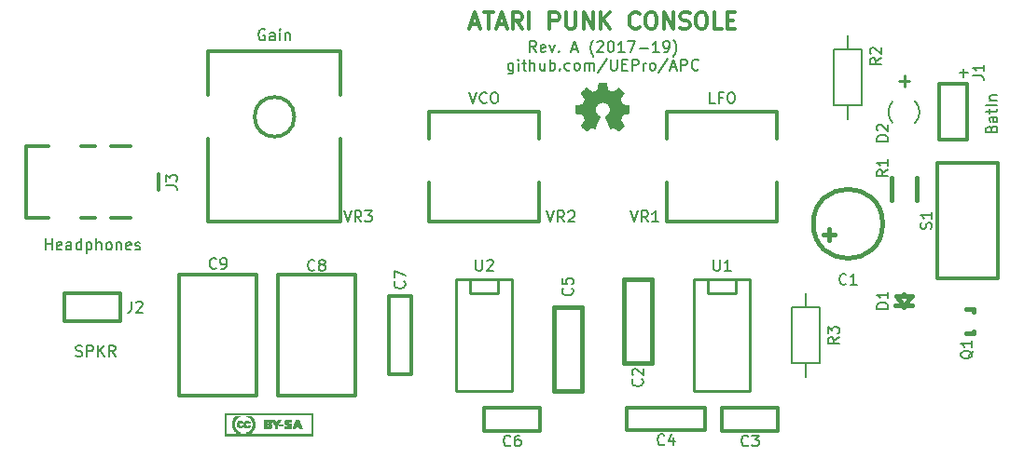
<source format=gto>
G04 #@! TF.FileFunction,Legend,Top*
%FSLAX46Y46*%
G04 Gerber Fmt 4.6, Leading zero omitted, Abs format (unit mm)*
G04 Created by KiCad (PCBNEW 4.0.6) date Mon Jul 17 14:07:17 2017*
%MOMM*%
%LPD*%
G01*
G04 APERTURE LIST*
%ADD10C,0.100000*%
%ADD11C,0.150000*%
%ADD12C,0.300000*%
%ADD13C,0.381000*%
%ADD14C,0.304800*%
%ADD15C,0.254000*%
%ADD16C,0.002540*%
G04 APERTURE END LIST*
D10*
D11*
X128219048Y-84071429D02*
X128980953Y-84071429D01*
X128600001Y-84452381D02*
X128600001Y-83690476D01*
X131128571Y-89157142D02*
X131176190Y-89014285D01*
X131223810Y-88966666D01*
X131319048Y-88919047D01*
X131461905Y-88919047D01*
X131557143Y-88966666D01*
X131604762Y-89014285D01*
X131652381Y-89109523D01*
X131652381Y-89490476D01*
X130652381Y-89490476D01*
X130652381Y-89157142D01*
X130700000Y-89061904D01*
X130747619Y-89014285D01*
X130842857Y-88966666D01*
X130938095Y-88966666D01*
X131033333Y-89014285D01*
X131080952Y-89061904D01*
X131128571Y-89157142D01*
X131128571Y-89490476D01*
X131652381Y-88061904D02*
X131128571Y-88061904D01*
X131033333Y-88109523D01*
X130985714Y-88204761D01*
X130985714Y-88395238D01*
X131033333Y-88490476D01*
X131604762Y-88061904D02*
X131652381Y-88157142D01*
X131652381Y-88395238D01*
X131604762Y-88490476D01*
X131509524Y-88538095D01*
X131414286Y-88538095D01*
X131319048Y-88490476D01*
X131271429Y-88395238D01*
X131271429Y-88157142D01*
X131223810Y-88061904D01*
X130985714Y-87728571D02*
X130985714Y-87347619D01*
X130652381Y-87585714D02*
X131509524Y-87585714D01*
X131604762Y-87538095D01*
X131652381Y-87442857D01*
X131652381Y-87347619D01*
X131652381Y-87014285D02*
X130652381Y-87014285D01*
X130985714Y-86538095D02*
X131652381Y-86538095D01*
X131080952Y-86538095D02*
X131033333Y-86490476D01*
X130985714Y-86395238D01*
X130985714Y-86252380D01*
X131033333Y-86157142D01*
X131128571Y-86109523D01*
X131652381Y-86109523D01*
X89813571Y-82177381D02*
X89480237Y-81701190D01*
X89242142Y-82177381D02*
X89242142Y-81177381D01*
X89623095Y-81177381D01*
X89718333Y-81225000D01*
X89765952Y-81272619D01*
X89813571Y-81367857D01*
X89813571Y-81510714D01*
X89765952Y-81605952D01*
X89718333Y-81653571D01*
X89623095Y-81701190D01*
X89242142Y-81701190D01*
X90623095Y-82129762D02*
X90527857Y-82177381D01*
X90337380Y-82177381D01*
X90242142Y-82129762D01*
X90194523Y-82034524D01*
X90194523Y-81653571D01*
X90242142Y-81558333D01*
X90337380Y-81510714D01*
X90527857Y-81510714D01*
X90623095Y-81558333D01*
X90670714Y-81653571D01*
X90670714Y-81748810D01*
X90194523Y-81844048D01*
X91004047Y-81510714D02*
X91242142Y-82177381D01*
X91480238Y-81510714D01*
X91861190Y-82082143D02*
X91908809Y-82129762D01*
X91861190Y-82177381D01*
X91813571Y-82129762D01*
X91861190Y-82082143D01*
X91861190Y-82177381D01*
X93051666Y-81891667D02*
X93527857Y-81891667D01*
X92956428Y-82177381D02*
X93289761Y-81177381D01*
X93623095Y-82177381D01*
X95004048Y-82558333D02*
X94956428Y-82510714D01*
X94861190Y-82367857D01*
X94813571Y-82272619D01*
X94765952Y-82129762D01*
X94718333Y-81891667D01*
X94718333Y-81701190D01*
X94765952Y-81463095D01*
X94813571Y-81320238D01*
X94861190Y-81225000D01*
X94956428Y-81082143D01*
X95004048Y-81034524D01*
X95337381Y-81272619D02*
X95385000Y-81225000D01*
X95480238Y-81177381D01*
X95718334Y-81177381D01*
X95813572Y-81225000D01*
X95861191Y-81272619D01*
X95908810Y-81367857D01*
X95908810Y-81463095D01*
X95861191Y-81605952D01*
X95289762Y-82177381D01*
X95908810Y-82177381D01*
X96527857Y-81177381D02*
X96623096Y-81177381D01*
X96718334Y-81225000D01*
X96765953Y-81272619D01*
X96813572Y-81367857D01*
X96861191Y-81558333D01*
X96861191Y-81796429D01*
X96813572Y-81986905D01*
X96765953Y-82082143D01*
X96718334Y-82129762D01*
X96623096Y-82177381D01*
X96527857Y-82177381D01*
X96432619Y-82129762D01*
X96385000Y-82082143D01*
X96337381Y-81986905D01*
X96289762Y-81796429D01*
X96289762Y-81558333D01*
X96337381Y-81367857D01*
X96385000Y-81272619D01*
X96432619Y-81225000D01*
X96527857Y-81177381D01*
X97813572Y-82177381D02*
X97242143Y-82177381D01*
X97527857Y-82177381D02*
X97527857Y-81177381D01*
X97432619Y-81320238D01*
X97337381Y-81415476D01*
X97242143Y-81463095D01*
X98146905Y-81177381D02*
X98813572Y-81177381D01*
X98385000Y-82177381D01*
X99194524Y-81796429D02*
X99956429Y-81796429D01*
X100956429Y-82177381D02*
X100385000Y-82177381D01*
X100670714Y-82177381D02*
X100670714Y-81177381D01*
X100575476Y-81320238D01*
X100480238Y-81415476D01*
X100385000Y-81463095D01*
X101432619Y-82177381D02*
X101623095Y-82177381D01*
X101718334Y-82129762D01*
X101765953Y-82082143D01*
X101861191Y-81939286D01*
X101908810Y-81748810D01*
X101908810Y-81367857D01*
X101861191Y-81272619D01*
X101813572Y-81225000D01*
X101718334Y-81177381D01*
X101527857Y-81177381D01*
X101432619Y-81225000D01*
X101385000Y-81272619D01*
X101337381Y-81367857D01*
X101337381Y-81605952D01*
X101385000Y-81701190D01*
X101432619Y-81748810D01*
X101527857Y-81796429D01*
X101718334Y-81796429D01*
X101813572Y-81748810D01*
X101861191Y-81701190D01*
X101908810Y-81605952D01*
X102242143Y-82558333D02*
X102289762Y-82510714D01*
X102385000Y-82367857D01*
X102432619Y-82272619D01*
X102480238Y-82129762D01*
X102527857Y-81891667D01*
X102527857Y-81701190D01*
X102480238Y-81463095D01*
X102432619Y-81320238D01*
X102385000Y-81225000D01*
X102289762Y-81082143D01*
X102242143Y-81034524D01*
X87718334Y-83160714D02*
X87718334Y-83970238D01*
X87670715Y-84065476D01*
X87623096Y-84113095D01*
X87527857Y-84160714D01*
X87385000Y-84160714D01*
X87289762Y-84113095D01*
X87718334Y-83779762D02*
X87623096Y-83827381D01*
X87432619Y-83827381D01*
X87337381Y-83779762D01*
X87289762Y-83732143D01*
X87242143Y-83636905D01*
X87242143Y-83351190D01*
X87289762Y-83255952D01*
X87337381Y-83208333D01*
X87432619Y-83160714D01*
X87623096Y-83160714D01*
X87718334Y-83208333D01*
X88194524Y-83827381D02*
X88194524Y-83160714D01*
X88194524Y-82827381D02*
X88146905Y-82875000D01*
X88194524Y-82922619D01*
X88242143Y-82875000D01*
X88194524Y-82827381D01*
X88194524Y-82922619D01*
X88527857Y-83160714D02*
X88908809Y-83160714D01*
X88670714Y-82827381D02*
X88670714Y-83684524D01*
X88718333Y-83779762D01*
X88813571Y-83827381D01*
X88908809Y-83827381D01*
X89242143Y-83827381D02*
X89242143Y-82827381D01*
X89670715Y-83827381D02*
X89670715Y-83303571D01*
X89623096Y-83208333D01*
X89527858Y-83160714D01*
X89385000Y-83160714D01*
X89289762Y-83208333D01*
X89242143Y-83255952D01*
X90575477Y-83160714D02*
X90575477Y-83827381D01*
X90146905Y-83160714D02*
X90146905Y-83684524D01*
X90194524Y-83779762D01*
X90289762Y-83827381D01*
X90432620Y-83827381D01*
X90527858Y-83779762D01*
X90575477Y-83732143D01*
X91051667Y-83827381D02*
X91051667Y-82827381D01*
X91051667Y-83208333D02*
X91146905Y-83160714D01*
X91337382Y-83160714D01*
X91432620Y-83208333D01*
X91480239Y-83255952D01*
X91527858Y-83351190D01*
X91527858Y-83636905D01*
X91480239Y-83732143D01*
X91432620Y-83779762D01*
X91337382Y-83827381D01*
X91146905Y-83827381D01*
X91051667Y-83779762D01*
X91956429Y-83732143D02*
X92004048Y-83779762D01*
X91956429Y-83827381D01*
X91908810Y-83779762D01*
X91956429Y-83732143D01*
X91956429Y-83827381D01*
X92861191Y-83779762D02*
X92765953Y-83827381D01*
X92575476Y-83827381D01*
X92480238Y-83779762D01*
X92432619Y-83732143D01*
X92385000Y-83636905D01*
X92385000Y-83351190D01*
X92432619Y-83255952D01*
X92480238Y-83208333D01*
X92575476Y-83160714D01*
X92765953Y-83160714D01*
X92861191Y-83208333D01*
X93432619Y-83827381D02*
X93337381Y-83779762D01*
X93289762Y-83732143D01*
X93242143Y-83636905D01*
X93242143Y-83351190D01*
X93289762Y-83255952D01*
X93337381Y-83208333D01*
X93432619Y-83160714D01*
X93575477Y-83160714D01*
X93670715Y-83208333D01*
X93718334Y-83255952D01*
X93765953Y-83351190D01*
X93765953Y-83636905D01*
X93718334Y-83732143D01*
X93670715Y-83779762D01*
X93575477Y-83827381D01*
X93432619Y-83827381D01*
X94194524Y-83827381D02*
X94194524Y-83160714D01*
X94194524Y-83255952D02*
X94242143Y-83208333D01*
X94337381Y-83160714D01*
X94480239Y-83160714D01*
X94575477Y-83208333D01*
X94623096Y-83303571D01*
X94623096Y-83827381D01*
X94623096Y-83303571D02*
X94670715Y-83208333D01*
X94765953Y-83160714D01*
X94908810Y-83160714D01*
X95004048Y-83208333D01*
X95051667Y-83303571D01*
X95051667Y-83827381D01*
X96242143Y-82779762D02*
X95385000Y-84065476D01*
X96575476Y-82827381D02*
X96575476Y-83636905D01*
X96623095Y-83732143D01*
X96670714Y-83779762D01*
X96765952Y-83827381D01*
X96956429Y-83827381D01*
X97051667Y-83779762D01*
X97099286Y-83732143D01*
X97146905Y-83636905D01*
X97146905Y-82827381D01*
X97623095Y-83303571D02*
X97956429Y-83303571D01*
X98099286Y-83827381D02*
X97623095Y-83827381D01*
X97623095Y-82827381D01*
X98099286Y-82827381D01*
X98527857Y-83827381D02*
X98527857Y-82827381D01*
X98908810Y-82827381D01*
X99004048Y-82875000D01*
X99051667Y-82922619D01*
X99099286Y-83017857D01*
X99099286Y-83160714D01*
X99051667Y-83255952D01*
X99004048Y-83303571D01*
X98908810Y-83351190D01*
X98527857Y-83351190D01*
X99527857Y-83827381D02*
X99527857Y-83160714D01*
X99527857Y-83351190D02*
X99575476Y-83255952D01*
X99623095Y-83208333D01*
X99718333Y-83160714D01*
X99813572Y-83160714D01*
X100289762Y-83827381D02*
X100194524Y-83779762D01*
X100146905Y-83732143D01*
X100099286Y-83636905D01*
X100099286Y-83351190D01*
X100146905Y-83255952D01*
X100194524Y-83208333D01*
X100289762Y-83160714D01*
X100432620Y-83160714D01*
X100527858Y-83208333D01*
X100575477Y-83255952D01*
X100623096Y-83351190D01*
X100623096Y-83636905D01*
X100575477Y-83732143D01*
X100527858Y-83779762D01*
X100432620Y-83827381D01*
X100289762Y-83827381D01*
X101765953Y-82779762D02*
X100908810Y-84065476D01*
X102051667Y-83541667D02*
X102527858Y-83541667D01*
X101956429Y-83827381D02*
X102289762Y-82827381D01*
X102623096Y-83827381D01*
X102956429Y-83827381D02*
X102956429Y-82827381D01*
X103337382Y-82827381D01*
X103432620Y-82875000D01*
X103480239Y-82922619D01*
X103527858Y-83017857D01*
X103527858Y-83160714D01*
X103480239Y-83255952D01*
X103432620Y-83303571D01*
X103337382Y-83351190D01*
X102956429Y-83351190D01*
X104527858Y-83732143D02*
X104480239Y-83779762D01*
X104337382Y-83827381D01*
X104242144Y-83827381D01*
X104099286Y-83779762D01*
X104004048Y-83684524D01*
X103956429Y-83589286D01*
X103908810Y-83398810D01*
X103908810Y-83255952D01*
X103956429Y-83065476D01*
X104004048Y-82970238D01*
X104099286Y-82875000D01*
X104242144Y-82827381D01*
X104337382Y-82827381D01*
X104480239Y-82875000D01*
X104527858Y-82922619D01*
D12*
X83884999Y-79625000D02*
X84599285Y-79625000D01*
X83742142Y-80053571D02*
X84242142Y-78553571D01*
X84742142Y-80053571D01*
X85027856Y-78553571D02*
X85884999Y-78553571D01*
X85456428Y-80053571D02*
X85456428Y-78553571D01*
X86313570Y-79625000D02*
X87027856Y-79625000D01*
X86170713Y-80053571D02*
X86670713Y-78553571D01*
X87170713Y-80053571D01*
X88527856Y-80053571D02*
X88027856Y-79339286D01*
X87670713Y-80053571D02*
X87670713Y-78553571D01*
X88242141Y-78553571D01*
X88384999Y-78625000D01*
X88456427Y-78696429D01*
X88527856Y-78839286D01*
X88527856Y-79053571D01*
X88456427Y-79196429D01*
X88384999Y-79267857D01*
X88242141Y-79339286D01*
X87670713Y-79339286D01*
X89170713Y-80053571D02*
X89170713Y-78553571D01*
X91027856Y-80053571D02*
X91027856Y-78553571D01*
X91599284Y-78553571D01*
X91742142Y-78625000D01*
X91813570Y-78696429D01*
X91884999Y-78839286D01*
X91884999Y-79053571D01*
X91813570Y-79196429D01*
X91742142Y-79267857D01*
X91599284Y-79339286D01*
X91027856Y-79339286D01*
X92527856Y-78553571D02*
X92527856Y-79767857D01*
X92599284Y-79910714D01*
X92670713Y-79982143D01*
X92813570Y-80053571D01*
X93099284Y-80053571D01*
X93242142Y-79982143D01*
X93313570Y-79910714D01*
X93384999Y-79767857D01*
X93384999Y-78553571D01*
X94099285Y-80053571D02*
X94099285Y-78553571D01*
X94956428Y-80053571D01*
X94956428Y-78553571D01*
X95670714Y-80053571D02*
X95670714Y-78553571D01*
X96527857Y-80053571D02*
X95885000Y-79196429D01*
X96527857Y-78553571D02*
X95670714Y-79410714D01*
X99170714Y-79910714D02*
X99099285Y-79982143D01*
X98884999Y-80053571D01*
X98742142Y-80053571D01*
X98527857Y-79982143D01*
X98384999Y-79839286D01*
X98313571Y-79696429D01*
X98242142Y-79410714D01*
X98242142Y-79196429D01*
X98313571Y-78910714D01*
X98384999Y-78767857D01*
X98527857Y-78625000D01*
X98742142Y-78553571D01*
X98884999Y-78553571D01*
X99099285Y-78625000D01*
X99170714Y-78696429D01*
X100099285Y-78553571D02*
X100384999Y-78553571D01*
X100527857Y-78625000D01*
X100670714Y-78767857D01*
X100742142Y-79053571D01*
X100742142Y-79553571D01*
X100670714Y-79839286D01*
X100527857Y-79982143D01*
X100384999Y-80053571D01*
X100099285Y-80053571D01*
X99956428Y-79982143D01*
X99813571Y-79839286D01*
X99742142Y-79553571D01*
X99742142Y-79053571D01*
X99813571Y-78767857D01*
X99956428Y-78625000D01*
X100099285Y-78553571D01*
X101385000Y-80053571D02*
X101385000Y-78553571D01*
X102242143Y-80053571D01*
X102242143Y-78553571D01*
X102885000Y-79982143D02*
X103099286Y-80053571D01*
X103456429Y-80053571D01*
X103599286Y-79982143D01*
X103670715Y-79910714D01*
X103742143Y-79767857D01*
X103742143Y-79625000D01*
X103670715Y-79482143D01*
X103599286Y-79410714D01*
X103456429Y-79339286D01*
X103170715Y-79267857D01*
X103027857Y-79196429D01*
X102956429Y-79125000D01*
X102885000Y-78982143D01*
X102885000Y-78839286D01*
X102956429Y-78696429D01*
X103027857Y-78625000D01*
X103170715Y-78553571D01*
X103527857Y-78553571D01*
X103742143Y-78625000D01*
X104670714Y-78553571D02*
X104956428Y-78553571D01*
X105099286Y-78625000D01*
X105242143Y-78767857D01*
X105313571Y-79053571D01*
X105313571Y-79553571D01*
X105242143Y-79839286D01*
X105099286Y-79982143D01*
X104956428Y-80053571D01*
X104670714Y-80053571D01*
X104527857Y-79982143D01*
X104385000Y-79839286D01*
X104313571Y-79553571D01*
X104313571Y-79053571D01*
X104385000Y-78767857D01*
X104527857Y-78625000D01*
X104670714Y-78553571D01*
X106670715Y-80053571D02*
X105956429Y-80053571D01*
X105956429Y-78553571D01*
X107170715Y-79267857D02*
X107670715Y-79267857D01*
X107885001Y-80053571D02*
X107170715Y-80053571D01*
X107170715Y-78553571D01*
X107885001Y-78553571D01*
D11*
X48014286Y-109804762D02*
X48157143Y-109852381D01*
X48395239Y-109852381D01*
X48490477Y-109804762D01*
X48538096Y-109757143D01*
X48585715Y-109661905D01*
X48585715Y-109566667D01*
X48538096Y-109471429D01*
X48490477Y-109423810D01*
X48395239Y-109376190D01*
X48204762Y-109328571D01*
X48109524Y-109280952D01*
X48061905Y-109233333D01*
X48014286Y-109138095D01*
X48014286Y-109042857D01*
X48061905Y-108947619D01*
X48109524Y-108900000D01*
X48204762Y-108852381D01*
X48442858Y-108852381D01*
X48585715Y-108900000D01*
X49014286Y-109852381D02*
X49014286Y-108852381D01*
X49395239Y-108852381D01*
X49490477Y-108900000D01*
X49538096Y-108947619D01*
X49585715Y-109042857D01*
X49585715Y-109185714D01*
X49538096Y-109280952D01*
X49490477Y-109328571D01*
X49395239Y-109376190D01*
X49014286Y-109376190D01*
X50014286Y-109852381D02*
X50014286Y-108852381D01*
X50585715Y-109852381D02*
X50157143Y-109280952D01*
X50585715Y-108852381D02*
X50014286Y-109423810D01*
X51585715Y-109852381D02*
X51252381Y-109376190D01*
X51014286Y-109852381D02*
X51014286Y-108852381D01*
X51395239Y-108852381D01*
X51490477Y-108900000D01*
X51538096Y-108947619D01*
X51585715Y-109042857D01*
X51585715Y-109185714D01*
X51538096Y-109280952D01*
X51490477Y-109328571D01*
X51395239Y-109376190D01*
X51014286Y-109376190D01*
X45268095Y-100147381D02*
X45268095Y-99147381D01*
X45268095Y-99623571D02*
X45839524Y-99623571D01*
X45839524Y-100147381D02*
X45839524Y-99147381D01*
X46696667Y-100099762D02*
X46601429Y-100147381D01*
X46410952Y-100147381D01*
X46315714Y-100099762D01*
X46268095Y-100004524D01*
X46268095Y-99623571D01*
X46315714Y-99528333D01*
X46410952Y-99480714D01*
X46601429Y-99480714D01*
X46696667Y-99528333D01*
X46744286Y-99623571D01*
X46744286Y-99718810D01*
X46268095Y-99814048D01*
X47601429Y-100147381D02*
X47601429Y-99623571D01*
X47553810Y-99528333D01*
X47458572Y-99480714D01*
X47268095Y-99480714D01*
X47172857Y-99528333D01*
X47601429Y-100099762D02*
X47506191Y-100147381D01*
X47268095Y-100147381D01*
X47172857Y-100099762D01*
X47125238Y-100004524D01*
X47125238Y-99909286D01*
X47172857Y-99814048D01*
X47268095Y-99766429D01*
X47506191Y-99766429D01*
X47601429Y-99718810D01*
X48506191Y-100147381D02*
X48506191Y-99147381D01*
X48506191Y-100099762D02*
X48410953Y-100147381D01*
X48220476Y-100147381D01*
X48125238Y-100099762D01*
X48077619Y-100052143D01*
X48030000Y-99956905D01*
X48030000Y-99671190D01*
X48077619Y-99575952D01*
X48125238Y-99528333D01*
X48220476Y-99480714D01*
X48410953Y-99480714D01*
X48506191Y-99528333D01*
X48982381Y-99480714D02*
X48982381Y-100480714D01*
X48982381Y-99528333D02*
X49077619Y-99480714D01*
X49268096Y-99480714D01*
X49363334Y-99528333D01*
X49410953Y-99575952D01*
X49458572Y-99671190D01*
X49458572Y-99956905D01*
X49410953Y-100052143D01*
X49363334Y-100099762D01*
X49268096Y-100147381D01*
X49077619Y-100147381D01*
X48982381Y-100099762D01*
X49887143Y-100147381D02*
X49887143Y-99147381D01*
X50315715Y-100147381D02*
X50315715Y-99623571D01*
X50268096Y-99528333D01*
X50172858Y-99480714D01*
X50030000Y-99480714D01*
X49934762Y-99528333D01*
X49887143Y-99575952D01*
X50934762Y-100147381D02*
X50839524Y-100099762D01*
X50791905Y-100052143D01*
X50744286Y-99956905D01*
X50744286Y-99671190D01*
X50791905Y-99575952D01*
X50839524Y-99528333D01*
X50934762Y-99480714D01*
X51077620Y-99480714D01*
X51172858Y-99528333D01*
X51220477Y-99575952D01*
X51268096Y-99671190D01*
X51268096Y-99956905D01*
X51220477Y-100052143D01*
X51172858Y-100099762D01*
X51077620Y-100147381D01*
X50934762Y-100147381D01*
X51696667Y-99480714D02*
X51696667Y-100147381D01*
X51696667Y-99575952D02*
X51744286Y-99528333D01*
X51839524Y-99480714D01*
X51982382Y-99480714D01*
X52077620Y-99528333D01*
X52125239Y-99623571D01*
X52125239Y-100147381D01*
X52982382Y-100099762D02*
X52887144Y-100147381D01*
X52696667Y-100147381D01*
X52601429Y-100099762D01*
X52553810Y-100004524D01*
X52553810Y-99623571D01*
X52601429Y-99528333D01*
X52696667Y-99480714D01*
X52887144Y-99480714D01*
X52982382Y-99528333D01*
X53030001Y-99623571D01*
X53030001Y-99718810D01*
X52553810Y-99814048D01*
X53410953Y-100099762D02*
X53506191Y-100147381D01*
X53696667Y-100147381D01*
X53791906Y-100099762D01*
X53839525Y-100004524D01*
X53839525Y-99956905D01*
X53791906Y-99861667D01*
X53696667Y-99814048D01*
X53553810Y-99814048D01*
X53458572Y-99766429D01*
X53410953Y-99671190D01*
X53410953Y-99623571D01*
X53458572Y-99528333D01*
X53553810Y-99480714D01*
X53696667Y-99480714D01*
X53791906Y-99528333D01*
X65159048Y-80145000D02*
X65063810Y-80097381D01*
X64920953Y-80097381D01*
X64778095Y-80145000D01*
X64682857Y-80240238D01*
X64635238Y-80335476D01*
X64587619Y-80525952D01*
X64587619Y-80668810D01*
X64635238Y-80859286D01*
X64682857Y-80954524D01*
X64778095Y-81049762D01*
X64920953Y-81097381D01*
X65016191Y-81097381D01*
X65159048Y-81049762D01*
X65206667Y-81002143D01*
X65206667Y-80668810D01*
X65016191Y-80668810D01*
X66063810Y-81097381D02*
X66063810Y-80573571D01*
X66016191Y-80478333D01*
X65920953Y-80430714D01*
X65730476Y-80430714D01*
X65635238Y-80478333D01*
X66063810Y-81049762D02*
X65968572Y-81097381D01*
X65730476Y-81097381D01*
X65635238Y-81049762D01*
X65587619Y-80954524D01*
X65587619Y-80859286D01*
X65635238Y-80764048D01*
X65730476Y-80716429D01*
X65968572Y-80716429D01*
X66063810Y-80668810D01*
X66540000Y-81097381D02*
X66540000Y-80430714D01*
X66540000Y-80097381D02*
X66492381Y-80145000D01*
X66540000Y-80192619D01*
X66587619Y-80145000D01*
X66540000Y-80097381D01*
X66540000Y-80192619D01*
X67016190Y-80430714D02*
X67016190Y-81097381D01*
X67016190Y-80525952D02*
X67063809Y-80478333D01*
X67159047Y-80430714D01*
X67301905Y-80430714D01*
X67397143Y-80478333D01*
X67444762Y-80573571D01*
X67444762Y-81097381D01*
X83732857Y-85812381D02*
X84066190Y-86812381D01*
X84399524Y-85812381D01*
X85304286Y-86717143D02*
X85256667Y-86764762D01*
X85113810Y-86812381D01*
X85018572Y-86812381D01*
X84875714Y-86764762D01*
X84780476Y-86669524D01*
X84732857Y-86574286D01*
X84685238Y-86383810D01*
X84685238Y-86240952D01*
X84732857Y-86050476D01*
X84780476Y-85955238D01*
X84875714Y-85860000D01*
X85018572Y-85812381D01*
X85113810Y-85812381D01*
X85256667Y-85860000D01*
X85304286Y-85907619D01*
X85923333Y-85812381D02*
X86113810Y-85812381D01*
X86209048Y-85860000D01*
X86304286Y-85955238D01*
X86351905Y-86145714D01*
X86351905Y-86479048D01*
X86304286Y-86669524D01*
X86209048Y-86764762D01*
X86113810Y-86812381D01*
X85923333Y-86812381D01*
X85828095Y-86764762D01*
X85732857Y-86669524D01*
X85685238Y-86479048D01*
X85685238Y-86145714D01*
X85732857Y-85955238D01*
X85828095Y-85860000D01*
X85923333Y-85812381D01*
X106037143Y-86812381D02*
X105560952Y-86812381D01*
X105560952Y-85812381D01*
X106703810Y-86288571D02*
X106370476Y-86288571D01*
X106370476Y-86812381D02*
X106370476Y-85812381D01*
X106846667Y-85812381D01*
X107418095Y-85812381D02*
X107608572Y-85812381D01*
X107703810Y-85860000D01*
X107799048Y-85955238D01*
X107846667Y-86145714D01*
X107846667Y-86479048D01*
X107799048Y-86669524D01*
X107703810Y-86764762D01*
X107608572Y-86812381D01*
X107418095Y-86812381D01*
X107322857Y-86764762D01*
X107227619Y-86669524D01*
X107180000Y-86479048D01*
X107180000Y-86145714D01*
X107227619Y-85955238D01*
X107322857Y-85860000D01*
X107418095Y-85812381D01*
D13*
X116410740Y-98790760D02*
X116410740Y-98290380D01*
X116410740Y-98790760D02*
X115910360Y-98790760D01*
X116410740Y-99291140D02*
X116410740Y-98790760D01*
X116410740Y-98790760D02*
X116809520Y-98790760D01*
X116809520Y-98790760D02*
X116911120Y-98790760D01*
X121259600Y-97790000D02*
G75*
G03X121259600Y-97790000I-3149600J0D01*
G01*
X100330000Y-102870000D02*
X97790000Y-102870000D01*
X97790000Y-102870000D02*
X97790000Y-110490000D01*
X97790000Y-110490000D02*
X100330000Y-110490000D01*
X100330000Y-110490000D02*
X100330000Y-102870000D01*
D14*
X111709200Y-116640000D02*
X106680000Y-116640000D01*
X106680000Y-116640000D02*
X106680000Y-114570000D01*
X106680000Y-114500000D02*
X111760000Y-114500000D01*
X111760000Y-114570000D02*
X111760000Y-116640000D01*
X98044000Y-114554000D02*
X105156000Y-114554000D01*
X105156000Y-114554000D02*
X105156000Y-116586000D01*
X105156000Y-116586000D02*
X98044000Y-116586000D01*
X98044000Y-116586000D02*
X98044000Y-114554000D01*
D13*
X91440000Y-113030000D02*
X93980000Y-113030000D01*
X93980000Y-113030000D02*
X93980000Y-105410000D01*
X93980000Y-105410000D02*
X91440000Y-105410000D01*
X91440000Y-105410000D02*
X91440000Y-113030000D01*
D14*
X90119200Y-116640000D02*
X85090000Y-116640000D01*
X85090000Y-116640000D02*
X85090000Y-114570000D01*
X85090000Y-114500000D02*
X90170000Y-114500000D01*
X90170000Y-114570000D02*
X90170000Y-116640000D01*
X76454000Y-111506000D02*
X76454000Y-104394000D01*
X76454000Y-104394000D02*
X78486000Y-104394000D01*
X78486000Y-104394000D02*
X78486000Y-111506000D01*
X78486000Y-111506000D02*
X76454000Y-111506000D01*
D12*
X73390000Y-102450000D02*
X73390000Y-113450000D01*
X66390000Y-113450000D02*
X66390000Y-102450000D01*
X73390000Y-102450000D02*
X66390000Y-102450000D01*
X73390000Y-113450000D02*
X66390000Y-113450000D01*
X57420000Y-113450000D02*
X57420000Y-102450000D01*
X64420000Y-102450000D02*
X64420000Y-113450000D01*
X57420000Y-113450000D02*
X64420000Y-113450000D01*
X57420000Y-102450000D02*
X64420000Y-102450000D01*
D13*
X123190000Y-105224580D02*
X123190000Y-105374440D01*
X123190000Y-104376220D02*
X123190000Y-104175560D01*
X123190000Y-105224580D02*
X122440700Y-105224580D01*
X123190000Y-105224580D02*
X123891040Y-105224580D01*
X123190000Y-105224580D02*
X123891040Y-104376220D01*
X123891040Y-104376220D02*
X122488960Y-104376220D01*
X122488960Y-104376220D02*
X123190000Y-105224580D01*
D11*
X122190000Y-86630000D02*
G75*
G03X122190000Y-88630000I1000000J-1000000D01*
G01*
X124190000Y-88630000D02*
G75*
G03X124190000Y-86630000I-1000000J1000000D01*
G01*
D15*
X123215400Y-84306400D02*
X123215400Y-85271600D01*
X123698000Y-84814400D02*
X122732800Y-84814400D01*
D14*
X126365000Y-85090000D02*
X128905000Y-85090000D01*
X128905000Y-85090000D02*
X128905000Y-90170000D01*
X128905000Y-90170000D02*
X126365000Y-90170000D01*
X126365000Y-90170000D02*
X126365000Y-85090000D01*
X46990000Y-106680000D02*
X46990000Y-104140000D01*
X46990000Y-104140000D02*
X52070000Y-104140000D01*
X52070000Y-104140000D02*
X52070000Y-106680000D01*
X52070000Y-106680000D02*
X46990000Y-106680000D01*
D12*
X55490000Y-94730000D02*
X55490000Y-93230000D01*
X51240000Y-97230000D02*
X52990000Y-97230000D01*
X48490000Y-97230000D02*
X49740000Y-97230000D01*
X51240000Y-90730000D02*
X52990000Y-90730000D01*
X48490000Y-90730000D02*
X49740000Y-90730000D01*
X45490000Y-97230000D02*
X43490000Y-97230000D01*
X43490000Y-97230000D02*
X43490000Y-90730000D01*
X43490000Y-90730000D02*
X45490000Y-90730000D01*
D13*
X128854200Y-105580180D02*
X129555240Y-105580180D01*
X129555240Y-105580180D02*
X129555240Y-105829100D01*
X129555240Y-107579160D02*
X129555240Y-107779820D01*
X129555240Y-107779820D02*
X128854200Y-107779820D01*
X122047000Y-94615000D02*
X122047000Y-95631000D01*
X122047000Y-94615000D02*
X122047000Y-93599000D01*
X124333000Y-94615000D02*
X124333000Y-95631000D01*
X124333000Y-94615000D02*
X124333000Y-93599000D01*
D11*
X118110000Y-86995000D02*
X118110000Y-88265000D01*
X118110000Y-80645000D02*
X118110000Y-81915000D01*
X119380000Y-86995000D02*
X119380000Y-81915000D01*
X119380000Y-81915000D02*
X116840000Y-81915000D01*
X116840000Y-81915000D02*
X116840000Y-86995000D01*
X119380000Y-86995000D02*
X116840000Y-86995000D01*
X114300000Y-110490000D02*
X114300000Y-111760000D01*
X114300000Y-104140000D02*
X114300000Y-105410000D01*
X115570000Y-110490000D02*
X115570000Y-105410000D01*
X115570000Y-105410000D02*
X113030000Y-105410000D01*
X113030000Y-105410000D02*
X113030000Y-110490000D01*
X115570000Y-110490000D02*
X113030000Y-110490000D01*
D12*
X126250000Y-102750000D02*
X131750000Y-102750000D01*
X126250000Y-92250000D02*
X131750000Y-92250000D01*
X131750000Y-92250000D02*
X131750000Y-102750000D01*
X126250000Y-102750000D02*
X126250000Y-92250000D01*
D15*
X107950000Y-102870000D02*
X107950000Y-104140000D01*
X107950000Y-104140000D02*
X105410000Y-104140000D01*
X105410000Y-104140000D02*
X105410000Y-102870000D01*
X109220000Y-102870000D02*
X109220000Y-113030000D01*
X109220000Y-113030000D02*
X104140000Y-113030000D01*
X104140000Y-113030000D02*
X104140000Y-102870000D01*
X104140000Y-102870000D02*
X109220000Y-102870000D01*
X86360000Y-102870000D02*
X86360000Y-104140000D01*
X86360000Y-104140000D02*
X83820000Y-104140000D01*
X83820000Y-104140000D02*
X83820000Y-102870000D01*
X87630000Y-102870000D02*
X87630000Y-113030000D01*
X87630000Y-113030000D02*
X82550000Y-113030000D01*
X82550000Y-113030000D02*
X82550000Y-102870000D01*
X82550000Y-102870000D02*
X87630000Y-102870000D01*
D12*
X101680000Y-90060000D02*
X101680000Y-87560000D01*
X101680000Y-87560000D02*
X111680000Y-87560000D01*
X111680000Y-87560000D02*
X111680000Y-90060000D01*
X111680000Y-94060000D02*
X111680000Y-97560000D01*
X111680000Y-97560000D02*
X101680000Y-97560000D01*
X101680000Y-97560000D02*
X101680000Y-94060000D01*
X80090000Y-90060000D02*
X80090000Y-87560000D01*
X80090000Y-87560000D02*
X90090000Y-87560000D01*
X90090000Y-87560000D02*
X90090000Y-90060000D01*
X90090000Y-94060000D02*
X90090000Y-97560000D01*
X90090000Y-97560000D02*
X80090000Y-97560000D01*
X80090000Y-97560000D02*
X80090000Y-94060000D01*
X60040000Y-90060000D02*
X60040000Y-97560000D01*
X60040000Y-82060000D02*
X60040000Y-86060000D01*
X72040000Y-90060000D02*
X72040000Y-97560000D01*
X60040000Y-82060000D02*
X72040000Y-82060000D01*
X72040000Y-82060000D02*
X72040000Y-86060000D01*
X67842776Y-88060000D02*
G75*
G03X67842776Y-88060000I-1802776J0D01*
G01*
X66040000Y-97560000D02*
X60040000Y-97560000D01*
X66040000Y-97560000D02*
X72040000Y-97560000D01*
D16*
G36*
X69500500Y-117018540D02*
X69363340Y-117018540D01*
X69363340Y-116889000D01*
X69363340Y-116005080D01*
X69363340Y-115123700D01*
X65500000Y-115123700D01*
X61636660Y-115123700D01*
X61636660Y-116005080D01*
X61636660Y-116889000D01*
X65500000Y-116889000D01*
X69363340Y-116889000D01*
X69363340Y-117018540D01*
X65502540Y-117018540D01*
X61504580Y-117018540D01*
X61504580Y-116002540D01*
X61504580Y-114989080D01*
X65502540Y-114989080D01*
X69500500Y-114989080D01*
X69500500Y-116002540D01*
X69500500Y-117018540D01*
X69500500Y-117018540D01*
X69500500Y-117018540D01*
G37*
X69500500Y-117018540D02*
X69363340Y-117018540D01*
X69363340Y-116889000D01*
X69363340Y-116005080D01*
X69363340Y-115123700D01*
X65500000Y-115123700D01*
X61636660Y-115123700D01*
X61636660Y-116005080D01*
X61636660Y-116889000D01*
X65500000Y-116889000D01*
X69363340Y-116889000D01*
X69363340Y-117018540D01*
X65502540Y-117018540D01*
X61504580Y-117018540D01*
X61504580Y-116002540D01*
X61504580Y-114989080D01*
X65502540Y-114989080D01*
X69500500Y-114989080D01*
X69500500Y-116002540D01*
X69500500Y-117018540D01*
X69500500Y-117018540D01*
G36*
X62919360Y-116764540D02*
X62914280Y-116764540D01*
X62904120Y-116764540D01*
X62888880Y-116764540D01*
X62868560Y-116764540D01*
X62843160Y-116764540D01*
X62812680Y-116764540D01*
X62779660Y-116764540D01*
X62744100Y-116764540D01*
X62733940Y-116764540D01*
X62548520Y-116764540D01*
X62515500Y-116736600D01*
X62449460Y-116675640D01*
X62391040Y-116612140D01*
X62340240Y-116546100D01*
X62294520Y-116477520D01*
X62256420Y-116406400D01*
X62225940Y-116335280D01*
X62200540Y-116259080D01*
X62182760Y-116180340D01*
X62172600Y-116101600D01*
X62167520Y-116017780D01*
X62167520Y-116010160D01*
X62170060Y-115926340D01*
X62180220Y-115845060D01*
X62198000Y-115766320D01*
X62220860Y-115692660D01*
X62251340Y-115619000D01*
X62286900Y-115545340D01*
X62332620Y-115476760D01*
X62365640Y-115428500D01*
X62375800Y-115415800D01*
X62391040Y-115398020D01*
X62408820Y-115377700D01*
X62429140Y-115357380D01*
X62449460Y-115334520D01*
X62472320Y-115314200D01*
X62490100Y-115293880D01*
X62507880Y-115276100D01*
X62523120Y-115263400D01*
X62528200Y-115258320D01*
X62545980Y-115245620D01*
X62728860Y-115245620D01*
X62914280Y-115248160D01*
X62886340Y-115258320D01*
X62860940Y-115268480D01*
X62830460Y-115283720D01*
X62799980Y-115298960D01*
X62769500Y-115316740D01*
X62741560Y-115331980D01*
X62731400Y-115339600D01*
X62683140Y-115375160D01*
X62634880Y-115415800D01*
X62586620Y-115458980D01*
X62543440Y-115507240D01*
X62502800Y-115558040D01*
X62469780Y-115606300D01*
X62464700Y-115616460D01*
X62452000Y-115636780D01*
X62436760Y-115664720D01*
X62424060Y-115692660D01*
X62411360Y-115720600D01*
X62401200Y-115746000D01*
X62396120Y-115761240D01*
X62375800Y-115829820D01*
X62363100Y-115900940D01*
X62355480Y-115972060D01*
X62355480Y-116043180D01*
X62363100Y-116114300D01*
X62375800Y-116185420D01*
X62396120Y-116251460D01*
X62421520Y-116317500D01*
X62454540Y-116381000D01*
X62454540Y-116381000D01*
X62490100Y-116436880D01*
X62533280Y-116490220D01*
X62579000Y-116541020D01*
X62629800Y-116591820D01*
X62683140Y-116635000D01*
X62741560Y-116675640D01*
X62741560Y-116678180D01*
X62764420Y-116690880D01*
X62787280Y-116703580D01*
X62815220Y-116718820D01*
X62840620Y-116731520D01*
X62866020Y-116741680D01*
X62886340Y-116751840D01*
X62896500Y-116754380D01*
X62906660Y-116759460D01*
X62916820Y-116762000D01*
X62919360Y-116764540D01*
X62919360Y-116764540D01*
X62919360Y-116764540D01*
G37*
X62919360Y-116764540D02*
X62914280Y-116764540D01*
X62904120Y-116764540D01*
X62888880Y-116764540D01*
X62868560Y-116764540D01*
X62843160Y-116764540D01*
X62812680Y-116764540D01*
X62779660Y-116764540D01*
X62744100Y-116764540D01*
X62733940Y-116764540D01*
X62548520Y-116764540D01*
X62515500Y-116736600D01*
X62449460Y-116675640D01*
X62391040Y-116612140D01*
X62340240Y-116546100D01*
X62294520Y-116477520D01*
X62256420Y-116406400D01*
X62225940Y-116335280D01*
X62200540Y-116259080D01*
X62182760Y-116180340D01*
X62172600Y-116101600D01*
X62167520Y-116017780D01*
X62167520Y-116010160D01*
X62170060Y-115926340D01*
X62180220Y-115845060D01*
X62198000Y-115766320D01*
X62220860Y-115692660D01*
X62251340Y-115619000D01*
X62286900Y-115545340D01*
X62332620Y-115476760D01*
X62365640Y-115428500D01*
X62375800Y-115415800D01*
X62391040Y-115398020D01*
X62408820Y-115377700D01*
X62429140Y-115357380D01*
X62449460Y-115334520D01*
X62472320Y-115314200D01*
X62490100Y-115293880D01*
X62507880Y-115276100D01*
X62523120Y-115263400D01*
X62528200Y-115258320D01*
X62545980Y-115245620D01*
X62728860Y-115245620D01*
X62914280Y-115248160D01*
X62886340Y-115258320D01*
X62860940Y-115268480D01*
X62830460Y-115283720D01*
X62799980Y-115298960D01*
X62769500Y-115316740D01*
X62741560Y-115331980D01*
X62731400Y-115339600D01*
X62683140Y-115375160D01*
X62634880Y-115415800D01*
X62586620Y-115458980D01*
X62543440Y-115507240D01*
X62502800Y-115558040D01*
X62469780Y-115606300D01*
X62464700Y-115616460D01*
X62452000Y-115636780D01*
X62436760Y-115664720D01*
X62424060Y-115692660D01*
X62411360Y-115720600D01*
X62401200Y-115746000D01*
X62396120Y-115761240D01*
X62375800Y-115829820D01*
X62363100Y-115900940D01*
X62355480Y-115972060D01*
X62355480Y-116043180D01*
X62363100Y-116114300D01*
X62375800Y-116185420D01*
X62396120Y-116251460D01*
X62421520Y-116317500D01*
X62454540Y-116381000D01*
X62454540Y-116381000D01*
X62490100Y-116436880D01*
X62533280Y-116490220D01*
X62579000Y-116541020D01*
X62629800Y-116591820D01*
X62683140Y-116635000D01*
X62741560Y-116675640D01*
X62741560Y-116678180D01*
X62764420Y-116690880D01*
X62787280Y-116703580D01*
X62815220Y-116718820D01*
X62840620Y-116731520D01*
X62866020Y-116741680D01*
X62886340Y-116751840D01*
X62896500Y-116754380D01*
X62906660Y-116759460D01*
X62916820Y-116762000D01*
X62919360Y-116764540D01*
X62919360Y-116764540D01*
G36*
X64242700Y-116030480D02*
X64240160Y-116068580D01*
X64240160Y-116104140D01*
X64237620Y-116132080D01*
X64235080Y-116147320D01*
X64219840Y-116226060D01*
X64199520Y-116302260D01*
X64174120Y-116375920D01*
X64141100Y-116444500D01*
X64103000Y-116510540D01*
X64057280Y-116574040D01*
X64006480Y-116637540D01*
X63948060Y-116695960D01*
X63889640Y-116749300D01*
X63869320Y-116764540D01*
X63683900Y-116764540D01*
X63645800Y-116764540D01*
X63612780Y-116764540D01*
X63582300Y-116764540D01*
X63554360Y-116764540D01*
X63531500Y-116764540D01*
X63513720Y-116764540D01*
X63503560Y-116764540D01*
X63495940Y-116764540D01*
X63495940Y-116764540D01*
X63498480Y-116762000D01*
X63508640Y-116759460D01*
X63516260Y-116756920D01*
X63526420Y-116751840D01*
X63544200Y-116744220D01*
X63564520Y-116736600D01*
X63584840Y-116726440D01*
X63607700Y-116716280D01*
X63625480Y-116706120D01*
X63640720Y-116695960D01*
X63650880Y-116693420D01*
X63701680Y-116657860D01*
X63747400Y-116624840D01*
X63790580Y-116586740D01*
X63836300Y-116546100D01*
X63838840Y-116543560D01*
X63874400Y-116502920D01*
X63907420Y-116464820D01*
X63935360Y-116426720D01*
X63960760Y-116386080D01*
X63981080Y-116347980D01*
X64006480Y-116289560D01*
X64026800Y-116223520D01*
X64042040Y-116157480D01*
X64052200Y-116088900D01*
X64057280Y-116020320D01*
X64054740Y-115949200D01*
X64047120Y-115880620D01*
X64034420Y-115812040D01*
X64016640Y-115753620D01*
X64006480Y-115728220D01*
X63993780Y-115697740D01*
X63978540Y-115664720D01*
X63963300Y-115634240D01*
X63948060Y-115603760D01*
X63932820Y-115583440D01*
X63889640Y-115522480D01*
X63838840Y-115466600D01*
X63785500Y-115413260D01*
X63727080Y-115365000D01*
X63663580Y-115324360D01*
X63600080Y-115288800D01*
X63549280Y-115265940D01*
X63534040Y-115258320D01*
X63521340Y-115253240D01*
X63511180Y-115250700D01*
X63508640Y-115248160D01*
X63511180Y-115248160D01*
X63521340Y-115245620D01*
X63536580Y-115245620D01*
X63556900Y-115245620D01*
X63582300Y-115245620D01*
X63610240Y-115245620D01*
X63643260Y-115245620D01*
X63678820Y-115245620D01*
X63688980Y-115245620D01*
X63869320Y-115245620D01*
X63894720Y-115265940D01*
X63912500Y-115281180D01*
X63935360Y-115301500D01*
X63958220Y-115324360D01*
X63981080Y-115347220D01*
X64003940Y-115372620D01*
X64024260Y-115392940D01*
X64039500Y-115413260D01*
X64087760Y-115479300D01*
X64130940Y-115547880D01*
X64166500Y-115619000D01*
X64194440Y-115692660D01*
X64217300Y-115771400D01*
X64232540Y-115852680D01*
X64232540Y-115857760D01*
X64237620Y-115883160D01*
X64240160Y-115916180D01*
X64240160Y-115954280D01*
X64242700Y-115992380D01*
X64242700Y-116030480D01*
X64242700Y-116030480D01*
X64242700Y-116030480D01*
G37*
X64242700Y-116030480D02*
X64240160Y-116068580D01*
X64240160Y-116104140D01*
X64237620Y-116132080D01*
X64235080Y-116147320D01*
X64219840Y-116226060D01*
X64199520Y-116302260D01*
X64174120Y-116375920D01*
X64141100Y-116444500D01*
X64103000Y-116510540D01*
X64057280Y-116574040D01*
X64006480Y-116637540D01*
X63948060Y-116695960D01*
X63889640Y-116749300D01*
X63869320Y-116764540D01*
X63683900Y-116764540D01*
X63645800Y-116764540D01*
X63612780Y-116764540D01*
X63582300Y-116764540D01*
X63554360Y-116764540D01*
X63531500Y-116764540D01*
X63513720Y-116764540D01*
X63503560Y-116764540D01*
X63495940Y-116764540D01*
X63495940Y-116764540D01*
X63498480Y-116762000D01*
X63508640Y-116759460D01*
X63516260Y-116756920D01*
X63526420Y-116751840D01*
X63544200Y-116744220D01*
X63564520Y-116736600D01*
X63584840Y-116726440D01*
X63607700Y-116716280D01*
X63625480Y-116706120D01*
X63640720Y-116695960D01*
X63650880Y-116693420D01*
X63701680Y-116657860D01*
X63747400Y-116624840D01*
X63790580Y-116586740D01*
X63836300Y-116546100D01*
X63838840Y-116543560D01*
X63874400Y-116502920D01*
X63907420Y-116464820D01*
X63935360Y-116426720D01*
X63960760Y-116386080D01*
X63981080Y-116347980D01*
X64006480Y-116289560D01*
X64026800Y-116223520D01*
X64042040Y-116157480D01*
X64052200Y-116088900D01*
X64057280Y-116020320D01*
X64054740Y-115949200D01*
X64047120Y-115880620D01*
X64034420Y-115812040D01*
X64016640Y-115753620D01*
X64006480Y-115728220D01*
X63993780Y-115697740D01*
X63978540Y-115664720D01*
X63963300Y-115634240D01*
X63948060Y-115603760D01*
X63932820Y-115583440D01*
X63889640Y-115522480D01*
X63838840Y-115466600D01*
X63785500Y-115413260D01*
X63727080Y-115365000D01*
X63663580Y-115324360D01*
X63600080Y-115288800D01*
X63549280Y-115265940D01*
X63534040Y-115258320D01*
X63521340Y-115253240D01*
X63511180Y-115250700D01*
X63508640Y-115248160D01*
X63511180Y-115248160D01*
X63521340Y-115245620D01*
X63536580Y-115245620D01*
X63556900Y-115245620D01*
X63582300Y-115245620D01*
X63610240Y-115245620D01*
X63643260Y-115245620D01*
X63678820Y-115245620D01*
X63688980Y-115245620D01*
X63869320Y-115245620D01*
X63894720Y-115265940D01*
X63912500Y-115281180D01*
X63935360Y-115301500D01*
X63958220Y-115324360D01*
X63981080Y-115347220D01*
X64003940Y-115372620D01*
X64024260Y-115392940D01*
X64039500Y-115413260D01*
X64087760Y-115479300D01*
X64130940Y-115547880D01*
X64166500Y-115619000D01*
X64194440Y-115692660D01*
X64217300Y-115771400D01*
X64232540Y-115852680D01*
X64232540Y-115857760D01*
X64237620Y-115883160D01*
X64240160Y-115916180D01*
X64240160Y-115954280D01*
X64242700Y-115992380D01*
X64242700Y-116030480D01*
X64242700Y-116030480D01*
G36*
X67582800Y-116154940D02*
X67582800Y-116177800D01*
X67582800Y-116193040D01*
X67582800Y-116203200D01*
X67580260Y-116210820D01*
X67577720Y-116215900D01*
X67577720Y-116220980D01*
X67577720Y-116226060D01*
X67577720Y-116231140D01*
X67575180Y-116231140D01*
X67572640Y-116233680D01*
X67572640Y-116236220D01*
X67572640Y-116241300D01*
X67572640Y-116241300D01*
X67570100Y-116243840D01*
X67570100Y-116246380D01*
X67570100Y-116251460D01*
X67567560Y-116254000D01*
X67567560Y-116256540D01*
X67567560Y-116259080D01*
X67567560Y-116261620D01*
X67565020Y-116264160D01*
X67562480Y-116266700D01*
X67562480Y-116266700D01*
X67562480Y-116271780D01*
X67562480Y-116271780D01*
X67559940Y-116271780D01*
X67559940Y-116274320D01*
X67559940Y-116276860D01*
X67557400Y-116276860D01*
X67554860Y-116279400D01*
X67554860Y-116281940D01*
X67554860Y-116284480D01*
X67552320Y-116289560D01*
X67547240Y-116292100D01*
X67549780Y-116292100D01*
X67549780Y-116294640D01*
X67547240Y-116297180D01*
X67542160Y-116299720D01*
X67542160Y-116302260D01*
X67539620Y-116307340D01*
X67532000Y-116312420D01*
X67524380Y-116322580D01*
X67516760Y-116330200D01*
X67509140Y-116337820D01*
X67504060Y-116340360D01*
X67501520Y-116340360D01*
X67498980Y-116342900D01*
X67496440Y-116345440D01*
X67493900Y-116350520D01*
X67493900Y-116347980D01*
X67491360Y-116347980D01*
X67488820Y-116350520D01*
X67483740Y-116355600D01*
X67481200Y-116355600D01*
X67478660Y-116355600D01*
X67478660Y-116358140D01*
X67476120Y-116360680D01*
X67473580Y-116358140D01*
X67471040Y-116360680D01*
X67471040Y-116360680D01*
X67468500Y-116363220D01*
X67468500Y-116363220D01*
X67463420Y-116363220D01*
X67463420Y-116365760D01*
X67460880Y-116368300D01*
X67460880Y-116365760D01*
X67455800Y-116365760D01*
X67455800Y-116368300D01*
X67455800Y-116370840D01*
X67453260Y-116370840D01*
X67448180Y-116370840D01*
X67448180Y-116370840D01*
X67443100Y-116373380D01*
X67443100Y-116373380D01*
X67438020Y-116373380D01*
X67438020Y-116375920D01*
X67435480Y-116378460D01*
X67432940Y-116378460D01*
X67427860Y-116378460D01*
X67427860Y-116378460D01*
X67425320Y-116381000D01*
X67422780Y-116381000D01*
X67417700Y-116381000D01*
X67415160Y-116383540D01*
X67410080Y-116383540D01*
X67410080Y-116383540D01*
X67405000Y-116383540D01*
X67399920Y-116386080D01*
X67394840Y-116388620D01*
X67389760Y-116388620D01*
X67384680Y-116388620D01*
X67384680Y-116391160D01*
X67382140Y-116393700D01*
X67377060Y-116391160D01*
X67369440Y-116391160D01*
X67364360Y-116393700D01*
X67364360Y-116393700D01*
X67361820Y-116393700D01*
X67356740Y-116396240D01*
X67349120Y-116396240D01*
X67336420Y-116396240D01*
X67321180Y-116396240D01*
X67300860Y-116396240D01*
X67272920Y-116398780D01*
X67265300Y-116398780D01*
X67242440Y-116398780D01*
X67222120Y-116398780D01*
X67204340Y-116398780D01*
X67194180Y-116396240D01*
X67186560Y-116396240D01*
X67186560Y-116396240D01*
X67178940Y-116393700D01*
X67171320Y-116396240D01*
X67161160Y-116396240D01*
X67156080Y-116393700D01*
X67148460Y-116391160D01*
X67143380Y-116391160D01*
X67133220Y-116391160D01*
X67130680Y-116391160D01*
X67123060Y-116388620D01*
X67117980Y-116388620D01*
X67110360Y-116388620D01*
X67107820Y-116386080D01*
X67102740Y-116383540D01*
X67100200Y-116383540D01*
X67092580Y-116383540D01*
X67090040Y-116383540D01*
X67084960Y-116381000D01*
X67082420Y-116381000D01*
X67074800Y-116381000D01*
X67072260Y-116378460D01*
X67067180Y-116375920D01*
X67062100Y-116378460D01*
X67057020Y-116378460D01*
X67057020Y-116375920D01*
X67051940Y-116373380D01*
X67049400Y-116373380D01*
X67041780Y-116373380D01*
X67041780Y-116370840D01*
X67039240Y-116368300D01*
X67034160Y-116370840D01*
X67029080Y-116370840D01*
X67026540Y-116368300D01*
X67024000Y-116365760D01*
X67021460Y-116365760D01*
X67016380Y-116365760D01*
X67013840Y-116365760D01*
X67008760Y-116363220D01*
X67006220Y-116363220D01*
X67003680Y-116363220D01*
X67001140Y-116360680D01*
X66998600Y-116358140D01*
X66996060Y-116358140D01*
X66990980Y-116358140D01*
X66988440Y-116358140D01*
X66983360Y-116355600D01*
X66983360Y-116355600D01*
X66978280Y-116353060D01*
X66978280Y-116353060D01*
X66973200Y-116353060D01*
X66973200Y-116353060D01*
X66968120Y-116350520D01*
X66968120Y-116350520D01*
X66963040Y-116347980D01*
X66960500Y-116347980D01*
X66960500Y-116345440D01*
X66957960Y-116335280D01*
X66957960Y-116322580D01*
X66955420Y-116304800D01*
X66955420Y-116284480D01*
X66955420Y-116261620D01*
X66955420Y-116241300D01*
X66955420Y-116220980D01*
X66955420Y-116205740D01*
X66955420Y-116193040D01*
X66957960Y-116185420D01*
X66957960Y-116182880D01*
X66960500Y-116180340D01*
X66963040Y-116182880D01*
X66963040Y-116185420D01*
X66965580Y-116185420D01*
X66968120Y-116185420D01*
X66968120Y-116187960D01*
X66970660Y-116190500D01*
X66973200Y-116190500D01*
X66975740Y-116190500D01*
X66975740Y-116190500D01*
X66978280Y-116193040D01*
X66980820Y-116193040D01*
X66983360Y-116193040D01*
X66983360Y-116195580D01*
X66985900Y-116198120D01*
X66988440Y-116195580D01*
X66990980Y-116198120D01*
X66990980Y-116198120D01*
X66993520Y-116200660D01*
X66996060Y-116200660D01*
X67001140Y-116200660D01*
X67001140Y-116203200D01*
X67003680Y-116205740D01*
X67006220Y-116203200D01*
X67008760Y-116203200D01*
X67008760Y-116205740D01*
X67011300Y-116208280D01*
X67011300Y-116208280D01*
X67016380Y-116208280D01*
X67018920Y-116208280D01*
X67021460Y-116210820D01*
X67024000Y-116210820D01*
X67026540Y-116210820D01*
X67026540Y-116213360D01*
X67029080Y-116215900D01*
X67031620Y-116215900D01*
X67034160Y-116215900D01*
X67036700Y-116215900D01*
X67039240Y-116218440D01*
X67041780Y-116218440D01*
X67044320Y-116218440D01*
X67044320Y-116220980D01*
X67046860Y-116223520D01*
X67049400Y-116223520D01*
X67054480Y-116223520D01*
X67057020Y-116223520D01*
X67059560Y-116226060D01*
X67062100Y-116226060D01*
X67067180Y-116226060D01*
X67067180Y-116226060D01*
X67069720Y-116228600D01*
X67072260Y-116228600D01*
X67077340Y-116228600D01*
X67077340Y-116231140D01*
X67079880Y-116233680D01*
X67082420Y-116233680D01*
X67087500Y-116233680D01*
X67087500Y-116233680D01*
X67090040Y-116236220D01*
X67092580Y-116236220D01*
X67100200Y-116236220D01*
X67100200Y-116238760D01*
X67105280Y-116241300D01*
X67107820Y-116238760D01*
X67112900Y-116238760D01*
X67112900Y-116241300D01*
X67115440Y-116243840D01*
X67120520Y-116243840D01*
X67128140Y-116243840D01*
X67130680Y-116246380D01*
X67135760Y-116248920D01*
X67138300Y-116246380D01*
X67145920Y-116246380D01*
X67148460Y-116248920D01*
X67153540Y-116251460D01*
X67156080Y-116251460D01*
X67166240Y-116251460D01*
X67168780Y-116251460D01*
X67171320Y-116254000D01*
X67176400Y-116254000D01*
X67184020Y-116254000D01*
X67194180Y-116256540D01*
X67209420Y-116256540D01*
X67232280Y-116256540D01*
X67239900Y-116256540D01*
X67257680Y-116256540D01*
X67270380Y-116256540D01*
X67280540Y-116256540D01*
X67285620Y-116256540D01*
X67285620Y-116254000D01*
X67290700Y-116254000D01*
X67295780Y-116254000D01*
X67303400Y-116254000D01*
X67305940Y-116251460D01*
X67311020Y-116248920D01*
X67313560Y-116251460D01*
X67318640Y-116251460D01*
X67318640Y-116248920D01*
X67321180Y-116246380D01*
X67323720Y-116246380D01*
X67328800Y-116246380D01*
X67331340Y-116246380D01*
X67331340Y-116241300D01*
X67333880Y-116241300D01*
X67338960Y-116241300D01*
X67349120Y-116236220D01*
X67354200Y-116231140D01*
X67359280Y-116228600D01*
X67356740Y-116231140D01*
X67356740Y-116231140D01*
X67356740Y-116233680D01*
X67361820Y-116228600D01*
X67364360Y-116228600D01*
X67369440Y-116220980D01*
X67371980Y-116215900D01*
X67371980Y-116215900D01*
X67371980Y-116213360D01*
X67374520Y-116210820D01*
X67379600Y-116208280D01*
X67379600Y-116203200D01*
X67377060Y-116198120D01*
X67379600Y-116198120D01*
X67382140Y-116195580D01*
X67382140Y-116187960D01*
X67382140Y-116175260D01*
X67382140Y-116162560D01*
X67382140Y-116154940D01*
X67379600Y-116152400D01*
X67379600Y-116149860D01*
X67379600Y-116147320D01*
X67379600Y-116144780D01*
X67377060Y-116144780D01*
X67374520Y-116142240D01*
X67374520Y-116142240D01*
X67374520Y-116137160D01*
X67371980Y-116134620D01*
X67366900Y-116132080D01*
X67369440Y-116132080D01*
X67371980Y-116132080D01*
X67369440Y-116127000D01*
X67369440Y-116127000D01*
X67361820Y-116121920D01*
X67359280Y-116121920D01*
X67356740Y-116119380D01*
X67354200Y-116116840D01*
X67351660Y-116114300D01*
X67349120Y-116114300D01*
X67344040Y-116114300D01*
X67344040Y-116111760D01*
X67341500Y-116109220D01*
X67341500Y-116109220D01*
X67338960Y-116109220D01*
X67336420Y-116109220D01*
X67333880Y-116106680D01*
X67331340Y-116106680D01*
X67326260Y-116106680D01*
X67326260Y-116104140D01*
X67323720Y-116101600D01*
X67321180Y-116104140D01*
X67316100Y-116104140D01*
X67316100Y-116101600D01*
X67313560Y-116099060D01*
X67311020Y-116099060D01*
X67305940Y-116099060D01*
X67305940Y-116096520D01*
X67303400Y-116093980D01*
X67300860Y-116093980D01*
X67293240Y-116093980D01*
X67293240Y-116093980D01*
X67288160Y-116091440D01*
X67283080Y-116091440D01*
X67278000Y-116091440D01*
X67275460Y-116091440D01*
X67272920Y-116088900D01*
X67270380Y-116088900D01*
X67262760Y-116088900D01*
X67260220Y-116086360D01*
X67255140Y-116083820D01*
X67250060Y-116083820D01*
X67244980Y-116086360D01*
X67242440Y-116083820D01*
X67239900Y-116081280D01*
X67237360Y-116081280D01*
X67229740Y-116081280D01*
X67227200Y-116078740D01*
X67222120Y-116076200D01*
X67219580Y-116078740D01*
X67211960Y-116078740D01*
X67209420Y-116076200D01*
X67204340Y-116073660D01*
X67201800Y-116073660D01*
X67194180Y-116073660D01*
X67191640Y-116071120D01*
X67184020Y-116068580D01*
X67181480Y-116071120D01*
X67176400Y-116071120D01*
X67173860Y-116068580D01*
X67166240Y-116066040D01*
X67163700Y-116066040D01*
X67158620Y-116066040D01*
X67158620Y-116066040D01*
X67153540Y-116063500D01*
X67148460Y-116063500D01*
X67143380Y-116063500D01*
X67143380Y-116060960D01*
X67140840Y-116058420D01*
X67138300Y-116058420D01*
X67130680Y-116058420D01*
X67130680Y-116058420D01*
X67125600Y-116055880D01*
X67123060Y-116055880D01*
X67117980Y-116055880D01*
X67117980Y-116055880D01*
X67115440Y-116053340D01*
X67112900Y-116053340D01*
X67107820Y-116053340D01*
X67105280Y-116050800D01*
X67105280Y-116048260D01*
X67102740Y-116048260D01*
X67100200Y-116048260D01*
X67100200Y-116045720D01*
X67097660Y-116043180D01*
X67095120Y-116045720D01*
X67090040Y-116045720D01*
X67087500Y-116043180D01*
X67084960Y-116040640D01*
X67084960Y-116040640D01*
X67079880Y-116040640D01*
X67079880Y-116040640D01*
X67074800Y-116038100D01*
X67074800Y-116038100D01*
X67069720Y-116038100D01*
X67069720Y-116035560D01*
X67067180Y-116033020D01*
X67067180Y-116035560D01*
X67064640Y-116033020D01*
X67062100Y-116033020D01*
X67062100Y-116030480D01*
X67059560Y-116030480D01*
X67057020Y-116030480D01*
X67057020Y-116027940D01*
X67054480Y-116025400D01*
X67051940Y-116027940D01*
X67049400Y-116025400D01*
X67046860Y-116022860D01*
X67044320Y-116020320D01*
X67041780Y-116020320D01*
X67039240Y-116020320D01*
X67036700Y-116017780D01*
X67036700Y-116015240D01*
X67034160Y-116015240D01*
X67029080Y-116015240D01*
X67026540Y-116010160D01*
X67024000Y-116005080D01*
X67021460Y-116005080D01*
X67016380Y-116002540D01*
X67008760Y-115997460D01*
X67001140Y-115987300D01*
X66998600Y-115984760D01*
X66988440Y-115977140D01*
X66983360Y-115972060D01*
X66983360Y-115969520D01*
X66983360Y-115969520D01*
X66985900Y-115969520D01*
X66980820Y-115966980D01*
X66975740Y-115959360D01*
X66975740Y-115956820D01*
X66973200Y-115954280D01*
X66973200Y-115954280D01*
X66970660Y-115951740D01*
X66970660Y-115949200D01*
X66970660Y-115946660D01*
X66968120Y-115946660D01*
X66968120Y-115944120D01*
X66968120Y-115941580D01*
X66968120Y-115939040D01*
X66965580Y-115939040D01*
X66963040Y-115936500D01*
X66963040Y-115933960D01*
X66963040Y-115931420D01*
X66963040Y-115931420D01*
X66960500Y-115928880D01*
X66960500Y-115926340D01*
X66960500Y-115921260D01*
X66957960Y-115918720D01*
X66955420Y-115913640D01*
X66955420Y-115913640D01*
X66955420Y-115908560D01*
X66955420Y-115908560D01*
X66952880Y-115903480D01*
X66952880Y-115900940D01*
X66952880Y-115893320D01*
X66952880Y-115890780D01*
X66950340Y-115885700D01*
X66950340Y-115875540D01*
X66950340Y-115862840D01*
X66950340Y-115845060D01*
X66950340Y-115829820D01*
X66950340Y-115817120D01*
X66950340Y-115806960D01*
X66952880Y-115801880D01*
X66952880Y-115801880D01*
X66952880Y-115799340D01*
X66952880Y-115794260D01*
X66952880Y-115786640D01*
X66955420Y-115786640D01*
X66955420Y-115781560D01*
X66955420Y-115779020D01*
X66955420Y-115773940D01*
X66957960Y-115771400D01*
X66960500Y-115768860D01*
X66960500Y-115766320D01*
X66960500Y-115761240D01*
X66963040Y-115761240D01*
X66963040Y-115758700D01*
X66963040Y-115756160D01*
X66963040Y-115751080D01*
X66965580Y-115751080D01*
X66968120Y-115748540D01*
X66968120Y-115748540D01*
X66968120Y-115743460D01*
X66968120Y-115743460D01*
X66970660Y-115740920D01*
X66970660Y-115740920D01*
X66970660Y-115735840D01*
X66973200Y-115735840D01*
X66975740Y-115733300D01*
X66975740Y-115733300D01*
X66975740Y-115728220D01*
X66978280Y-115728220D01*
X66983360Y-115725680D01*
X66983360Y-115723140D01*
X66983360Y-115718060D01*
X66985900Y-115718060D01*
X66990980Y-115712980D01*
X66990980Y-115712980D01*
X66990980Y-115707900D01*
X66998600Y-115702820D01*
X67006220Y-115692660D01*
X67013840Y-115685040D01*
X67021460Y-115677420D01*
X67026540Y-115674880D01*
X67029080Y-115672340D01*
X67031620Y-115669800D01*
X67036700Y-115667260D01*
X67039240Y-115662180D01*
X67039240Y-115664720D01*
X67039240Y-115667260D01*
X67041780Y-115662180D01*
X67046860Y-115659640D01*
X67049400Y-115659640D01*
X67051940Y-115659640D01*
X67051940Y-115657100D01*
X67054480Y-115654560D01*
X67057020Y-115654560D01*
X67062100Y-115652020D01*
X67062100Y-115649480D01*
X67064640Y-115646940D01*
X67067180Y-115646940D01*
X67072260Y-115646940D01*
X67072260Y-115646940D01*
X67077340Y-115644400D01*
X67077340Y-115644400D01*
X67079880Y-115644400D01*
X67082420Y-115641860D01*
X67082420Y-115639320D01*
X67084960Y-115641860D01*
X67087500Y-115639320D01*
X67087500Y-115639320D01*
X67090040Y-115636780D01*
X67095120Y-115636780D01*
X67097660Y-115636780D01*
X67100200Y-115636780D01*
X67102740Y-115634240D01*
X67105280Y-115634240D01*
X67110360Y-115634240D01*
X67110360Y-115631700D01*
X67112900Y-115629160D01*
X67115440Y-115629160D01*
X67120520Y-115629160D01*
X67123060Y-115629160D01*
X67128140Y-115626620D01*
X67128140Y-115626620D01*
X67133220Y-115626620D01*
X67138300Y-115624080D01*
X67143380Y-115621540D01*
X67145920Y-115621540D01*
X67151000Y-115624080D01*
X67156080Y-115621540D01*
X67161160Y-115619000D01*
X67166240Y-115619000D01*
X67173860Y-115619000D01*
X67176400Y-115619000D01*
X67184020Y-115616460D01*
X67196720Y-115613920D01*
X67214500Y-115613920D01*
X67237360Y-115613920D01*
X67262760Y-115613920D01*
X67288160Y-115613920D01*
X67300860Y-115616460D01*
X67318640Y-115616460D01*
X67336420Y-115616460D01*
X67349120Y-115619000D01*
X67354200Y-115619000D01*
X67364360Y-115619000D01*
X67371980Y-115621540D01*
X67371980Y-115621540D01*
X67379600Y-115624080D01*
X67387220Y-115624080D01*
X67394840Y-115621540D01*
X67397380Y-115624080D01*
X67402460Y-115626620D01*
X67410080Y-115626620D01*
X67417700Y-115626620D01*
X67422780Y-115629160D01*
X67427860Y-115629160D01*
X67432940Y-115629160D01*
X67440560Y-115629160D01*
X67443100Y-115631700D01*
X67448180Y-115634240D01*
X67453260Y-115634240D01*
X67460880Y-115634240D01*
X67460880Y-115634240D01*
X67465960Y-115636780D01*
X67471040Y-115636780D01*
X67478660Y-115636780D01*
X67481200Y-115639320D01*
X67486280Y-115641860D01*
X67488820Y-115641860D01*
X67496440Y-115641860D01*
X67498980Y-115641860D01*
X67501520Y-115644400D01*
X67504060Y-115644400D01*
X67509140Y-115644400D01*
X67511680Y-115646940D01*
X67519300Y-115649480D01*
X67521840Y-115649480D01*
X67524380Y-115649480D01*
X67524380Y-115654560D01*
X67526920Y-115662180D01*
X67526920Y-115672340D01*
X67526920Y-115690120D01*
X67526920Y-115712980D01*
X67526920Y-115730760D01*
X67526920Y-115761240D01*
X67526920Y-115784100D01*
X67526920Y-115799340D01*
X67526920Y-115806960D01*
X67524380Y-115809500D01*
X67521840Y-115804420D01*
X67521840Y-115806960D01*
X67519300Y-115806960D01*
X67516760Y-115804420D01*
X67511680Y-115804420D01*
X67509140Y-115804420D01*
X67506600Y-115804420D01*
X67506600Y-115801880D01*
X67504060Y-115799340D01*
X67504060Y-115799340D01*
X67498980Y-115799340D01*
X67498980Y-115796800D01*
X67493900Y-115796800D01*
X67493900Y-115796800D01*
X67488820Y-115794260D01*
X67486280Y-115794260D01*
X67483740Y-115791720D01*
X67481200Y-115791720D01*
X67478660Y-115791720D01*
X67478660Y-115789180D01*
X67476120Y-115786640D01*
X67473580Y-115789180D01*
X67468500Y-115789180D01*
X67468500Y-115786640D01*
X67465960Y-115784100D01*
X67463420Y-115784100D01*
X67455800Y-115784100D01*
X67455800Y-115784100D01*
X67450720Y-115781560D01*
X67448180Y-115781560D01*
X67443100Y-115781560D01*
X67443100Y-115779020D01*
X67440560Y-115776480D01*
X67438020Y-115776480D01*
X67430400Y-115776480D01*
X67430400Y-115776480D01*
X67425320Y-115773940D01*
X67422780Y-115773940D01*
X67417700Y-115773940D01*
X67415160Y-115773940D01*
X67410080Y-115771400D01*
X67407540Y-115771400D01*
X67402460Y-115771400D01*
X67399920Y-115768860D01*
X67394840Y-115766320D01*
X67392300Y-115766320D01*
X67384680Y-115766320D01*
X67382140Y-115766320D01*
X67377060Y-115763780D01*
X67374520Y-115763780D01*
X67364360Y-115763780D01*
X67361820Y-115763780D01*
X67359280Y-115761240D01*
X67354200Y-115761240D01*
X67346580Y-115758700D01*
X67336420Y-115758700D01*
X67321180Y-115758700D01*
X67298320Y-115758700D01*
X67285620Y-115758700D01*
X67265300Y-115758700D01*
X67250060Y-115758700D01*
X67237360Y-115758700D01*
X67229740Y-115758700D01*
X67229740Y-115758700D01*
X67222120Y-115761240D01*
X67219580Y-115761240D01*
X67211960Y-115761240D01*
X67209420Y-115761240D01*
X67204340Y-115763780D01*
X67201800Y-115763780D01*
X67196720Y-115763780D01*
X67194180Y-115766320D01*
X67191640Y-115766320D01*
X67189100Y-115766320D01*
X67184020Y-115768860D01*
X67184020Y-115768860D01*
X67178940Y-115771400D01*
X67178940Y-115771400D01*
X67176400Y-115771400D01*
X67173860Y-115771400D01*
X67173860Y-115776480D01*
X67171320Y-115776480D01*
X67168780Y-115776480D01*
X67161160Y-115781560D01*
X67161160Y-115784100D01*
X67161160Y-115779020D01*
X67158620Y-115781560D01*
X67156080Y-115784100D01*
X67151000Y-115786640D01*
X67151000Y-115789180D01*
X67151000Y-115789180D01*
X67156080Y-115786640D01*
X67158620Y-115784100D01*
X67161160Y-115779020D01*
X67161160Y-115784100D01*
X67156080Y-115789180D01*
X67148460Y-115796800D01*
X67145920Y-115801880D01*
X67145920Y-115801880D01*
X67145920Y-115804420D01*
X67143380Y-115804420D01*
X67140840Y-115806960D01*
X67140840Y-115809500D01*
X67140840Y-115814580D01*
X67140840Y-115817120D01*
X67138300Y-115819660D01*
X67135760Y-115827280D01*
X67135760Y-115834900D01*
X67138300Y-115845060D01*
X67138300Y-115850140D01*
X67140840Y-115852680D01*
X67140840Y-115855220D01*
X67140840Y-115857760D01*
X67140840Y-115862840D01*
X67143380Y-115865380D01*
X67148460Y-115867920D01*
X67148460Y-115870460D01*
X67148460Y-115873000D01*
X67153540Y-115880620D01*
X67158620Y-115883160D01*
X67158620Y-115880620D01*
X67158620Y-115880620D01*
X67158620Y-115878080D01*
X67161160Y-115880620D01*
X67166240Y-115885700D01*
X67168780Y-115885700D01*
X67171320Y-115885700D01*
X67171320Y-115888240D01*
X67173860Y-115890780D01*
X67173860Y-115890780D01*
X67178940Y-115890780D01*
X67178940Y-115890780D01*
X67181480Y-115893320D01*
X67181480Y-115893320D01*
X67186560Y-115893320D01*
X67186560Y-115895860D01*
X67191640Y-115898400D01*
X67194180Y-115895860D01*
X67196720Y-115898400D01*
X67199260Y-115898400D01*
X67204340Y-115900940D01*
X67206880Y-115900940D01*
X67209420Y-115900940D01*
X67211960Y-115903480D01*
X67214500Y-115906020D01*
X67219580Y-115903480D01*
X67224660Y-115903480D01*
X67224660Y-115906020D01*
X67227200Y-115908560D01*
X67232280Y-115908560D01*
X67239900Y-115908560D01*
X67242440Y-115908560D01*
X67247520Y-115911100D01*
X67250060Y-115911100D01*
X67257680Y-115911100D01*
X67260220Y-115913640D01*
X67265300Y-115916180D01*
X67267840Y-115916180D01*
X67275460Y-115916180D01*
X67278000Y-115916180D01*
X67283080Y-115918720D01*
X67288160Y-115918720D01*
X67295780Y-115918720D01*
X67298320Y-115921260D01*
X67300860Y-115923800D01*
X67305940Y-115923800D01*
X67313560Y-115921260D01*
X67318640Y-115923800D01*
X67323720Y-115926340D01*
X67328800Y-115926340D01*
X67336420Y-115926340D01*
X67336420Y-115928880D01*
X67341500Y-115931420D01*
X67344040Y-115928880D01*
X67351660Y-115928880D01*
X67354200Y-115931420D01*
X67359280Y-115933960D01*
X67361820Y-115933960D01*
X67369440Y-115933960D01*
X67371980Y-115933960D01*
X67377060Y-115936500D01*
X67379600Y-115936500D01*
X67384680Y-115936500D01*
X67384680Y-115939040D01*
X67387220Y-115941580D01*
X67392300Y-115941580D01*
X67397380Y-115941580D01*
X67399920Y-115941580D01*
X67405000Y-115944120D01*
X67405000Y-115944120D01*
X67410080Y-115944120D01*
X67412620Y-115946660D01*
X67415160Y-115946660D01*
X67417700Y-115946660D01*
X67422780Y-115946660D01*
X67425320Y-115949200D01*
X67425320Y-115951740D01*
X67427860Y-115951740D01*
X67432940Y-115951740D01*
X67432940Y-115954280D01*
X67438020Y-115954280D01*
X67438020Y-115954280D01*
X67443100Y-115954280D01*
X67443100Y-115956820D01*
X67445640Y-115959360D01*
X67448180Y-115959360D01*
X67453260Y-115959360D01*
X67453260Y-115961900D01*
X67455800Y-115961900D01*
X67455800Y-115961900D01*
X67460880Y-115961900D01*
X67460880Y-115964440D01*
X67463420Y-115966980D01*
X67465960Y-115966980D01*
X67471040Y-115966980D01*
X67471040Y-115969520D01*
X67473580Y-115969520D01*
X67473580Y-115969520D01*
X67476120Y-115969520D01*
X67483740Y-115974600D01*
X67488820Y-115979680D01*
X67493900Y-115979680D01*
X67496440Y-115979680D01*
X67496440Y-115982220D01*
X67498980Y-115984760D01*
X67498980Y-115984760D01*
X67504060Y-115984760D01*
X67504060Y-115987300D01*
X67509140Y-115992380D01*
X67509140Y-115992380D01*
X67514220Y-115994920D01*
X67521840Y-116000000D01*
X67529460Y-116010160D01*
X67534540Y-116012700D01*
X67542160Y-116020320D01*
X67549780Y-116027940D01*
X67552320Y-116033020D01*
X67552320Y-116033020D01*
X67552320Y-116033020D01*
X67554860Y-116035560D01*
X67559940Y-116040640D01*
X67559940Y-116043180D01*
X67559940Y-116045720D01*
X67562480Y-116048260D01*
X67562480Y-116048260D01*
X67562480Y-116050800D01*
X67562480Y-116053340D01*
X67565020Y-116053340D01*
X67567560Y-116055880D01*
X67567560Y-116058420D01*
X67567560Y-116060960D01*
X67567560Y-116060960D01*
X67570100Y-116063500D01*
X67570100Y-116066040D01*
X67570100Y-116071120D01*
X67572640Y-116071120D01*
X67575180Y-116073660D01*
X67572640Y-116078740D01*
X67572640Y-116081280D01*
X67575180Y-116083820D01*
X67577720Y-116086360D01*
X67577720Y-116091440D01*
X67577720Y-116096520D01*
X67577720Y-116096520D01*
X67580260Y-116099060D01*
X67580260Y-116101600D01*
X67582800Y-116106680D01*
X67582800Y-116116840D01*
X67582800Y-116132080D01*
X67582800Y-116152400D01*
X67582800Y-116154940D01*
X67582800Y-116154940D01*
X67582800Y-116154940D01*
G37*
X67582800Y-116154940D02*
X67582800Y-116177800D01*
X67582800Y-116193040D01*
X67582800Y-116203200D01*
X67580260Y-116210820D01*
X67577720Y-116215900D01*
X67577720Y-116220980D01*
X67577720Y-116226060D01*
X67577720Y-116231140D01*
X67575180Y-116231140D01*
X67572640Y-116233680D01*
X67572640Y-116236220D01*
X67572640Y-116241300D01*
X67572640Y-116241300D01*
X67570100Y-116243840D01*
X67570100Y-116246380D01*
X67570100Y-116251460D01*
X67567560Y-116254000D01*
X67567560Y-116256540D01*
X67567560Y-116259080D01*
X67567560Y-116261620D01*
X67565020Y-116264160D01*
X67562480Y-116266700D01*
X67562480Y-116266700D01*
X67562480Y-116271780D01*
X67562480Y-116271780D01*
X67559940Y-116271780D01*
X67559940Y-116274320D01*
X67559940Y-116276860D01*
X67557400Y-116276860D01*
X67554860Y-116279400D01*
X67554860Y-116281940D01*
X67554860Y-116284480D01*
X67552320Y-116289560D01*
X67547240Y-116292100D01*
X67549780Y-116292100D01*
X67549780Y-116294640D01*
X67547240Y-116297180D01*
X67542160Y-116299720D01*
X67542160Y-116302260D01*
X67539620Y-116307340D01*
X67532000Y-116312420D01*
X67524380Y-116322580D01*
X67516760Y-116330200D01*
X67509140Y-116337820D01*
X67504060Y-116340360D01*
X67501520Y-116340360D01*
X67498980Y-116342900D01*
X67496440Y-116345440D01*
X67493900Y-116350520D01*
X67493900Y-116347980D01*
X67491360Y-116347980D01*
X67488820Y-116350520D01*
X67483740Y-116355600D01*
X67481200Y-116355600D01*
X67478660Y-116355600D01*
X67478660Y-116358140D01*
X67476120Y-116360680D01*
X67473580Y-116358140D01*
X67471040Y-116360680D01*
X67471040Y-116360680D01*
X67468500Y-116363220D01*
X67468500Y-116363220D01*
X67463420Y-116363220D01*
X67463420Y-116365760D01*
X67460880Y-116368300D01*
X67460880Y-116365760D01*
X67455800Y-116365760D01*
X67455800Y-116368300D01*
X67455800Y-116370840D01*
X67453260Y-116370840D01*
X67448180Y-116370840D01*
X67448180Y-116370840D01*
X67443100Y-116373380D01*
X67443100Y-116373380D01*
X67438020Y-116373380D01*
X67438020Y-116375920D01*
X67435480Y-116378460D01*
X67432940Y-116378460D01*
X67427860Y-116378460D01*
X67427860Y-116378460D01*
X67425320Y-116381000D01*
X67422780Y-116381000D01*
X67417700Y-116381000D01*
X67415160Y-116383540D01*
X67410080Y-116383540D01*
X67410080Y-116383540D01*
X67405000Y-116383540D01*
X67399920Y-116386080D01*
X67394840Y-116388620D01*
X67389760Y-116388620D01*
X67384680Y-116388620D01*
X67384680Y-116391160D01*
X67382140Y-116393700D01*
X67377060Y-116391160D01*
X67369440Y-116391160D01*
X67364360Y-116393700D01*
X67364360Y-116393700D01*
X67361820Y-116393700D01*
X67356740Y-116396240D01*
X67349120Y-116396240D01*
X67336420Y-116396240D01*
X67321180Y-116396240D01*
X67300860Y-116396240D01*
X67272920Y-116398780D01*
X67265300Y-116398780D01*
X67242440Y-116398780D01*
X67222120Y-116398780D01*
X67204340Y-116398780D01*
X67194180Y-116396240D01*
X67186560Y-116396240D01*
X67186560Y-116396240D01*
X67178940Y-116393700D01*
X67171320Y-116396240D01*
X67161160Y-116396240D01*
X67156080Y-116393700D01*
X67148460Y-116391160D01*
X67143380Y-116391160D01*
X67133220Y-116391160D01*
X67130680Y-116391160D01*
X67123060Y-116388620D01*
X67117980Y-116388620D01*
X67110360Y-116388620D01*
X67107820Y-116386080D01*
X67102740Y-116383540D01*
X67100200Y-116383540D01*
X67092580Y-116383540D01*
X67090040Y-116383540D01*
X67084960Y-116381000D01*
X67082420Y-116381000D01*
X67074800Y-116381000D01*
X67072260Y-116378460D01*
X67067180Y-116375920D01*
X67062100Y-116378460D01*
X67057020Y-116378460D01*
X67057020Y-116375920D01*
X67051940Y-116373380D01*
X67049400Y-116373380D01*
X67041780Y-116373380D01*
X67041780Y-116370840D01*
X67039240Y-116368300D01*
X67034160Y-116370840D01*
X67029080Y-116370840D01*
X67026540Y-116368300D01*
X67024000Y-116365760D01*
X67021460Y-116365760D01*
X67016380Y-116365760D01*
X67013840Y-116365760D01*
X67008760Y-116363220D01*
X67006220Y-116363220D01*
X67003680Y-116363220D01*
X67001140Y-116360680D01*
X66998600Y-116358140D01*
X66996060Y-116358140D01*
X66990980Y-116358140D01*
X66988440Y-116358140D01*
X66983360Y-116355600D01*
X66983360Y-116355600D01*
X66978280Y-116353060D01*
X66978280Y-116353060D01*
X66973200Y-116353060D01*
X66973200Y-116353060D01*
X66968120Y-116350520D01*
X66968120Y-116350520D01*
X66963040Y-116347980D01*
X66960500Y-116347980D01*
X66960500Y-116345440D01*
X66957960Y-116335280D01*
X66957960Y-116322580D01*
X66955420Y-116304800D01*
X66955420Y-116284480D01*
X66955420Y-116261620D01*
X66955420Y-116241300D01*
X66955420Y-116220980D01*
X66955420Y-116205740D01*
X66955420Y-116193040D01*
X66957960Y-116185420D01*
X66957960Y-116182880D01*
X66960500Y-116180340D01*
X66963040Y-116182880D01*
X66963040Y-116185420D01*
X66965580Y-116185420D01*
X66968120Y-116185420D01*
X66968120Y-116187960D01*
X66970660Y-116190500D01*
X66973200Y-116190500D01*
X66975740Y-116190500D01*
X66975740Y-116190500D01*
X66978280Y-116193040D01*
X66980820Y-116193040D01*
X66983360Y-116193040D01*
X66983360Y-116195580D01*
X66985900Y-116198120D01*
X66988440Y-116195580D01*
X66990980Y-116198120D01*
X66990980Y-116198120D01*
X66993520Y-116200660D01*
X66996060Y-116200660D01*
X67001140Y-116200660D01*
X67001140Y-116203200D01*
X67003680Y-116205740D01*
X67006220Y-116203200D01*
X67008760Y-116203200D01*
X67008760Y-116205740D01*
X67011300Y-116208280D01*
X67011300Y-116208280D01*
X67016380Y-116208280D01*
X67018920Y-116208280D01*
X67021460Y-116210820D01*
X67024000Y-116210820D01*
X67026540Y-116210820D01*
X67026540Y-116213360D01*
X67029080Y-116215900D01*
X67031620Y-116215900D01*
X67034160Y-116215900D01*
X67036700Y-116215900D01*
X67039240Y-116218440D01*
X67041780Y-116218440D01*
X67044320Y-116218440D01*
X67044320Y-116220980D01*
X67046860Y-116223520D01*
X67049400Y-116223520D01*
X67054480Y-116223520D01*
X67057020Y-116223520D01*
X67059560Y-116226060D01*
X67062100Y-116226060D01*
X67067180Y-116226060D01*
X67067180Y-116226060D01*
X67069720Y-116228600D01*
X67072260Y-116228600D01*
X67077340Y-116228600D01*
X67077340Y-116231140D01*
X67079880Y-116233680D01*
X67082420Y-116233680D01*
X67087500Y-116233680D01*
X67087500Y-116233680D01*
X67090040Y-116236220D01*
X67092580Y-116236220D01*
X67100200Y-116236220D01*
X67100200Y-116238760D01*
X67105280Y-116241300D01*
X67107820Y-116238760D01*
X67112900Y-116238760D01*
X67112900Y-116241300D01*
X67115440Y-116243840D01*
X67120520Y-116243840D01*
X67128140Y-116243840D01*
X67130680Y-116246380D01*
X67135760Y-116248920D01*
X67138300Y-116246380D01*
X67145920Y-116246380D01*
X67148460Y-116248920D01*
X67153540Y-116251460D01*
X67156080Y-116251460D01*
X67166240Y-116251460D01*
X67168780Y-116251460D01*
X67171320Y-116254000D01*
X67176400Y-116254000D01*
X67184020Y-116254000D01*
X67194180Y-116256540D01*
X67209420Y-116256540D01*
X67232280Y-116256540D01*
X67239900Y-116256540D01*
X67257680Y-116256540D01*
X67270380Y-116256540D01*
X67280540Y-116256540D01*
X67285620Y-116256540D01*
X67285620Y-116254000D01*
X67290700Y-116254000D01*
X67295780Y-116254000D01*
X67303400Y-116254000D01*
X67305940Y-116251460D01*
X67311020Y-116248920D01*
X67313560Y-116251460D01*
X67318640Y-116251460D01*
X67318640Y-116248920D01*
X67321180Y-116246380D01*
X67323720Y-116246380D01*
X67328800Y-116246380D01*
X67331340Y-116246380D01*
X67331340Y-116241300D01*
X67333880Y-116241300D01*
X67338960Y-116241300D01*
X67349120Y-116236220D01*
X67354200Y-116231140D01*
X67359280Y-116228600D01*
X67356740Y-116231140D01*
X67356740Y-116231140D01*
X67356740Y-116233680D01*
X67361820Y-116228600D01*
X67364360Y-116228600D01*
X67369440Y-116220980D01*
X67371980Y-116215900D01*
X67371980Y-116215900D01*
X67371980Y-116213360D01*
X67374520Y-116210820D01*
X67379600Y-116208280D01*
X67379600Y-116203200D01*
X67377060Y-116198120D01*
X67379600Y-116198120D01*
X67382140Y-116195580D01*
X67382140Y-116187960D01*
X67382140Y-116175260D01*
X67382140Y-116162560D01*
X67382140Y-116154940D01*
X67379600Y-116152400D01*
X67379600Y-116149860D01*
X67379600Y-116147320D01*
X67379600Y-116144780D01*
X67377060Y-116144780D01*
X67374520Y-116142240D01*
X67374520Y-116142240D01*
X67374520Y-116137160D01*
X67371980Y-116134620D01*
X67366900Y-116132080D01*
X67369440Y-116132080D01*
X67371980Y-116132080D01*
X67369440Y-116127000D01*
X67369440Y-116127000D01*
X67361820Y-116121920D01*
X67359280Y-116121920D01*
X67356740Y-116119380D01*
X67354200Y-116116840D01*
X67351660Y-116114300D01*
X67349120Y-116114300D01*
X67344040Y-116114300D01*
X67344040Y-116111760D01*
X67341500Y-116109220D01*
X67341500Y-116109220D01*
X67338960Y-116109220D01*
X67336420Y-116109220D01*
X67333880Y-116106680D01*
X67331340Y-116106680D01*
X67326260Y-116106680D01*
X67326260Y-116104140D01*
X67323720Y-116101600D01*
X67321180Y-116104140D01*
X67316100Y-116104140D01*
X67316100Y-116101600D01*
X67313560Y-116099060D01*
X67311020Y-116099060D01*
X67305940Y-116099060D01*
X67305940Y-116096520D01*
X67303400Y-116093980D01*
X67300860Y-116093980D01*
X67293240Y-116093980D01*
X67293240Y-116093980D01*
X67288160Y-116091440D01*
X67283080Y-116091440D01*
X67278000Y-116091440D01*
X67275460Y-116091440D01*
X67272920Y-116088900D01*
X67270380Y-116088900D01*
X67262760Y-116088900D01*
X67260220Y-116086360D01*
X67255140Y-116083820D01*
X67250060Y-116083820D01*
X67244980Y-116086360D01*
X67242440Y-116083820D01*
X67239900Y-116081280D01*
X67237360Y-116081280D01*
X67229740Y-116081280D01*
X67227200Y-116078740D01*
X67222120Y-116076200D01*
X67219580Y-116078740D01*
X67211960Y-116078740D01*
X67209420Y-116076200D01*
X67204340Y-116073660D01*
X67201800Y-116073660D01*
X67194180Y-116073660D01*
X67191640Y-116071120D01*
X67184020Y-116068580D01*
X67181480Y-116071120D01*
X67176400Y-116071120D01*
X67173860Y-116068580D01*
X67166240Y-116066040D01*
X67163700Y-116066040D01*
X67158620Y-116066040D01*
X67158620Y-116066040D01*
X67153540Y-116063500D01*
X67148460Y-116063500D01*
X67143380Y-116063500D01*
X67143380Y-116060960D01*
X67140840Y-116058420D01*
X67138300Y-116058420D01*
X67130680Y-116058420D01*
X67130680Y-116058420D01*
X67125600Y-116055880D01*
X67123060Y-116055880D01*
X67117980Y-116055880D01*
X67117980Y-116055880D01*
X67115440Y-116053340D01*
X67112900Y-116053340D01*
X67107820Y-116053340D01*
X67105280Y-116050800D01*
X67105280Y-116048260D01*
X67102740Y-116048260D01*
X67100200Y-116048260D01*
X67100200Y-116045720D01*
X67097660Y-116043180D01*
X67095120Y-116045720D01*
X67090040Y-116045720D01*
X67087500Y-116043180D01*
X67084960Y-116040640D01*
X67084960Y-116040640D01*
X67079880Y-116040640D01*
X67079880Y-116040640D01*
X67074800Y-116038100D01*
X67074800Y-116038100D01*
X67069720Y-116038100D01*
X67069720Y-116035560D01*
X67067180Y-116033020D01*
X67067180Y-116035560D01*
X67064640Y-116033020D01*
X67062100Y-116033020D01*
X67062100Y-116030480D01*
X67059560Y-116030480D01*
X67057020Y-116030480D01*
X67057020Y-116027940D01*
X67054480Y-116025400D01*
X67051940Y-116027940D01*
X67049400Y-116025400D01*
X67046860Y-116022860D01*
X67044320Y-116020320D01*
X67041780Y-116020320D01*
X67039240Y-116020320D01*
X67036700Y-116017780D01*
X67036700Y-116015240D01*
X67034160Y-116015240D01*
X67029080Y-116015240D01*
X67026540Y-116010160D01*
X67024000Y-116005080D01*
X67021460Y-116005080D01*
X67016380Y-116002540D01*
X67008760Y-115997460D01*
X67001140Y-115987300D01*
X66998600Y-115984760D01*
X66988440Y-115977140D01*
X66983360Y-115972060D01*
X66983360Y-115969520D01*
X66983360Y-115969520D01*
X66985900Y-115969520D01*
X66980820Y-115966980D01*
X66975740Y-115959360D01*
X66975740Y-115956820D01*
X66973200Y-115954280D01*
X66973200Y-115954280D01*
X66970660Y-115951740D01*
X66970660Y-115949200D01*
X66970660Y-115946660D01*
X66968120Y-115946660D01*
X66968120Y-115944120D01*
X66968120Y-115941580D01*
X66968120Y-115939040D01*
X66965580Y-115939040D01*
X66963040Y-115936500D01*
X66963040Y-115933960D01*
X66963040Y-115931420D01*
X66963040Y-115931420D01*
X66960500Y-115928880D01*
X66960500Y-115926340D01*
X66960500Y-115921260D01*
X66957960Y-115918720D01*
X66955420Y-115913640D01*
X66955420Y-115913640D01*
X66955420Y-115908560D01*
X66955420Y-115908560D01*
X66952880Y-115903480D01*
X66952880Y-115900940D01*
X66952880Y-115893320D01*
X66952880Y-115890780D01*
X66950340Y-115885700D01*
X66950340Y-115875540D01*
X66950340Y-115862840D01*
X66950340Y-115845060D01*
X66950340Y-115829820D01*
X66950340Y-115817120D01*
X66950340Y-115806960D01*
X66952880Y-115801880D01*
X66952880Y-115801880D01*
X66952880Y-115799340D01*
X66952880Y-115794260D01*
X66952880Y-115786640D01*
X66955420Y-115786640D01*
X66955420Y-115781560D01*
X66955420Y-115779020D01*
X66955420Y-115773940D01*
X66957960Y-115771400D01*
X66960500Y-115768860D01*
X66960500Y-115766320D01*
X66960500Y-115761240D01*
X66963040Y-115761240D01*
X66963040Y-115758700D01*
X66963040Y-115756160D01*
X66963040Y-115751080D01*
X66965580Y-115751080D01*
X66968120Y-115748540D01*
X66968120Y-115748540D01*
X66968120Y-115743460D01*
X66968120Y-115743460D01*
X66970660Y-115740920D01*
X66970660Y-115740920D01*
X66970660Y-115735840D01*
X66973200Y-115735840D01*
X66975740Y-115733300D01*
X66975740Y-115733300D01*
X66975740Y-115728220D01*
X66978280Y-115728220D01*
X66983360Y-115725680D01*
X66983360Y-115723140D01*
X66983360Y-115718060D01*
X66985900Y-115718060D01*
X66990980Y-115712980D01*
X66990980Y-115712980D01*
X66990980Y-115707900D01*
X66998600Y-115702820D01*
X67006220Y-115692660D01*
X67013840Y-115685040D01*
X67021460Y-115677420D01*
X67026540Y-115674880D01*
X67029080Y-115672340D01*
X67031620Y-115669800D01*
X67036700Y-115667260D01*
X67039240Y-115662180D01*
X67039240Y-115664720D01*
X67039240Y-115667260D01*
X67041780Y-115662180D01*
X67046860Y-115659640D01*
X67049400Y-115659640D01*
X67051940Y-115659640D01*
X67051940Y-115657100D01*
X67054480Y-115654560D01*
X67057020Y-115654560D01*
X67062100Y-115652020D01*
X67062100Y-115649480D01*
X67064640Y-115646940D01*
X67067180Y-115646940D01*
X67072260Y-115646940D01*
X67072260Y-115646940D01*
X67077340Y-115644400D01*
X67077340Y-115644400D01*
X67079880Y-115644400D01*
X67082420Y-115641860D01*
X67082420Y-115639320D01*
X67084960Y-115641860D01*
X67087500Y-115639320D01*
X67087500Y-115639320D01*
X67090040Y-115636780D01*
X67095120Y-115636780D01*
X67097660Y-115636780D01*
X67100200Y-115636780D01*
X67102740Y-115634240D01*
X67105280Y-115634240D01*
X67110360Y-115634240D01*
X67110360Y-115631700D01*
X67112900Y-115629160D01*
X67115440Y-115629160D01*
X67120520Y-115629160D01*
X67123060Y-115629160D01*
X67128140Y-115626620D01*
X67128140Y-115626620D01*
X67133220Y-115626620D01*
X67138300Y-115624080D01*
X67143380Y-115621540D01*
X67145920Y-115621540D01*
X67151000Y-115624080D01*
X67156080Y-115621540D01*
X67161160Y-115619000D01*
X67166240Y-115619000D01*
X67173860Y-115619000D01*
X67176400Y-115619000D01*
X67184020Y-115616460D01*
X67196720Y-115613920D01*
X67214500Y-115613920D01*
X67237360Y-115613920D01*
X67262760Y-115613920D01*
X67288160Y-115613920D01*
X67300860Y-115616460D01*
X67318640Y-115616460D01*
X67336420Y-115616460D01*
X67349120Y-115619000D01*
X67354200Y-115619000D01*
X67364360Y-115619000D01*
X67371980Y-115621540D01*
X67371980Y-115621540D01*
X67379600Y-115624080D01*
X67387220Y-115624080D01*
X67394840Y-115621540D01*
X67397380Y-115624080D01*
X67402460Y-115626620D01*
X67410080Y-115626620D01*
X67417700Y-115626620D01*
X67422780Y-115629160D01*
X67427860Y-115629160D01*
X67432940Y-115629160D01*
X67440560Y-115629160D01*
X67443100Y-115631700D01*
X67448180Y-115634240D01*
X67453260Y-115634240D01*
X67460880Y-115634240D01*
X67460880Y-115634240D01*
X67465960Y-115636780D01*
X67471040Y-115636780D01*
X67478660Y-115636780D01*
X67481200Y-115639320D01*
X67486280Y-115641860D01*
X67488820Y-115641860D01*
X67496440Y-115641860D01*
X67498980Y-115641860D01*
X67501520Y-115644400D01*
X67504060Y-115644400D01*
X67509140Y-115644400D01*
X67511680Y-115646940D01*
X67519300Y-115649480D01*
X67521840Y-115649480D01*
X67524380Y-115649480D01*
X67524380Y-115654560D01*
X67526920Y-115662180D01*
X67526920Y-115672340D01*
X67526920Y-115690120D01*
X67526920Y-115712980D01*
X67526920Y-115730760D01*
X67526920Y-115761240D01*
X67526920Y-115784100D01*
X67526920Y-115799340D01*
X67526920Y-115806960D01*
X67524380Y-115809500D01*
X67521840Y-115804420D01*
X67521840Y-115806960D01*
X67519300Y-115806960D01*
X67516760Y-115804420D01*
X67511680Y-115804420D01*
X67509140Y-115804420D01*
X67506600Y-115804420D01*
X67506600Y-115801880D01*
X67504060Y-115799340D01*
X67504060Y-115799340D01*
X67498980Y-115799340D01*
X67498980Y-115796800D01*
X67493900Y-115796800D01*
X67493900Y-115796800D01*
X67488820Y-115794260D01*
X67486280Y-115794260D01*
X67483740Y-115791720D01*
X67481200Y-115791720D01*
X67478660Y-115791720D01*
X67478660Y-115789180D01*
X67476120Y-115786640D01*
X67473580Y-115789180D01*
X67468500Y-115789180D01*
X67468500Y-115786640D01*
X67465960Y-115784100D01*
X67463420Y-115784100D01*
X67455800Y-115784100D01*
X67455800Y-115784100D01*
X67450720Y-115781560D01*
X67448180Y-115781560D01*
X67443100Y-115781560D01*
X67443100Y-115779020D01*
X67440560Y-115776480D01*
X67438020Y-115776480D01*
X67430400Y-115776480D01*
X67430400Y-115776480D01*
X67425320Y-115773940D01*
X67422780Y-115773940D01*
X67417700Y-115773940D01*
X67415160Y-115773940D01*
X67410080Y-115771400D01*
X67407540Y-115771400D01*
X67402460Y-115771400D01*
X67399920Y-115768860D01*
X67394840Y-115766320D01*
X67392300Y-115766320D01*
X67384680Y-115766320D01*
X67382140Y-115766320D01*
X67377060Y-115763780D01*
X67374520Y-115763780D01*
X67364360Y-115763780D01*
X67361820Y-115763780D01*
X67359280Y-115761240D01*
X67354200Y-115761240D01*
X67346580Y-115758700D01*
X67336420Y-115758700D01*
X67321180Y-115758700D01*
X67298320Y-115758700D01*
X67285620Y-115758700D01*
X67265300Y-115758700D01*
X67250060Y-115758700D01*
X67237360Y-115758700D01*
X67229740Y-115758700D01*
X67229740Y-115758700D01*
X67222120Y-115761240D01*
X67219580Y-115761240D01*
X67211960Y-115761240D01*
X67209420Y-115761240D01*
X67204340Y-115763780D01*
X67201800Y-115763780D01*
X67196720Y-115763780D01*
X67194180Y-115766320D01*
X67191640Y-115766320D01*
X67189100Y-115766320D01*
X67184020Y-115768860D01*
X67184020Y-115768860D01*
X67178940Y-115771400D01*
X67178940Y-115771400D01*
X67176400Y-115771400D01*
X67173860Y-115771400D01*
X67173860Y-115776480D01*
X67171320Y-115776480D01*
X67168780Y-115776480D01*
X67161160Y-115781560D01*
X67161160Y-115784100D01*
X67161160Y-115779020D01*
X67158620Y-115781560D01*
X67156080Y-115784100D01*
X67151000Y-115786640D01*
X67151000Y-115789180D01*
X67151000Y-115789180D01*
X67156080Y-115786640D01*
X67158620Y-115784100D01*
X67161160Y-115779020D01*
X67161160Y-115784100D01*
X67156080Y-115789180D01*
X67148460Y-115796800D01*
X67145920Y-115801880D01*
X67145920Y-115801880D01*
X67145920Y-115804420D01*
X67143380Y-115804420D01*
X67140840Y-115806960D01*
X67140840Y-115809500D01*
X67140840Y-115814580D01*
X67140840Y-115817120D01*
X67138300Y-115819660D01*
X67135760Y-115827280D01*
X67135760Y-115834900D01*
X67138300Y-115845060D01*
X67138300Y-115850140D01*
X67140840Y-115852680D01*
X67140840Y-115855220D01*
X67140840Y-115857760D01*
X67140840Y-115862840D01*
X67143380Y-115865380D01*
X67148460Y-115867920D01*
X67148460Y-115870460D01*
X67148460Y-115873000D01*
X67153540Y-115880620D01*
X67158620Y-115883160D01*
X67158620Y-115880620D01*
X67158620Y-115880620D01*
X67158620Y-115878080D01*
X67161160Y-115880620D01*
X67166240Y-115885700D01*
X67168780Y-115885700D01*
X67171320Y-115885700D01*
X67171320Y-115888240D01*
X67173860Y-115890780D01*
X67173860Y-115890780D01*
X67178940Y-115890780D01*
X67178940Y-115890780D01*
X67181480Y-115893320D01*
X67181480Y-115893320D01*
X67186560Y-115893320D01*
X67186560Y-115895860D01*
X67191640Y-115898400D01*
X67194180Y-115895860D01*
X67196720Y-115898400D01*
X67199260Y-115898400D01*
X67204340Y-115900940D01*
X67206880Y-115900940D01*
X67209420Y-115900940D01*
X67211960Y-115903480D01*
X67214500Y-115906020D01*
X67219580Y-115903480D01*
X67224660Y-115903480D01*
X67224660Y-115906020D01*
X67227200Y-115908560D01*
X67232280Y-115908560D01*
X67239900Y-115908560D01*
X67242440Y-115908560D01*
X67247520Y-115911100D01*
X67250060Y-115911100D01*
X67257680Y-115911100D01*
X67260220Y-115913640D01*
X67265300Y-115916180D01*
X67267840Y-115916180D01*
X67275460Y-115916180D01*
X67278000Y-115916180D01*
X67283080Y-115918720D01*
X67288160Y-115918720D01*
X67295780Y-115918720D01*
X67298320Y-115921260D01*
X67300860Y-115923800D01*
X67305940Y-115923800D01*
X67313560Y-115921260D01*
X67318640Y-115923800D01*
X67323720Y-115926340D01*
X67328800Y-115926340D01*
X67336420Y-115926340D01*
X67336420Y-115928880D01*
X67341500Y-115931420D01*
X67344040Y-115928880D01*
X67351660Y-115928880D01*
X67354200Y-115931420D01*
X67359280Y-115933960D01*
X67361820Y-115933960D01*
X67369440Y-115933960D01*
X67371980Y-115933960D01*
X67377060Y-115936500D01*
X67379600Y-115936500D01*
X67384680Y-115936500D01*
X67384680Y-115939040D01*
X67387220Y-115941580D01*
X67392300Y-115941580D01*
X67397380Y-115941580D01*
X67399920Y-115941580D01*
X67405000Y-115944120D01*
X67405000Y-115944120D01*
X67410080Y-115944120D01*
X67412620Y-115946660D01*
X67415160Y-115946660D01*
X67417700Y-115946660D01*
X67422780Y-115946660D01*
X67425320Y-115949200D01*
X67425320Y-115951740D01*
X67427860Y-115951740D01*
X67432940Y-115951740D01*
X67432940Y-115954280D01*
X67438020Y-115954280D01*
X67438020Y-115954280D01*
X67443100Y-115954280D01*
X67443100Y-115956820D01*
X67445640Y-115959360D01*
X67448180Y-115959360D01*
X67453260Y-115959360D01*
X67453260Y-115961900D01*
X67455800Y-115961900D01*
X67455800Y-115961900D01*
X67460880Y-115961900D01*
X67460880Y-115964440D01*
X67463420Y-115966980D01*
X67465960Y-115966980D01*
X67471040Y-115966980D01*
X67471040Y-115969520D01*
X67473580Y-115969520D01*
X67473580Y-115969520D01*
X67476120Y-115969520D01*
X67483740Y-115974600D01*
X67488820Y-115979680D01*
X67493900Y-115979680D01*
X67496440Y-115979680D01*
X67496440Y-115982220D01*
X67498980Y-115984760D01*
X67498980Y-115984760D01*
X67504060Y-115984760D01*
X67504060Y-115987300D01*
X67509140Y-115992380D01*
X67509140Y-115992380D01*
X67514220Y-115994920D01*
X67521840Y-116000000D01*
X67529460Y-116010160D01*
X67534540Y-116012700D01*
X67542160Y-116020320D01*
X67549780Y-116027940D01*
X67552320Y-116033020D01*
X67552320Y-116033020D01*
X67552320Y-116033020D01*
X67554860Y-116035560D01*
X67559940Y-116040640D01*
X67559940Y-116043180D01*
X67559940Y-116045720D01*
X67562480Y-116048260D01*
X67562480Y-116048260D01*
X67562480Y-116050800D01*
X67562480Y-116053340D01*
X67565020Y-116053340D01*
X67567560Y-116055880D01*
X67567560Y-116058420D01*
X67567560Y-116060960D01*
X67567560Y-116060960D01*
X67570100Y-116063500D01*
X67570100Y-116066040D01*
X67570100Y-116071120D01*
X67572640Y-116071120D01*
X67575180Y-116073660D01*
X67572640Y-116078740D01*
X67572640Y-116081280D01*
X67575180Y-116083820D01*
X67577720Y-116086360D01*
X67577720Y-116091440D01*
X67577720Y-116096520D01*
X67577720Y-116096520D01*
X67580260Y-116099060D01*
X67580260Y-116101600D01*
X67582800Y-116106680D01*
X67582800Y-116116840D01*
X67582800Y-116132080D01*
X67582800Y-116152400D01*
X67582800Y-116154940D01*
X67582800Y-116154940D01*
G36*
X65771780Y-116165100D02*
X65771780Y-116180340D01*
X65771780Y-116195580D01*
X65771780Y-116205740D01*
X65769240Y-116210820D01*
X65769240Y-116210820D01*
X65769240Y-116218440D01*
X65769240Y-116220980D01*
X65769240Y-116226060D01*
X65766700Y-116228600D01*
X65764160Y-116233680D01*
X65766700Y-116236220D01*
X65766700Y-116241300D01*
X65764160Y-116241300D01*
X65761620Y-116243840D01*
X65761620Y-116246380D01*
X65761620Y-116251460D01*
X65759080Y-116254000D01*
X65756540Y-116254000D01*
X65759080Y-116256540D01*
X65756540Y-116259080D01*
X65756540Y-116259080D01*
X65754000Y-116261620D01*
X65754000Y-116264160D01*
X65754000Y-116266700D01*
X65751460Y-116266700D01*
X65751460Y-116269240D01*
X65751460Y-116271780D01*
X65751460Y-116274320D01*
X65748920Y-116274320D01*
X65746380Y-116276860D01*
X65746380Y-116276860D01*
X65743840Y-116281940D01*
X65741300Y-116287020D01*
X65736220Y-116289560D01*
X65738760Y-116289560D01*
X65738760Y-116292100D01*
X65733680Y-116297180D01*
X65726060Y-116304800D01*
X65723520Y-116307340D01*
X65713360Y-116314960D01*
X65705740Y-116322580D01*
X65700660Y-116325120D01*
X65700660Y-116325120D01*
X65698120Y-116327660D01*
X65695580Y-116330200D01*
X65693040Y-116332740D01*
X65690500Y-116332740D01*
X65687960Y-116335280D01*
X65685420Y-116337820D01*
X65682880Y-116340360D01*
X65680340Y-116340360D01*
X65677800Y-116342900D01*
X65677800Y-116342900D01*
X65675260Y-116345440D01*
X65672720Y-116345440D01*
X65670180Y-116345440D01*
X65670180Y-116345440D01*
X65667640Y-116347980D01*
X65665100Y-116347980D01*
X65662560Y-116347980D01*
X65662560Y-116350520D01*
X65660020Y-116353060D01*
X65660020Y-116353060D01*
X65654940Y-116353060D01*
X65654940Y-116353060D01*
X65652400Y-116355600D01*
X65649860Y-116355600D01*
X65644780Y-116355600D01*
X65644780Y-116358140D01*
X65642240Y-116360680D01*
X65642240Y-116358140D01*
X65637160Y-116360680D01*
X65634620Y-116360680D01*
X65632080Y-116363220D01*
X65629540Y-116363220D01*
X65624460Y-116363220D01*
X65624460Y-116363220D01*
X65619380Y-116365760D01*
X65616840Y-116365760D01*
X65611760Y-116365760D01*
X65611760Y-116368300D01*
X65609220Y-116370840D01*
X65604140Y-116370840D01*
X65599060Y-116370840D01*
X65596520Y-116370840D01*
X65593980Y-116375920D01*
X65588900Y-116373380D01*
X65581280Y-116373380D01*
X65578740Y-116373380D01*
X65576200Y-116375920D01*
X65571120Y-116375920D01*
X65568580Y-116378460D01*
X65568580Y-116154940D01*
X65568580Y-116144780D01*
X65566040Y-116137160D01*
X65563500Y-116134620D01*
X65563500Y-116129540D01*
X65563500Y-116127000D01*
X65563500Y-116119380D01*
X65560960Y-116119380D01*
X65558420Y-116116840D01*
X65558420Y-116114300D01*
X65558420Y-116109220D01*
X65555880Y-116109220D01*
X65555880Y-116106680D01*
X65555880Y-116106680D01*
X65555880Y-116101600D01*
X65550800Y-116099060D01*
X65548260Y-116096520D01*
X65550800Y-116096520D01*
X65553340Y-116096520D01*
X65553340Y-116093980D01*
X65545720Y-116088900D01*
X65540640Y-116083820D01*
X65535560Y-116078740D01*
X65535560Y-115837440D01*
X65533020Y-115829820D01*
X65533020Y-115827280D01*
X65530480Y-115824740D01*
X65530480Y-115819660D01*
X65530480Y-115814580D01*
X65530480Y-115812040D01*
X65527940Y-115809500D01*
X65527940Y-115806960D01*
X65525400Y-115801880D01*
X65522860Y-115799340D01*
X65520320Y-115796800D01*
X65520320Y-115794260D01*
X65517780Y-115791720D01*
X65512700Y-115784100D01*
X65512700Y-115784100D01*
X65507620Y-115779020D01*
X65502540Y-115779020D01*
X65502540Y-115779020D01*
X65502540Y-115779020D01*
X65497460Y-115773940D01*
X65494920Y-115768860D01*
X65492380Y-115771400D01*
X65489840Y-115771400D01*
X65487300Y-115768860D01*
X65482220Y-115766320D01*
X65482220Y-115766320D01*
X65479680Y-115766320D01*
X65477140Y-115766320D01*
X65469520Y-115763780D01*
X65466980Y-115763780D01*
X65459360Y-115763780D01*
X65459360Y-115761240D01*
X65454280Y-115761240D01*
X65441580Y-115758700D01*
X65423800Y-115758700D01*
X65398400Y-115758700D01*
X65385700Y-115758700D01*
X65317120Y-115758700D01*
X65317120Y-115839980D01*
X65317120Y-115921260D01*
X65390780Y-115921260D01*
X65413640Y-115918720D01*
X65433960Y-115918720D01*
X65451740Y-115918720D01*
X65464440Y-115918720D01*
X65469520Y-115916180D01*
X65469520Y-115916180D01*
X65474600Y-115913640D01*
X65477140Y-115913640D01*
X65482220Y-115913640D01*
X65484760Y-115913640D01*
X65487300Y-115911100D01*
X65489840Y-115911100D01*
X65492380Y-115911100D01*
X65492380Y-115908560D01*
X65494920Y-115906020D01*
X65494920Y-115906020D01*
X65497460Y-115906020D01*
X65505080Y-115900940D01*
X65507620Y-115898400D01*
X65510160Y-115898400D01*
X65510160Y-115898400D01*
X65507620Y-115900940D01*
X65510160Y-115900940D01*
X65517780Y-115895860D01*
X65520320Y-115890780D01*
X65517780Y-115888240D01*
X65517780Y-115890780D01*
X65515240Y-115890780D01*
X65517780Y-115888240D01*
X65522860Y-115883160D01*
X65522860Y-115880620D01*
X65522860Y-115878080D01*
X65525400Y-115878080D01*
X65527940Y-115875540D01*
X65527940Y-115873000D01*
X65527940Y-115870460D01*
X65527940Y-115870460D01*
X65530480Y-115867920D01*
X65530480Y-115860300D01*
X65530480Y-115855220D01*
X65533020Y-115850140D01*
X65535560Y-115845060D01*
X65535560Y-115837440D01*
X65535560Y-116078740D01*
X65533020Y-116076200D01*
X65530480Y-116073660D01*
X65530480Y-116076200D01*
X65530480Y-116078740D01*
X65527940Y-116076200D01*
X65522860Y-116071120D01*
X65520320Y-116071120D01*
X65517780Y-116071120D01*
X65517780Y-116068580D01*
X65515240Y-116066040D01*
X65515240Y-116066040D01*
X65510160Y-116066040D01*
X65510160Y-116066040D01*
X65507620Y-116063500D01*
X65505080Y-116063500D01*
X65500000Y-116063500D01*
X65500000Y-116060960D01*
X65497460Y-116058420D01*
X65494920Y-116058420D01*
X65487300Y-116060960D01*
X65484760Y-116058420D01*
X65479680Y-116055880D01*
X65466980Y-116055880D01*
X65451740Y-116053340D01*
X65428880Y-116053340D01*
X65400940Y-116053340D01*
X65380620Y-116053340D01*
X65317120Y-116053340D01*
X65317120Y-116152400D01*
X65314580Y-116254000D01*
X65398400Y-116251460D01*
X65421260Y-116251460D01*
X65441580Y-116251460D01*
X65459360Y-116251460D01*
X65472060Y-116248920D01*
X65479680Y-116248920D01*
X65479680Y-116248920D01*
X65484760Y-116246380D01*
X65489840Y-116246380D01*
X65494920Y-116246380D01*
X65497460Y-116246380D01*
X65502540Y-116243840D01*
X65502540Y-116243840D01*
X65507620Y-116243840D01*
X65507620Y-116241300D01*
X65510160Y-116238760D01*
X65512700Y-116238760D01*
X65517780Y-116238760D01*
X65517780Y-116238760D01*
X65520320Y-116236220D01*
X65520320Y-116236220D01*
X65525400Y-116233680D01*
X65530480Y-116228600D01*
X65533020Y-116226060D01*
X65535560Y-116226060D01*
X65533020Y-116231140D01*
X65535560Y-116228600D01*
X65543180Y-116223520D01*
X65543180Y-116220980D01*
X65548260Y-116215900D01*
X65548260Y-116213360D01*
X65545720Y-116213360D01*
X65545720Y-116215900D01*
X65548260Y-116210820D01*
X65553340Y-116205740D01*
X65555880Y-116200660D01*
X65555880Y-116198120D01*
X65558420Y-116198120D01*
X65560960Y-116195580D01*
X65560960Y-116193040D01*
X65560960Y-116187960D01*
X65560960Y-116187960D01*
X65563500Y-116185420D01*
X65563500Y-116180340D01*
X65563500Y-116172720D01*
X65563500Y-116167640D01*
X65566040Y-116162560D01*
X65568580Y-116154940D01*
X65568580Y-116378460D01*
X65566040Y-116378460D01*
X65555880Y-116378460D01*
X65540640Y-116381000D01*
X65533020Y-116381000D01*
X65520320Y-116381000D01*
X65500000Y-116381000D01*
X65477140Y-116381000D01*
X65449200Y-116381000D01*
X65416180Y-116383540D01*
X65380620Y-116383540D01*
X65345060Y-116383540D01*
X65314580Y-116383540D01*
X65106300Y-116383540D01*
X65106300Y-116005080D01*
X65108840Y-115626620D01*
X65291720Y-115626620D01*
X65327280Y-115626620D01*
X65362840Y-115626620D01*
X65393320Y-115626620D01*
X65423800Y-115629160D01*
X65449200Y-115629160D01*
X65469520Y-115629160D01*
X65484760Y-115629160D01*
X65494920Y-115629160D01*
X65494920Y-115629160D01*
X65507620Y-115631700D01*
X65522860Y-115631700D01*
X65527940Y-115631700D01*
X65538100Y-115634240D01*
X65545720Y-115636780D01*
X65545720Y-115636780D01*
X65553340Y-115639320D01*
X65558420Y-115636780D01*
X65563500Y-115636780D01*
X65566040Y-115639320D01*
X65571120Y-115641860D01*
X65576200Y-115641860D01*
X65581280Y-115639320D01*
X65583820Y-115641860D01*
X65586360Y-115644400D01*
X65591440Y-115644400D01*
X65596520Y-115644400D01*
X65596520Y-115646940D01*
X65599060Y-115649480D01*
X65601600Y-115649480D01*
X65609220Y-115649480D01*
X65609220Y-115649480D01*
X65614300Y-115652020D01*
X65614300Y-115652020D01*
X65619380Y-115652020D01*
X65621920Y-115654560D01*
X65624460Y-115654560D01*
X65627000Y-115654560D01*
X65629540Y-115654560D01*
X65629540Y-115657100D01*
X65632080Y-115659640D01*
X65632080Y-115659640D01*
X65637160Y-115659640D01*
X65639700Y-115659640D01*
X65642240Y-115662180D01*
X65644780Y-115662180D01*
X65647320Y-115662180D01*
X65647320Y-115664720D01*
X65649860Y-115667260D01*
X65652400Y-115667260D01*
X65654940Y-115667260D01*
X65657480Y-115669800D01*
X65660020Y-115674880D01*
X65660020Y-115674880D01*
X65665100Y-115674880D01*
X65667640Y-115677420D01*
X65672720Y-115679960D01*
X65670180Y-115679960D01*
X65672720Y-115679960D01*
X65677800Y-115682500D01*
X65685420Y-115692660D01*
X65690500Y-115695200D01*
X65700660Y-115705360D01*
X65705740Y-115712980D01*
X65710820Y-115718060D01*
X65710820Y-115720600D01*
X65710820Y-115723140D01*
X65713360Y-115723140D01*
X65718440Y-115728220D01*
X65718440Y-115730760D01*
X65718440Y-115733300D01*
X65720980Y-115733300D01*
X65723520Y-115735840D01*
X65720980Y-115735840D01*
X65723520Y-115740920D01*
X65723520Y-115740920D01*
X65726060Y-115743460D01*
X65726060Y-115743460D01*
X65726060Y-115746000D01*
X65728600Y-115748540D01*
X65731140Y-115751080D01*
X65728600Y-115753620D01*
X65728600Y-115756160D01*
X65731140Y-115758700D01*
X65733680Y-115761240D01*
X65733680Y-115763780D01*
X65733680Y-115768860D01*
X65736220Y-115771400D01*
X65736220Y-115776480D01*
X65736220Y-115779020D01*
X65736220Y-115786640D01*
X65736220Y-115789180D01*
X65738760Y-115794260D01*
X65738760Y-115804420D01*
X65738760Y-115817120D01*
X65738760Y-115832360D01*
X65738760Y-115845060D01*
X65738760Y-115857760D01*
X65736220Y-115862840D01*
X65736220Y-115867920D01*
X65736220Y-115870460D01*
X65736220Y-115875540D01*
X65733680Y-115878080D01*
X65731140Y-115880620D01*
X65731140Y-115883160D01*
X65731140Y-115888240D01*
X65731140Y-115888240D01*
X65728600Y-115890780D01*
X65728600Y-115893320D01*
X65728600Y-115898400D01*
X65726060Y-115898400D01*
X65726060Y-115900940D01*
X65726060Y-115903480D01*
X65726060Y-115906020D01*
X65723520Y-115906020D01*
X65720980Y-115908560D01*
X65720980Y-115908560D01*
X65720980Y-115913640D01*
X65718440Y-115916180D01*
X65713360Y-115921260D01*
X65710820Y-115921260D01*
X65708280Y-115926340D01*
X65703200Y-115933960D01*
X65693040Y-115941580D01*
X65693040Y-115944120D01*
X65685420Y-115951740D01*
X65680340Y-115956820D01*
X65677800Y-115956820D01*
X65677800Y-115956820D01*
X65677800Y-115954280D01*
X65675260Y-115959360D01*
X65670180Y-115961900D01*
X65670180Y-115961900D01*
X65667640Y-115961900D01*
X65665100Y-115964440D01*
X65662560Y-115969520D01*
X65657480Y-115969520D01*
X65654940Y-115969520D01*
X65654940Y-115972060D01*
X65652400Y-115974600D01*
X65652400Y-115972060D01*
X65647320Y-115974600D01*
X65647320Y-115974600D01*
X65642240Y-115977140D01*
X65639700Y-115977140D01*
X65637160Y-115977140D01*
X65634620Y-115979680D01*
X65634620Y-115982220D01*
X65637160Y-115979680D01*
X65639700Y-115979680D01*
X65639700Y-115982220D01*
X65642240Y-115984760D01*
X65647320Y-115984760D01*
X65649860Y-115984760D01*
X65652400Y-115984760D01*
X65654940Y-115987300D01*
X65657480Y-115987300D01*
X65662560Y-115987300D01*
X65662560Y-115989840D01*
X65665100Y-115992380D01*
X65665100Y-115989840D01*
X65670180Y-115992380D01*
X65670180Y-115992380D01*
X65672720Y-115994920D01*
X65672720Y-115994920D01*
X65677800Y-115994920D01*
X65677800Y-115997460D01*
X65677800Y-116000000D01*
X65680340Y-115997460D01*
X65682880Y-115997460D01*
X65682880Y-116000000D01*
X65685420Y-116002540D01*
X65687960Y-116002540D01*
X65693040Y-116005080D01*
X65695580Y-116010160D01*
X65700660Y-116012700D01*
X65700660Y-116010160D01*
X65700660Y-116010160D01*
X65703200Y-116012700D01*
X65705740Y-116015240D01*
X65710820Y-116020320D01*
X65715900Y-116022860D01*
X65718440Y-116022860D01*
X65718440Y-116022860D01*
X65718440Y-116025400D01*
X65720980Y-116027940D01*
X65726060Y-116035560D01*
X65728600Y-116038100D01*
X65736220Y-116045720D01*
X65738760Y-116048260D01*
X65738760Y-116050800D01*
X65741300Y-116053340D01*
X65743840Y-116055880D01*
X65746380Y-116058420D01*
X65746380Y-116060960D01*
X65748920Y-116063500D01*
X65748920Y-116066040D01*
X65751460Y-116066040D01*
X65751460Y-116068580D01*
X65751460Y-116071120D01*
X65751460Y-116071120D01*
X65754000Y-116073660D01*
X65754000Y-116076200D01*
X65754000Y-116078740D01*
X65756540Y-116078740D01*
X65759080Y-116081280D01*
X65759080Y-116083820D01*
X65759080Y-116086360D01*
X65759080Y-116086360D01*
X65761620Y-116088900D01*
X65761620Y-116091440D01*
X65761620Y-116096520D01*
X65764160Y-116096520D01*
X65766700Y-116099060D01*
X65766700Y-116101600D01*
X65766700Y-116109220D01*
X65766700Y-116109220D01*
X65769240Y-116114300D01*
X65769240Y-116119380D01*
X65766700Y-116124460D01*
X65769240Y-116127000D01*
X65771780Y-116129540D01*
X65771780Y-116139700D01*
X65771780Y-116152400D01*
X65771780Y-116165100D01*
X65771780Y-116165100D01*
X65771780Y-116165100D01*
G37*
X65771780Y-116165100D02*
X65771780Y-116180340D01*
X65771780Y-116195580D01*
X65771780Y-116205740D01*
X65769240Y-116210820D01*
X65769240Y-116210820D01*
X65769240Y-116218440D01*
X65769240Y-116220980D01*
X65769240Y-116226060D01*
X65766700Y-116228600D01*
X65764160Y-116233680D01*
X65766700Y-116236220D01*
X65766700Y-116241300D01*
X65764160Y-116241300D01*
X65761620Y-116243840D01*
X65761620Y-116246380D01*
X65761620Y-116251460D01*
X65759080Y-116254000D01*
X65756540Y-116254000D01*
X65759080Y-116256540D01*
X65756540Y-116259080D01*
X65756540Y-116259080D01*
X65754000Y-116261620D01*
X65754000Y-116264160D01*
X65754000Y-116266700D01*
X65751460Y-116266700D01*
X65751460Y-116269240D01*
X65751460Y-116271780D01*
X65751460Y-116274320D01*
X65748920Y-116274320D01*
X65746380Y-116276860D01*
X65746380Y-116276860D01*
X65743840Y-116281940D01*
X65741300Y-116287020D01*
X65736220Y-116289560D01*
X65738760Y-116289560D01*
X65738760Y-116292100D01*
X65733680Y-116297180D01*
X65726060Y-116304800D01*
X65723520Y-116307340D01*
X65713360Y-116314960D01*
X65705740Y-116322580D01*
X65700660Y-116325120D01*
X65700660Y-116325120D01*
X65698120Y-116327660D01*
X65695580Y-116330200D01*
X65693040Y-116332740D01*
X65690500Y-116332740D01*
X65687960Y-116335280D01*
X65685420Y-116337820D01*
X65682880Y-116340360D01*
X65680340Y-116340360D01*
X65677800Y-116342900D01*
X65677800Y-116342900D01*
X65675260Y-116345440D01*
X65672720Y-116345440D01*
X65670180Y-116345440D01*
X65670180Y-116345440D01*
X65667640Y-116347980D01*
X65665100Y-116347980D01*
X65662560Y-116347980D01*
X65662560Y-116350520D01*
X65660020Y-116353060D01*
X65660020Y-116353060D01*
X65654940Y-116353060D01*
X65654940Y-116353060D01*
X65652400Y-116355600D01*
X65649860Y-116355600D01*
X65644780Y-116355600D01*
X65644780Y-116358140D01*
X65642240Y-116360680D01*
X65642240Y-116358140D01*
X65637160Y-116360680D01*
X65634620Y-116360680D01*
X65632080Y-116363220D01*
X65629540Y-116363220D01*
X65624460Y-116363220D01*
X65624460Y-116363220D01*
X65619380Y-116365760D01*
X65616840Y-116365760D01*
X65611760Y-116365760D01*
X65611760Y-116368300D01*
X65609220Y-116370840D01*
X65604140Y-116370840D01*
X65599060Y-116370840D01*
X65596520Y-116370840D01*
X65593980Y-116375920D01*
X65588900Y-116373380D01*
X65581280Y-116373380D01*
X65578740Y-116373380D01*
X65576200Y-116375920D01*
X65571120Y-116375920D01*
X65568580Y-116378460D01*
X65568580Y-116154940D01*
X65568580Y-116144780D01*
X65566040Y-116137160D01*
X65563500Y-116134620D01*
X65563500Y-116129540D01*
X65563500Y-116127000D01*
X65563500Y-116119380D01*
X65560960Y-116119380D01*
X65558420Y-116116840D01*
X65558420Y-116114300D01*
X65558420Y-116109220D01*
X65555880Y-116109220D01*
X65555880Y-116106680D01*
X65555880Y-116106680D01*
X65555880Y-116101600D01*
X65550800Y-116099060D01*
X65548260Y-116096520D01*
X65550800Y-116096520D01*
X65553340Y-116096520D01*
X65553340Y-116093980D01*
X65545720Y-116088900D01*
X65540640Y-116083820D01*
X65535560Y-116078740D01*
X65535560Y-115837440D01*
X65533020Y-115829820D01*
X65533020Y-115827280D01*
X65530480Y-115824740D01*
X65530480Y-115819660D01*
X65530480Y-115814580D01*
X65530480Y-115812040D01*
X65527940Y-115809500D01*
X65527940Y-115806960D01*
X65525400Y-115801880D01*
X65522860Y-115799340D01*
X65520320Y-115796800D01*
X65520320Y-115794260D01*
X65517780Y-115791720D01*
X65512700Y-115784100D01*
X65512700Y-115784100D01*
X65507620Y-115779020D01*
X65502540Y-115779020D01*
X65502540Y-115779020D01*
X65502540Y-115779020D01*
X65497460Y-115773940D01*
X65494920Y-115768860D01*
X65492380Y-115771400D01*
X65489840Y-115771400D01*
X65487300Y-115768860D01*
X65482220Y-115766320D01*
X65482220Y-115766320D01*
X65479680Y-115766320D01*
X65477140Y-115766320D01*
X65469520Y-115763780D01*
X65466980Y-115763780D01*
X65459360Y-115763780D01*
X65459360Y-115761240D01*
X65454280Y-115761240D01*
X65441580Y-115758700D01*
X65423800Y-115758700D01*
X65398400Y-115758700D01*
X65385700Y-115758700D01*
X65317120Y-115758700D01*
X65317120Y-115839980D01*
X65317120Y-115921260D01*
X65390780Y-115921260D01*
X65413640Y-115918720D01*
X65433960Y-115918720D01*
X65451740Y-115918720D01*
X65464440Y-115918720D01*
X65469520Y-115916180D01*
X65469520Y-115916180D01*
X65474600Y-115913640D01*
X65477140Y-115913640D01*
X65482220Y-115913640D01*
X65484760Y-115913640D01*
X65487300Y-115911100D01*
X65489840Y-115911100D01*
X65492380Y-115911100D01*
X65492380Y-115908560D01*
X65494920Y-115906020D01*
X65494920Y-115906020D01*
X65497460Y-115906020D01*
X65505080Y-115900940D01*
X65507620Y-115898400D01*
X65510160Y-115898400D01*
X65510160Y-115898400D01*
X65507620Y-115900940D01*
X65510160Y-115900940D01*
X65517780Y-115895860D01*
X65520320Y-115890780D01*
X65517780Y-115888240D01*
X65517780Y-115890780D01*
X65515240Y-115890780D01*
X65517780Y-115888240D01*
X65522860Y-115883160D01*
X65522860Y-115880620D01*
X65522860Y-115878080D01*
X65525400Y-115878080D01*
X65527940Y-115875540D01*
X65527940Y-115873000D01*
X65527940Y-115870460D01*
X65527940Y-115870460D01*
X65530480Y-115867920D01*
X65530480Y-115860300D01*
X65530480Y-115855220D01*
X65533020Y-115850140D01*
X65535560Y-115845060D01*
X65535560Y-115837440D01*
X65535560Y-116078740D01*
X65533020Y-116076200D01*
X65530480Y-116073660D01*
X65530480Y-116076200D01*
X65530480Y-116078740D01*
X65527940Y-116076200D01*
X65522860Y-116071120D01*
X65520320Y-116071120D01*
X65517780Y-116071120D01*
X65517780Y-116068580D01*
X65515240Y-116066040D01*
X65515240Y-116066040D01*
X65510160Y-116066040D01*
X65510160Y-116066040D01*
X65507620Y-116063500D01*
X65505080Y-116063500D01*
X65500000Y-116063500D01*
X65500000Y-116060960D01*
X65497460Y-116058420D01*
X65494920Y-116058420D01*
X65487300Y-116060960D01*
X65484760Y-116058420D01*
X65479680Y-116055880D01*
X65466980Y-116055880D01*
X65451740Y-116053340D01*
X65428880Y-116053340D01*
X65400940Y-116053340D01*
X65380620Y-116053340D01*
X65317120Y-116053340D01*
X65317120Y-116152400D01*
X65314580Y-116254000D01*
X65398400Y-116251460D01*
X65421260Y-116251460D01*
X65441580Y-116251460D01*
X65459360Y-116251460D01*
X65472060Y-116248920D01*
X65479680Y-116248920D01*
X65479680Y-116248920D01*
X65484760Y-116246380D01*
X65489840Y-116246380D01*
X65494920Y-116246380D01*
X65497460Y-116246380D01*
X65502540Y-116243840D01*
X65502540Y-116243840D01*
X65507620Y-116243840D01*
X65507620Y-116241300D01*
X65510160Y-116238760D01*
X65512700Y-116238760D01*
X65517780Y-116238760D01*
X65517780Y-116238760D01*
X65520320Y-116236220D01*
X65520320Y-116236220D01*
X65525400Y-116233680D01*
X65530480Y-116228600D01*
X65533020Y-116226060D01*
X65535560Y-116226060D01*
X65533020Y-116231140D01*
X65535560Y-116228600D01*
X65543180Y-116223520D01*
X65543180Y-116220980D01*
X65548260Y-116215900D01*
X65548260Y-116213360D01*
X65545720Y-116213360D01*
X65545720Y-116215900D01*
X65548260Y-116210820D01*
X65553340Y-116205740D01*
X65555880Y-116200660D01*
X65555880Y-116198120D01*
X65558420Y-116198120D01*
X65560960Y-116195580D01*
X65560960Y-116193040D01*
X65560960Y-116187960D01*
X65560960Y-116187960D01*
X65563500Y-116185420D01*
X65563500Y-116180340D01*
X65563500Y-116172720D01*
X65563500Y-116167640D01*
X65566040Y-116162560D01*
X65568580Y-116154940D01*
X65568580Y-116378460D01*
X65566040Y-116378460D01*
X65555880Y-116378460D01*
X65540640Y-116381000D01*
X65533020Y-116381000D01*
X65520320Y-116381000D01*
X65500000Y-116381000D01*
X65477140Y-116381000D01*
X65449200Y-116381000D01*
X65416180Y-116383540D01*
X65380620Y-116383540D01*
X65345060Y-116383540D01*
X65314580Y-116383540D01*
X65106300Y-116383540D01*
X65106300Y-116005080D01*
X65108840Y-115626620D01*
X65291720Y-115626620D01*
X65327280Y-115626620D01*
X65362840Y-115626620D01*
X65393320Y-115626620D01*
X65423800Y-115629160D01*
X65449200Y-115629160D01*
X65469520Y-115629160D01*
X65484760Y-115629160D01*
X65494920Y-115629160D01*
X65494920Y-115629160D01*
X65507620Y-115631700D01*
X65522860Y-115631700D01*
X65527940Y-115631700D01*
X65538100Y-115634240D01*
X65545720Y-115636780D01*
X65545720Y-115636780D01*
X65553340Y-115639320D01*
X65558420Y-115636780D01*
X65563500Y-115636780D01*
X65566040Y-115639320D01*
X65571120Y-115641860D01*
X65576200Y-115641860D01*
X65581280Y-115639320D01*
X65583820Y-115641860D01*
X65586360Y-115644400D01*
X65591440Y-115644400D01*
X65596520Y-115644400D01*
X65596520Y-115646940D01*
X65599060Y-115649480D01*
X65601600Y-115649480D01*
X65609220Y-115649480D01*
X65609220Y-115649480D01*
X65614300Y-115652020D01*
X65614300Y-115652020D01*
X65619380Y-115652020D01*
X65621920Y-115654560D01*
X65624460Y-115654560D01*
X65627000Y-115654560D01*
X65629540Y-115654560D01*
X65629540Y-115657100D01*
X65632080Y-115659640D01*
X65632080Y-115659640D01*
X65637160Y-115659640D01*
X65639700Y-115659640D01*
X65642240Y-115662180D01*
X65644780Y-115662180D01*
X65647320Y-115662180D01*
X65647320Y-115664720D01*
X65649860Y-115667260D01*
X65652400Y-115667260D01*
X65654940Y-115667260D01*
X65657480Y-115669800D01*
X65660020Y-115674880D01*
X65660020Y-115674880D01*
X65665100Y-115674880D01*
X65667640Y-115677420D01*
X65672720Y-115679960D01*
X65670180Y-115679960D01*
X65672720Y-115679960D01*
X65677800Y-115682500D01*
X65685420Y-115692660D01*
X65690500Y-115695200D01*
X65700660Y-115705360D01*
X65705740Y-115712980D01*
X65710820Y-115718060D01*
X65710820Y-115720600D01*
X65710820Y-115723140D01*
X65713360Y-115723140D01*
X65718440Y-115728220D01*
X65718440Y-115730760D01*
X65718440Y-115733300D01*
X65720980Y-115733300D01*
X65723520Y-115735840D01*
X65720980Y-115735840D01*
X65723520Y-115740920D01*
X65723520Y-115740920D01*
X65726060Y-115743460D01*
X65726060Y-115743460D01*
X65726060Y-115746000D01*
X65728600Y-115748540D01*
X65731140Y-115751080D01*
X65728600Y-115753620D01*
X65728600Y-115756160D01*
X65731140Y-115758700D01*
X65733680Y-115761240D01*
X65733680Y-115763780D01*
X65733680Y-115768860D01*
X65736220Y-115771400D01*
X65736220Y-115776480D01*
X65736220Y-115779020D01*
X65736220Y-115786640D01*
X65736220Y-115789180D01*
X65738760Y-115794260D01*
X65738760Y-115804420D01*
X65738760Y-115817120D01*
X65738760Y-115832360D01*
X65738760Y-115845060D01*
X65738760Y-115857760D01*
X65736220Y-115862840D01*
X65736220Y-115867920D01*
X65736220Y-115870460D01*
X65736220Y-115875540D01*
X65733680Y-115878080D01*
X65731140Y-115880620D01*
X65731140Y-115883160D01*
X65731140Y-115888240D01*
X65731140Y-115888240D01*
X65728600Y-115890780D01*
X65728600Y-115893320D01*
X65728600Y-115898400D01*
X65726060Y-115898400D01*
X65726060Y-115900940D01*
X65726060Y-115903480D01*
X65726060Y-115906020D01*
X65723520Y-115906020D01*
X65720980Y-115908560D01*
X65720980Y-115908560D01*
X65720980Y-115913640D01*
X65718440Y-115916180D01*
X65713360Y-115921260D01*
X65710820Y-115921260D01*
X65708280Y-115926340D01*
X65703200Y-115933960D01*
X65693040Y-115941580D01*
X65693040Y-115944120D01*
X65685420Y-115951740D01*
X65680340Y-115956820D01*
X65677800Y-115956820D01*
X65677800Y-115956820D01*
X65677800Y-115954280D01*
X65675260Y-115959360D01*
X65670180Y-115961900D01*
X65670180Y-115961900D01*
X65667640Y-115961900D01*
X65665100Y-115964440D01*
X65662560Y-115969520D01*
X65657480Y-115969520D01*
X65654940Y-115969520D01*
X65654940Y-115972060D01*
X65652400Y-115974600D01*
X65652400Y-115972060D01*
X65647320Y-115974600D01*
X65647320Y-115974600D01*
X65642240Y-115977140D01*
X65639700Y-115977140D01*
X65637160Y-115977140D01*
X65634620Y-115979680D01*
X65634620Y-115982220D01*
X65637160Y-115979680D01*
X65639700Y-115979680D01*
X65639700Y-115982220D01*
X65642240Y-115984760D01*
X65647320Y-115984760D01*
X65649860Y-115984760D01*
X65652400Y-115984760D01*
X65654940Y-115987300D01*
X65657480Y-115987300D01*
X65662560Y-115987300D01*
X65662560Y-115989840D01*
X65665100Y-115992380D01*
X65665100Y-115989840D01*
X65670180Y-115992380D01*
X65670180Y-115992380D01*
X65672720Y-115994920D01*
X65672720Y-115994920D01*
X65677800Y-115994920D01*
X65677800Y-115997460D01*
X65677800Y-116000000D01*
X65680340Y-115997460D01*
X65682880Y-115997460D01*
X65682880Y-116000000D01*
X65685420Y-116002540D01*
X65687960Y-116002540D01*
X65693040Y-116005080D01*
X65695580Y-116010160D01*
X65700660Y-116012700D01*
X65700660Y-116010160D01*
X65700660Y-116010160D01*
X65703200Y-116012700D01*
X65705740Y-116015240D01*
X65710820Y-116020320D01*
X65715900Y-116022860D01*
X65718440Y-116022860D01*
X65718440Y-116022860D01*
X65718440Y-116025400D01*
X65720980Y-116027940D01*
X65726060Y-116035560D01*
X65728600Y-116038100D01*
X65736220Y-116045720D01*
X65738760Y-116048260D01*
X65738760Y-116050800D01*
X65741300Y-116053340D01*
X65743840Y-116055880D01*
X65746380Y-116058420D01*
X65746380Y-116060960D01*
X65748920Y-116063500D01*
X65748920Y-116066040D01*
X65751460Y-116066040D01*
X65751460Y-116068580D01*
X65751460Y-116071120D01*
X65751460Y-116071120D01*
X65754000Y-116073660D01*
X65754000Y-116076200D01*
X65754000Y-116078740D01*
X65756540Y-116078740D01*
X65759080Y-116081280D01*
X65759080Y-116083820D01*
X65759080Y-116086360D01*
X65759080Y-116086360D01*
X65761620Y-116088900D01*
X65761620Y-116091440D01*
X65761620Y-116096520D01*
X65764160Y-116096520D01*
X65766700Y-116099060D01*
X65766700Y-116101600D01*
X65766700Y-116109220D01*
X65766700Y-116109220D01*
X65769240Y-116114300D01*
X65769240Y-116119380D01*
X65766700Y-116124460D01*
X65769240Y-116127000D01*
X65771780Y-116129540D01*
X65771780Y-116139700D01*
X65771780Y-116152400D01*
X65771780Y-116165100D01*
X65771780Y-116165100D01*
G36*
X67674240Y-116383540D02*
X67671700Y-116386080D01*
X67669160Y-116383540D01*
X67671700Y-116383540D01*
X67674240Y-116383540D01*
X67674240Y-116383540D01*
X67674240Y-116383540D01*
G37*
X67674240Y-116383540D02*
X67671700Y-116386080D01*
X67669160Y-116383540D01*
X67671700Y-116383540D01*
X67674240Y-116383540D01*
X67674240Y-116383540D01*
G36*
X66576960Y-115629160D02*
X66576960Y-115629160D01*
X66574420Y-115634240D01*
X66574420Y-115636780D01*
X66574420Y-115636780D01*
X66569340Y-115641860D01*
X66566800Y-115644400D01*
X66566800Y-115646940D01*
X66566800Y-115649480D01*
X66561720Y-115652020D01*
X66561720Y-115654560D01*
X66556640Y-115657100D01*
X66556640Y-115659640D01*
X66556640Y-115659640D01*
X66559180Y-115659640D01*
X66556640Y-115662180D01*
X66551560Y-115667260D01*
X66549020Y-115672340D01*
X66546480Y-115674880D01*
X66541400Y-115679960D01*
X66538860Y-115685040D01*
X66538860Y-115685040D01*
X66541400Y-115685040D01*
X66536320Y-115687580D01*
X66536320Y-115690120D01*
X66531240Y-115695200D01*
X66531240Y-115697740D01*
X66531240Y-115697740D01*
X66531240Y-115697740D01*
X66528700Y-115700280D01*
X66523620Y-115705360D01*
X66523620Y-115707900D01*
X66523620Y-115712980D01*
X66521080Y-115712980D01*
X66516000Y-115715520D01*
X66516000Y-115718060D01*
X66516000Y-115723140D01*
X66510920Y-115725680D01*
X66505840Y-115730760D01*
X66505840Y-115733300D01*
X66503300Y-115735840D01*
X66500760Y-115738380D01*
X66498220Y-115740920D01*
X66498220Y-115743460D01*
X66498220Y-115748540D01*
X66495680Y-115748540D01*
X66490600Y-115753620D01*
X66490600Y-115753620D01*
X66490600Y-115758700D01*
X66485520Y-115761240D01*
X66480440Y-115766320D01*
X66480440Y-115768860D01*
X66477900Y-115771400D01*
X66475360Y-115773940D01*
X66472820Y-115776480D01*
X66472820Y-115779020D01*
X66472820Y-115784100D01*
X66470280Y-115786640D01*
X66465200Y-115789180D01*
X66465200Y-115791720D01*
X66465200Y-115794260D01*
X66460120Y-115796800D01*
X66455040Y-115801880D01*
X66455040Y-115804420D01*
X66452500Y-115809500D01*
X66449960Y-115809500D01*
X66447420Y-115814580D01*
X66447420Y-115814580D01*
X66444880Y-115819660D01*
X66439800Y-115824740D01*
X66437260Y-115827280D01*
X66439800Y-115827280D01*
X66439800Y-115829820D01*
X66437260Y-115832360D01*
X66434720Y-115832360D01*
X66429640Y-115837440D01*
X66429640Y-115839980D01*
X66429640Y-115839980D01*
X66429640Y-115842520D01*
X66427100Y-115845060D01*
X66422020Y-115850140D01*
X66422020Y-115852680D01*
X66419480Y-115857760D01*
X66414400Y-115860300D01*
X66411860Y-115865380D01*
X66414400Y-115865380D01*
X66414400Y-115865380D01*
X66411860Y-115867920D01*
X66409320Y-115870460D01*
X66404240Y-115875540D01*
X66404240Y-115878080D01*
X66404240Y-115878080D01*
X66404240Y-115878080D01*
X66401700Y-115880620D01*
X66396620Y-115885700D01*
X66396620Y-115888240D01*
X66394080Y-115893320D01*
X66389000Y-115898400D01*
X66386460Y-115900940D01*
X66389000Y-115900940D01*
X66389000Y-115900940D01*
X66386460Y-115903480D01*
X66383920Y-115906020D01*
X66378840Y-115911100D01*
X66378840Y-115913640D01*
X66378840Y-115913640D01*
X66378840Y-115916180D01*
X66376300Y-115916180D01*
X66373760Y-115921260D01*
X66371220Y-115923800D01*
X66368680Y-115928880D01*
X66363600Y-115933960D01*
X66361060Y-115936500D01*
X66363600Y-115936500D01*
X66363600Y-115936500D01*
X66361060Y-115941580D01*
X66358520Y-115941580D01*
X66353440Y-115946660D01*
X66353440Y-115949200D01*
X66353440Y-115949200D01*
X66353440Y-115951740D01*
X66350900Y-115951740D01*
X66348360Y-115956820D01*
X66345820Y-115959360D01*
X66343280Y-115964440D01*
X66338200Y-115969520D01*
X66335660Y-115972060D01*
X66338200Y-115972060D01*
X66338200Y-115972060D01*
X66335660Y-115977140D01*
X66333120Y-115977140D01*
X66328040Y-115982220D01*
X66328040Y-115984760D01*
X66328040Y-115984760D01*
X66328040Y-115987300D01*
X66325500Y-115989840D01*
X66322960Y-115994920D01*
X66320420Y-115994920D01*
X66317880Y-116000000D01*
X66315340Y-116005080D01*
X66310260Y-116010160D01*
X66312800Y-116010160D01*
X66312800Y-116010160D01*
X66310260Y-116012700D01*
X66305180Y-116017780D01*
X66305180Y-116022860D01*
X66302640Y-116025400D01*
X66300100Y-116027940D01*
X66295020Y-116030480D01*
X66295020Y-116033020D01*
X66295020Y-116035560D01*
X66289940Y-116040640D01*
X66284860Y-116043180D01*
X66284860Y-116045720D01*
X66284860Y-116050800D01*
X66282320Y-116050800D01*
X66277240Y-116055880D01*
X66277240Y-116058420D01*
X66277240Y-116060960D01*
X66274700Y-116066040D01*
X66272160Y-116066040D01*
X66272160Y-116071120D01*
X66272160Y-116076200D01*
X66269620Y-116086360D01*
X66269620Y-116099060D01*
X66269620Y-116116840D01*
X66269620Y-116139700D01*
X66269620Y-116167640D01*
X66269620Y-116200660D01*
X66269620Y-116226060D01*
X66269620Y-116383540D01*
X66170560Y-116383540D01*
X66170560Y-115898400D01*
X66170560Y-115895860D01*
X66165480Y-115895860D01*
X66165480Y-115895860D01*
X66165480Y-115898400D01*
X66168020Y-115898400D01*
X66170560Y-115898400D01*
X66170560Y-116383540D01*
X66168020Y-116383540D01*
X66066420Y-116383540D01*
X66066420Y-116226060D01*
X66066420Y-116187960D01*
X66066420Y-116154940D01*
X66066420Y-116129540D01*
X66066420Y-116109220D01*
X66066420Y-116093980D01*
X66066420Y-116083820D01*
X66063880Y-116073660D01*
X66063880Y-116068580D01*
X66063880Y-116066040D01*
X66061340Y-116063500D01*
X66061340Y-116063500D01*
X66056260Y-116058420D01*
X66058800Y-116058420D01*
X66061340Y-116058420D01*
X66058800Y-116055880D01*
X66051180Y-116050800D01*
X66051180Y-116045720D01*
X66048640Y-116043180D01*
X66046100Y-116040640D01*
X66041020Y-116035560D01*
X66043560Y-116035560D01*
X66043560Y-116033020D01*
X66038480Y-116030480D01*
X66038480Y-116027940D01*
X66033400Y-116025400D01*
X66033400Y-116022860D01*
X66033400Y-116022860D01*
X66035940Y-116022860D01*
X66033400Y-116020320D01*
X66025780Y-116015240D01*
X66025780Y-116010160D01*
X66023240Y-116005080D01*
X66020700Y-116002540D01*
X66018160Y-116000000D01*
X66018160Y-116000000D01*
X66018160Y-115997460D01*
X66013080Y-115992380D01*
X66013080Y-115992380D01*
X66008000Y-115987300D01*
X66008000Y-115987300D01*
X66008000Y-115987300D01*
X66010540Y-115987300D01*
X66008000Y-115984760D01*
X66002920Y-115977140D01*
X66000380Y-115974600D01*
X65997840Y-115969520D01*
X65995300Y-115969520D01*
X65992760Y-115964440D01*
X65992760Y-115964440D01*
X65992760Y-115959360D01*
X65987680Y-115956820D01*
X65982600Y-115951740D01*
X65982600Y-115949200D01*
X65980060Y-115946660D01*
X65977520Y-115944120D01*
X65974980Y-115941580D01*
X65974980Y-115939040D01*
X65974980Y-115933960D01*
X65972440Y-115933960D01*
X65967360Y-115928880D01*
X65967360Y-115928880D01*
X65967360Y-115923800D01*
X65962280Y-115921260D01*
X65957200Y-115916180D01*
X65957200Y-115913640D01*
X65954660Y-115911100D01*
X65952120Y-115908560D01*
X65949580Y-115906020D01*
X65949580Y-115903480D01*
X65949580Y-115898400D01*
X65947040Y-115895860D01*
X65941960Y-115893320D01*
X65941960Y-115890780D01*
X65941960Y-115888240D01*
X65936880Y-115885700D01*
X65931800Y-115880620D01*
X65931800Y-115878080D01*
X65929260Y-115873000D01*
X65926720Y-115873000D01*
X65924180Y-115867920D01*
X65924180Y-115865380D01*
X65924180Y-115862840D01*
X65921640Y-115860300D01*
X65916560Y-115857760D01*
X65916560Y-115855220D01*
X65916560Y-115852680D01*
X65911480Y-115847600D01*
X65906400Y-115845060D01*
X65906400Y-115842520D01*
X65903860Y-115837440D01*
X65901320Y-115834900D01*
X65898780Y-115832360D01*
X65898780Y-115829820D01*
X65898780Y-115827280D01*
X65896240Y-115824740D01*
X65891160Y-115822200D01*
X65891160Y-115819660D01*
X65891160Y-115814580D01*
X65886080Y-115812040D01*
X65881000Y-115806960D01*
X65881000Y-115804420D01*
X65878460Y-115801880D01*
X65878460Y-115799340D01*
X65873380Y-115796800D01*
X65873380Y-115794260D01*
X65870840Y-115789180D01*
X65865760Y-115784100D01*
X65863220Y-115781560D01*
X65865760Y-115781560D01*
X65865760Y-115781560D01*
X65863220Y-115776480D01*
X65860680Y-115776480D01*
X65855600Y-115771400D01*
X65855600Y-115768860D01*
X65855600Y-115768860D01*
X65855600Y-115766320D01*
X65853060Y-115766320D01*
X65847980Y-115761240D01*
X65847980Y-115758700D01*
X65845440Y-115753620D01*
X65840360Y-115748540D01*
X65837820Y-115746000D01*
X65840360Y-115746000D01*
X65840360Y-115746000D01*
X65837820Y-115740920D01*
X65835280Y-115740920D01*
X65830200Y-115735840D01*
X65830200Y-115733300D01*
X65830200Y-115733300D01*
X65830200Y-115730760D01*
X65827660Y-115728220D01*
X65822580Y-115725680D01*
X65822580Y-115723140D01*
X65820040Y-115718060D01*
X65814960Y-115712980D01*
X65812420Y-115710440D01*
X65814960Y-115710440D01*
X65814960Y-115710440D01*
X65812420Y-115705360D01*
X65809880Y-115705360D01*
X65804800Y-115700280D01*
X65804800Y-115697740D01*
X65804800Y-115697740D01*
X65804800Y-115695200D01*
X65802260Y-115692660D01*
X65799720Y-115687580D01*
X65797180Y-115685040D01*
X65794640Y-115682500D01*
X65789560Y-115677420D01*
X65787020Y-115672340D01*
X65789560Y-115672340D01*
X65789560Y-115672340D01*
X65787020Y-115669800D01*
X65781940Y-115664720D01*
X65779400Y-115659640D01*
X65776860Y-115654560D01*
X65774320Y-115654560D01*
X65771780Y-115649480D01*
X65771780Y-115649480D01*
X65771780Y-115646940D01*
X65769240Y-115641860D01*
X65766700Y-115641860D01*
X65761620Y-115636780D01*
X65761620Y-115636780D01*
X65764160Y-115636780D01*
X65766700Y-115636780D01*
X65761620Y-115634240D01*
X65756540Y-115629160D01*
X65756540Y-115626620D01*
X65759080Y-115626620D01*
X65769240Y-115626620D01*
X65784480Y-115626620D01*
X65804800Y-115624080D01*
X65827660Y-115624080D01*
X65855600Y-115624080D01*
X65868300Y-115624080D01*
X65898780Y-115624080D01*
X65924180Y-115624080D01*
X65944500Y-115624080D01*
X65959740Y-115624080D01*
X65969900Y-115626620D01*
X65977520Y-115626620D01*
X65982600Y-115626620D01*
X65985140Y-115629160D01*
X65987680Y-115631700D01*
X65987680Y-115631700D01*
X65992760Y-115636780D01*
X65990220Y-115636780D01*
X65990220Y-115636780D01*
X65990220Y-115636780D01*
X65992760Y-115641860D01*
X65995300Y-115641860D01*
X66000380Y-115646940D01*
X66000380Y-115649480D01*
X66000380Y-115649480D01*
X66000380Y-115652020D01*
X66002920Y-115654560D01*
X66008000Y-115657100D01*
X66008000Y-115659640D01*
X66008000Y-115664720D01*
X66010540Y-115664720D01*
X66015620Y-115669800D01*
X66015620Y-115672340D01*
X66015620Y-115674880D01*
X66018160Y-115677420D01*
X66020700Y-115679960D01*
X66020700Y-115682500D01*
X66023240Y-115687580D01*
X66025780Y-115687580D01*
X66028320Y-115692660D01*
X66028320Y-115692660D01*
X66030860Y-115697740D01*
X66033400Y-115700280D01*
X66035940Y-115702820D01*
X66035940Y-115705360D01*
X66035940Y-115707900D01*
X66041020Y-115710440D01*
X66043560Y-115712980D01*
X66043560Y-115715520D01*
X66043560Y-115715520D01*
X66048640Y-115720600D01*
X66048640Y-115723140D01*
X66053720Y-115725680D01*
X66053720Y-115728220D01*
X66051180Y-115728220D01*
X66051180Y-115728220D01*
X66053720Y-115730760D01*
X66056260Y-115733300D01*
X66061340Y-115738380D01*
X66061340Y-115740920D01*
X66061340Y-115740920D01*
X66061340Y-115740920D01*
X66063880Y-115743460D01*
X66068960Y-115748540D01*
X66068960Y-115751080D01*
X66068960Y-115753620D01*
X66071500Y-115756160D01*
X66076580Y-115758700D01*
X66076580Y-115761240D01*
X66076580Y-115766320D01*
X66079120Y-115766320D01*
X66084200Y-115771400D01*
X66084200Y-115771400D01*
X66084200Y-115776480D01*
X66086740Y-115779020D01*
X66089280Y-115781560D01*
X66089280Y-115784100D01*
X66091820Y-115786640D01*
X66094360Y-115789180D01*
X66096900Y-115791720D01*
X66096900Y-115794260D01*
X66096900Y-115799340D01*
X66101980Y-115799340D01*
X66104520Y-115804420D01*
X66104520Y-115804420D01*
X66107060Y-115809500D01*
X66109600Y-115812040D01*
X66114680Y-115817120D01*
X66114680Y-115819660D01*
X66117220Y-115822200D01*
X66119760Y-115824740D01*
X66122300Y-115827280D01*
X66122300Y-115829820D01*
X66124840Y-115834900D01*
X66127380Y-115834900D01*
X66129920Y-115839980D01*
X66129920Y-115839980D01*
X66132460Y-115845060D01*
X66135000Y-115845060D01*
X66137540Y-115850140D01*
X66137540Y-115852680D01*
X66137540Y-115855220D01*
X66140080Y-115857760D01*
X66145160Y-115860300D01*
X66145160Y-115862840D01*
X66145160Y-115867920D01*
X66147700Y-115867920D01*
X66152780Y-115873000D01*
X66152780Y-115873000D01*
X66152780Y-115878080D01*
X66155320Y-115880620D01*
X66160400Y-115885700D01*
X66160400Y-115885700D01*
X66162940Y-115888240D01*
X66168020Y-115890780D01*
X66173100Y-115888240D01*
X66175640Y-115885700D01*
X66178180Y-115883160D01*
X66180720Y-115880620D01*
X66183260Y-115875540D01*
X66183260Y-115873000D01*
X66185800Y-115870460D01*
X66188340Y-115867920D01*
X66190880Y-115865380D01*
X66190880Y-115862840D01*
X66190880Y-115857760D01*
X66193420Y-115857760D01*
X66198500Y-115852680D01*
X66198500Y-115852680D01*
X66198500Y-115847600D01*
X66203580Y-115845060D01*
X66206120Y-115842520D01*
X66206120Y-115839980D01*
X66206120Y-115839980D01*
X66211200Y-115834900D01*
X66211200Y-115832360D01*
X66216280Y-115829820D01*
X66216280Y-115827280D01*
X66213740Y-115829820D01*
X66213740Y-115827280D01*
X66216280Y-115824740D01*
X66218820Y-115822200D01*
X66223900Y-115819660D01*
X66223900Y-115817120D01*
X66221360Y-115817120D01*
X66221360Y-115817120D01*
X66223900Y-115814580D01*
X66226440Y-115812040D01*
X66231520Y-115806960D01*
X66231520Y-115804420D01*
X66231520Y-115804420D01*
X66231520Y-115804420D01*
X66234060Y-115801880D01*
X66239140Y-115796800D01*
X66239140Y-115794260D01*
X66239140Y-115791720D01*
X66241680Y-115789180D01*
X66246760Y-115786640D01*
X66246760Y-115784100D01*
X66246760Y-115779020D01*
X66249300Y-115779020D01*
X66251840Y-115773940D01*
X66251840Y-115771400D01*
X66254380Y-115768860D01*
X66256920Y-115766320D01*
X66259460Y-115763780D01*
X66259460Y-115761240D01*
X66262000Y-115758700D01*
X66264540Y-115756160D01*
X66267080Y-115751080D01*
X66267080Y-115751080D01*
X66267080Y-115748540D01*
X66272160Y-115743460D01*
X66272160Y-115743460D01*
X66277240Y-115738380D01*
X66277240Y-115738380D01*
X66277240Y-115738380D01*
X66274700Y-115738380D01*
X66277240Y-115733300D01*
X66279780Y-115733300D01*
X66284860Y-115728220D01*
X66284860Y-115728220D01*
X66282320Y-115728220D01*
X66282320Y-115728220D01*
X66284860Y-115723140D01*
X66287400Y-115723140D01*
X66292480Y-115718060D01*
X66292480Y-115715520D01*
X66292480Y-115715520D01*
X66292480Y-115712980D01*
X66295020Y-115710440D01*
X66300100Y-115705360D01*
X66300100Y-115705360D01*
X66300100Y-115700280D01*
X66302640Y-115700280D01*
X66307720Y-115695200D01*
X66307720Y-115692660D01*
X66307720Y-115690120D01*
X66310260Y-115687580D01*
X66315340Y-115685040D01*
X66315340Y-115682500D01*
X66315340Y-115677420D01*
X66317880Y-115677420D01*
X66320420Y-115672340D01*
X66320420Y-115672340D01*
X66322960Y-115667260D01*
X66325500Y-115664720D01*
X66330580Y-115662180D01*
X66328040Y-115659640D01*
X66328040Y-115659640D01*
X66333120Y-115654560D01*
X66333120Y-115652020D01*
X66338200Y-115649480D01*
X66338200Y-115646940D01*
X66338200Y-115646940D01*
X66335660Y-115646940D01*
X66340740Y-115644400D01*
X66340740Y-115641860D01*
X66345820Y-115639320D01*
X66345820Y-115636780D01*
X66345820Y-115636780D01*
X66343280Y-115636780D01*
X66345820Y-115634240D01*
X66348360Y-115631700D01*
X66350900Y-115629160D01*
X66353440Y-115629160D01*
X66355980Y-115626620D01*
X66363600Y-115626620D01*
X66371220Y-115626620D01*
X66383920Y-115624080D01*
X66401700Y-115624080D01*
X66424560Y-115624080D01*
X66452500Y-115624080D01*
X66467740Y-115624080D01*
X66498220Y-115624080D01*
X66523620Y-115624080D01*
X66543940Y-115624080D01*
X66556640Y-115626620D01*
X66566800Y-115626620D01*
X66574420Y-115626620D01*
X66576960Y-115626620D01*
X66576960Y-115629160D01*
X66576960Y-115629160D01*
X66576960Y-115629160D01*
G37*
X66576960Y-115629160D02*
X66576960Y-115629160D01*
X66574420Y-115634240D01*
X66574420Y-115636780D01*
X66574420Y-115636780D01*
X66569340Y-115641860D01*
X66566800Y-115644400D01*
X66566800Y-115646940D01*
X66566800Y-115649480D01*
X66561720Y-115652020D01*
X66561720Y-115654560D01*
X66556640Y-115657100D01*
X66556640Y-115659640D01*
X66556640Y-115659640D01*
X66559180Y-115659640D01*
X66556640Y-115662180D01*
X66551560Y-115667260D01*
X66549020Y-115672340D01*
X66546480Y-115674880D01*
X66541400Y-115679960D01*
X66538860Y-115685040D01*
X66538860Y-115685040D01*
X66541400Y-115685040D01*
X66536320Y-115687580D01*
X66536320Y-115690120D01*
X66531240Y-115695200D01*
X66531240Y-115697740D01*
X66531240Y-115697740D01*
X66531240Y-115697740D01*
X66528700Y-115700280D01*
X66523620Y-115705360D01*
X66523620Y-115707900D01*
X66523620Y-115712980D01*
X66521080Y-115712980D01*
X66516000Y-115715520D01*
X66516000Y-115718060D01*
X66516000Y-115723140D01*
X66510920Y-115725680D01*
X66505840Y-115730760D01*
X66505840Y-115733300D01*
X66503300Y-115735840D01*
X66500760Y-115738380D01*
X66498220Y-115740920D01*
X66498220Y-115743460D01*
X66498220Y-115748540D01*
X66495680Y-115748540D01*
X66490600Y-115753620D01*
X66490600Y-115753620D01*
X66490600Y-115758700D01*
X66485520Y-115761240D01*
X66480440Y-115766320D01*
X66480440Y-115768860D01*
X66477900Y-115771400D01*
X66475360Y-115773940D01*
X66472820Y-115776480D01*
X66472820Y-115779020D01*
X66472820Y-115784100D01*
X66470280Y-115786640D01*
X66465200Y-115789180D01*
X66465200Y-115791720D01*
X66465200Y-115794260D01*
X66460120Y-115796800D01*
X66455040Y-115801880D01*
X66455040Y-115804420D01*
X66452500Y-115809500D01*
X66449960Y-115809500D01*
X66447420Y-115814580D01*
X66447420Y-115814580D01*
X66444880Y-115819660D01*
X66439800Y-115824740D01*
X66437260Y-115827280D01*
X66439800Y-115827280D01*
X66439800Y-115829820D01*
X66437260Y-115832360D01*
X66434720Y-115832360D01*
X66429640Y-115837440D01*
X66429640Y-115839980D01*
X66429640Y-115839980D01*
X66429640Y-115842520D01*
X66427100Y-115845060D01*
X66422020Y-115850140D01*
X66422020Y-115852680D01*
X66419480Y-115857760D01*
X66414400Y-115860300D01*
X66411860Y-115865380D01*
X66414400Y-115865380D01*
X66414400Y-115865380D01*
X66411860Y-115867920D01*
X66409320Y-115870460D01*
X66404240Y-115875540D01*
X66404240Y-115878080D01*
X66404240Y-115878080D01*
X66404240Y-115878080D01*
X66401700Y-115880620D01*
X66396620Y-115885700D01*
X66396620Y-115888240D01*
X66394080Y-115893320D01*
X66389000Y-115898400D01*
X66386460Y-115900940D01*
X66389000Y-115900940D01*
X66389000Y-115900940D01*
X66386460Y-115903480D01*
X66383920Y-115906020D01*
X66378840Y-115911100D01*
X66378840Y-115913640D01*
X66378840Y-115913640D01*
X66378840Y-115916180D01*
X66376300Y-115916180D01*
X66373760Y-115921260D01*
X66371220Y-115923800D01*
X66368680Y-115928880D01*
X66363600Y-115933960D01*
X66361060Y-115936500D01*
X66363600Y-115936500D01*
X66363600Y-115936500D01*
X66361060Y-115941580D01*
X66358520Y-115941580D01*
X66353440Y-115946660D01*
X66353440Y-115949200D01*
X66353440Y-115949200D01*
X66353440Y-115951740D01*
X66350900Y-115951740D01*
X66348360Y-115956820D01*
X66345820Y-115959360D01*
X66343280Y-115964440D01*
X66338200Y-115969520D01*
X66335660Y-115972060D01*
X66338200Y-115972060D01*
X66338200Y-115972060D01*
X66335660Y-115977140D01*
X66333120Y-115977140D01*
X66328040Y-115982220D01*
X66328040Y-115984760D01*
X66328040Y-115984760D01*
X66328040Y-115987300D01*
X66325500Y-115989840D01*
X66322960Y-115994920D01*
X66320420Y-115994920D01*
X66317880Y-116000000D01*
X66315340Y-116005080D01*
X66310260Y-116010160D01*
X66312800Y-116010160D01*
X66312800Y-116010160D01*
X66310260Y-116012700D01*
X66305180Y-116017780D01*
X66305180Y-116022860D01*
X66302640Y-116025400D01*
X66300100Y-116027940D01*
X66295020Y-116030480D01*
X66295020Y-116033020D01*
X66295020Y-116035560D01*
X66289940Y-116040640D01*
X66284860Y-116043180D01*
X66284860Y-116045720D01*
X66284860Y-116050800D01*
X66282320Y-116050800D01*
X66277240Y-116055880D01*
X66277240Y-116058420D01*
X66277240Y-116060960D01*
X66274700Y-116066040D01*
X66272160Y-116066040D01*
X66272160Y-116071120D01*
X66272160Y-116076200D01*
X66269620Y-116086360D01*
X66269620Y-116099060D01*
X66269620Y-116116840D01*
X66269620Y-116139700D01*
X66269620Y-116167640D01*
X66269620Y-116200660D01*
X66269620Y-116226060D01*
X66269620Y-116383540D01*
X66170560Y-116383540D01*
X66170560Y-115898400D01*
X66170560Y-115895860D01*
X66165480Y-115895860D01*
X66165480Y-115895860D01*
X66165480Y-115898400D01*
X66168020Y-115898400D01*
X66170560Y-115898400D01*
X66170560Y-116383540D01*
X66168020Y-116383540D01*
X66066420Y-116383540D01*
X66066420Y-116226060D01*
X66066420Y-116187960D01*
X66066420Y-116154940D01*
X66066420Y-116129540D01*
X66066420Y-116109220D01*
X66066420Y-116093980D01*
X66066420Y-116083820D01*
X66063880Y-116073660D01*
X66063880Y-116068580D01*
X66063880Y-116066040D01*
X66061340Y-116063500D01*
X66061340Y-116063500D01*
X66056260Y-116058420D01*
X66058800Y-116058420D01*
X66061340Y-116058420D01*
X66058800Y-116055880D01*
X66051180Y-116050800D01*
X66051180Y-116045720D01*
X66048640Y-116043180D01*
X66046100Y-116040640D01*
X66041020Y-116035560D01*
X66043560Y-116035560D01*
X66043560Y-116033020D01*
X66038480Y-116030480D01*
X66038480Y-116027940D01*
X66033400Y-116025400D01*
X66033400Y-116022860D01*
X66033400Y-116022860D01*
X66035940Y-116022860D01*
X66033400Y-116020320D01*
X66025780Y-116015240D01*
X66025780Y-116010160D01*
X66023240Y-116005080D01*
X66020700Y-116002540D01*
X66018160Y-116000000D01*
X66018160Y-116000000D01*
X66018160Y-115997460D01*
X66013080Y-115992380D01*
X66013080Y-115992380D01*
X66008000Y-115987300D01*
X66008000Y-115987300D01*
X66008000Y-115987300D01*
X66010540Y-115987300D01*
X66008000Y-115984760D01*
X66002920Y-115977140D01*
X66000380Y-115974600D01*
X65997840Y-115969520D01*
X65995300Y-115969520D01*
X65992760Y-115964440D01*
X65992760Y-115964440D01*
X65992760Y-115959360D01*
X65987680Y-115956820D01*
X65982600Y-115951740D01*
X65982600Y-115949200D01*
X65980060Y-115946660D01*
X65977520Y-115944120D01*
X65974980Y-115941580D01*
X65974980Y-115939040D01*
X65974980Y-115933960D01*
X65972440Y-115933960D01*
X65967360Y-115928880D01*
X65967360Y-115928880D01*
X65967360Y-115923800D01*
X65962280Y-115921260D01*
X65957200Y-115916180D01*
X65957200Y-115913640D01*
X65954660Y-115911100D01*
X65952120Y-115908560D01*
X65949580Y-115906020D01*
X65949580Y-115903480D01*
X65949580Y-115898400D01*
X65947040Y-115895860D01*
X65941960Y-115893320D01*
X65941960Y-115890780D01*
X65941960Y-115888240D01*
X65936880Y-115885700D01*
X65931800Y-115880620D01*
X65931800Y-115878080D01*
X65929260Y-115873000D01*
X65926720Y-115873000D01*
X65924180Y-115867920D01*
X65924180Y-115865380D01*
X65924180Y-115862840D01*
X65921640Y-115860300D01*
X65916560Y-115857760D01*
X65916560Y-115855220D01*
X65916560Y-115852680D01*
X65911480Y-115847600D01*
X65906400Y-115845060D01*
X65906400Y-115842520D01*
X65903860Y-115837440D01*
X65901320Y-115834900D01*
X65898780Y-115832360D01*
X65898780Y-115829820D01*
X65898780Y-115827280D01*
X65896240Y-115824740D01*
X65891160Y-115822200D01*
X65891160Y-115819660D01*
X65891160Y-115814580D01*
X65886080Y-115812040D01*
X65881000Y-115806960D01*
X65881000Y-115804420D01*
X65878460Y-115801880D01*
X65878460Y-115799340D01*
X65873380Y-115796800D01*
X65873380Y-115794260D01*
X65870840Y-115789180D01*
X65865760Y-115784100D01*
X65863220Y-115781560D01*
X65865760Y-115781560D01*
X65865760Y-115781560D01*
X65863220Y-115776480D01*
X65860680Y-115776480D01*
X65855600Y-115771400D01*
X65855600Y-115768860D01*
X65855600Y-115768860D01*
X65855600Y-115766320D01*
X65853060Y-115766320D01*
X65847980Y-115761240D01*
X65847980Y-115758700D01*
X65845440Y-115753620D01*
X65840360Y-115748540D01*
X65837820Y-115746000D01*
X65840360Y-115746000D01*
X65840360Y-115746000D01*
X65837820Y-115740920D01*
X65835280Y-115740920D01*
X65830200Y-115735840D01*
X65830200Y-115733300D01*
X65830200Y-115733300D01*
X65830200Y-115730760D01*
X65827660Y-115728220D01*
X65822580Y-115725680D01*
X65822580Y-115723140D01*
X65820040Y-115718060D01*
X65814960Y-115712980D01*
X65812420Y-115710440D01*
X65814960Y-115710440D01*
X65814960Y-115710440D01*
X65812420Y-115705360D01*
X65809880Y-115705360D01*
X65804800Y-115700280D01*
X65804800Y-115697740D01*
X65804800Y-115697740D01*
X65804800Y-115695200D01*
X65802260Y-115692660D01*
X65799720Y-115687580D01*
X65797180Y-115685040D01*
X65794640Y-115682500D01*
X65789560Y-115677420D01*
X65787020Y-115672340D01*
X65789560Y-115672340D01*
X65789560Y-115672340D01*
X65787020Y-115669800D01*
X65781940Y-115664720D01*
X65779400Y-115659640D01*
X65776860Y-115654560D01*
X65774320Y-115654560D01*
X65771780Y-115649480D01*
X65771780Y-115649480D01*
X65771780Y-115646940D01*
X65769240Y-115641860D01*
X65766700Y-115641860D01*
X65761620Y-115636780D01*
X65761620Y-115636780D01*
X65764160Y-115636780D01*
X65766700Y-115636780D01*
X65761620Y-115634240D01*
X65756540Y-115629160D01*
X65756540Y-115626620D01*
X65759080Y-115626620D01*
X65769240Y-115626620D01*
X65784480Y-115626620D01*
X65804800Y-115624080D01*
X65827660Y-115624080D01*
X65855600Y-115624080D01*
X65868300Y-115624080D01*
X65898780Y-115624080D01*
X65924180Y-115624080D01*
X65944500Y-115624080D01*
X65959740Y-115624080D01*
X65969900Y-115626620D01*
X65977520Y-115626620D01*
X65982600Y-115626620D01*
X65985140Y-115629160D01*
X65987680Y-115631700D01*
X65987680Y-115631700D01*
X65992760Y-115636780D01*
X65990220Y-115636780D01*
X65990220Y-115636780D01*
X65990220Y-115636780D01*
X65992760Y-115641860D01*
X65995300Y-115641860D01*
X66000380Y-115646940D01*
X66000380Y-115649480D01*
X66000380Y-115649480D01*
X66000380Y-115652020D01*
X66002920Y-115654560D01*
X66008000Y-115657100D01*
X66008000Y-115659640D01*
X66008000Y-115664720D01*
X66010540Y-115664720D01*
X66015620Y-115669800D01*
X66015620Y-115672340D01*
X66015620Y-115674880D01*
X66018160Y-115677420D01*
X66020700Y-115679960D01*
X66020700Y-115682500D01*
X66023240Y-115687580D01*
X66025780Y-115687580D01*
X66028320Y-115692660D01*
X66028320Y-115692660D01*
X66030860Y-115697740D01*
X66033400Y-115700280D01*
X66035940Y-115702820D01*
X66035940Y-115705360D01*
X66035940Y-115707900D01*
X66041020Y-115710440D01*
X66043560Y-115712980D01*
X66043560Y-115715520D01*
X66043560Y-115715520D01*
X66048640Y-115720600D01*
X66048640Y-115723140D01*
X66053720Y-115725680D01*
X66053720Y-115728220D01*
X66051180Y-115728220D01*
X66051180Y-115728220D01*
X66053720Y-115730760D01*
X66056260Y-115733300D01*
X66061340Y-115738380D01*
X66061340Y-115740920D01*
X66061340Y-115740920D01*
X66061340Y-115740920D01*
X66063880Y-115743460D01*
X66068960Y-115748540D01*
X66068960Y-115751080D01*
X66068960Y-115753620D01*
X66071500Y-115756160D01*
X66076580Y-115758700D01*
X66076580Y-115761240D01*
X66076580Y-115766320D01*
X66079120Y-115766320D01*
X66084200Y-115771400D01*
X66084200Y-115771400D01*
X66084200Y-115776480D01*
X66086740Y-115779020D01*
X66089280Y-115781560D01*
X66089280Y-115784100D01*
X66091820Y-115786640D01*
X66094360Y-115789180D01*
X66096900Y-115791720D01*
X66096900Y-115794260D01*
X66096900Y-115799340D01*
X66101980Y-115799340D01*
X66104520Y-115804420D01*
X66104520Y-115804420D01*
X66107060Y-115809500D01*
X66109600Y-115812040D01*
X66114680Y-115817120D01*
X66114680Y-115819660D01*
X66117220Y-115822200D01*
X66119760Y-115824740D01*
X66122300Y-115827280D01*
X66122300Y-115829820D01*
X66124840Y-115834900D01*
X66127380Y-115834900D01*
X66129920Y-115839980D01*
X66129920Y-115839980D01*
X66132460Y-115845060D01*
X66135000Y-115845060D01*
X66137540Y-115850140D01*
X66137540Y-115852680D01*
X66137540Y-115855220D01*
X66140080Y-115857760D01*
X66145160Y-115860300D01*
X66145160Y-115862840D01*
X66145160Y-115867920D01*
X66147700Y-115867920D01*
X66152780Y-115873000D01*
X66152780Y-115873000D01*
X66152780Y-115878080D01*
X66155320Y-115880620D01*
X66160400Y-115885700D01*
X66160400Y-115885700D01*
X66162940Y-115888240D01*
X66168020Y-115890780D01*
X66173100Y-115888240D01*
X66175640Y-115885700D01*
X66178180Y-115883160D01*
X66180720Y-115880620D01*
X66183260Y-115875540D01*
X66183260Y-115873000D01*
X66185800Y-115870460D01*
X66188340Y-115867920D01*
X66190880Y-115865380D01*
X66190880Y-115862840D01*
X66190880Y-115857760D01*
X66193420Y-115857760D01*
X66198500Y-115852680D01*
X66198500Y-115852680D01*
X66198500Y-115847600D01*
X66203580Y-115845060D01*
X66206120Y-115842520D01*
X66206120Y-115839980D01*
X66206120Y-115839980D01*
X66211200Y-115834900D01*
X66211200Y-115832360D01*
X66216280Y-115829820D01*
X66216280Y-115827280D01*
X66213740Y-115829820D01*
X66213740Y-115827280D01*
X66216280Y-115824740D01*
X66218820Y-115822200D01*
X66223900Y-115819660D01*
X66223900Y-115817120D01*
X66221360Y-115817120D01*
X66221360Y-115817120D01*
X66223900Y-115814580D01*
X66226440Y-115812040D01*
X66231520Y-115806960D01*
X66231520Y-115804420D01*
X66231520Y-115804420D01*
X66231520Y-115804420D01*
X66234060Y-115801880D01*
X66239140Y-115796800D01*
X66239140Y-115794260D01*
X66239140Y-115791720D01*
X66241680Y-115789180D01*
X66246760Y-115786640D01*
X66246760Y-115784100D01*
X66246760Y-115779020D01*
X66249300Y-115779020D01*
X66251840Y-115773940D01*
X66251840Y-115771400D01*
X66254380Y-115768860D01*
X66256920Y-115766320D01*
X66259460Y-115763780D01*
X66259460Y-115761240D01*
X66262000Y-115758700D01*
X66264540Y-115756160D01*
X66267080Y-115751080D01*
X66267080Y-115751080D01*
X66267080Y-115748540D01*
X66272160Y-115743460D01*
X66272160Y-115743460D01*
X66277240Y-115738380D01*
X66277240Y-115738380D01*
X66277240Y-115738380D01*
X66274700Y-115738380D01*
X66277240Y-115733300D01*
X66279780Y-115733300D01*
X66284860Y-115728220D01*
X66284860Y-115728220D01*
X66282320Y-115728220D01*
X66282320Y-115728220D01*
X66284860Y-115723140D01*
X66287400Y-115723140D01*
X66292480Y-115718060D01*
X66292480Y-115715520D01*
X66292480Y-115715520D01*
X66292480Y-115712980D01*
X66295020Y-115710440D01*
X66300100Y-115705360D01*
X66300100Y-115705360D01*
X66300100Y-115700280D01*
X66302640Y-115700280D01*
X66307720Y-115695200D01*
X66307720Y-115692660D01*
X66307720Y-115690120D01*
X66310260Y-115687580D01*
X66315340Y-115685040D01*
X66315340Y-115682500D01*
X66315340Y-115677420D01*
X66317880Y-115677420D01*
X66320420Y-115672340D01*
X66320420Y-115672340D01*
X66322960Y-115667260D01*
X66325500Y-115664720D01*
X66330580Y-115662180D01*
X66328040Y-115659640D01*
X66328040Y-115659640D01*
X66333120Y-115654560D01*
X66333120Y-115652020D01*
X66338200Y-115649480D01*
X66338200Y-115646940D01*
X66338200Y-115646940D01*
X66335660Y-115646940D01*
X66340740Y-115644400D01*
X66340740Y-115641860D01*
X66345820Y-115639320D01*
X66345820Y-115636780D01*
X66345820Y-115636780D01*
X66343280Y-115636780D01*
X66345820Y-115634240D01*
X66348360Y-115631700D01*
X66350900Y-115629160D01*
X66353440Y-115629160D01*
X66355980Y-115626620D01*
X66363600Y-115626620D01*
X66371220Y-115626620D01*
X66383920Y-115624080D01*
X66401700Y-115624080D01*
X66424560Y-115624080D01*
X66452500Y-115624080D01*
X66467740Y-115624080D01*
X66498220Y-115624080D01*
X66523620Y-115624080D01*
X66543940Y-115624080D01*
X66556640Y-115626620D01*
X66566800Y-115626620D01*
X66574420Y-115626620D01*
X66576960Y-115626620D01*
X66576960Y-115629160D01*
X66576960Y-115629160D01*
G36*
X68517520Y-116378460D02*
X68514980Y-116378460D01*
X68512440Y-116381000D01*
X68499740Y-116381000D01*
X68484500Y-116381000D01*
X68459100Y-116383540D01*
X68431160Y-116383540D01*
X68408300Y-116383540D01*
X68377820Y-116383540D01*
X68352420Y-116381000D01*
X68332100Y-116381000D01*
X68316860Y-116381000D01*
X68309240Y-116381000D01*
X68306700Y-116378460D01*
X68306700Y-116375920D01*
X68304160Y-116373380D01*
X68301620Y-116368300D01*
X68304160Y-116368300D01*
X68301620Y-116365760D01*
X68301620Y-116365760D01*
X68299080Y-116363220D01*
X68299080Y-116358140D01*
X68299080Y-116355600D01*
X68296540Y-116353060D01*
X68296540Y-116350520D01*
X68296540Y-116347980D01*
X68296540Y-116342900D01*
X68294000Y-116342900D01*
X68291460Y-116340360D01*
X68291460Y-116340360D01*
X68291460Y-116335280D01*
X68291460Y-116332740D01*
X68288920Y-116330200D01*
X68288920Y-116327660D01*
X68288920Y-116325120D01*
X68286380Y-116325120D01*
X68286380Y-116322580D01*
X68286380Y-116320040D01*
X68286380Y-116314960D01*
X68283840Y-116314960D01*
X68281300Y-116312420D01*
X68281300Y-116309880D01*
X68281300Y-116304800D01*
X68278760Y-116304800D01*
X68278760Y-116299720D01*
X68278760Y-116299720D01*
X68276220Y-116297180D01*
X68276220Y-116297180D01*
X68273680Y-116294640D01*
X68273680Y-116289560D01*
X68273680Y-116287020D01*
X68273680Y-116284480D01*
X68271140Y-116281940D01*
X68271140Y-116279400D01*
X68271140Y-116274320D01*
X68268600Y-116274320D01*
X68266060Y-116271780D01*
X68266060Y-116271780D01*
X68266060Y-116266700D01*
X68266060Y-116264160D01*
X68263520Y-116261620D01*
X68263520Y-116259080D01*
X68263520Y-116256540D01*
X68260980Y-116256540D01*
X68260980Y-116254000D01*
X68260980Y-116251460D01*
X68260980Y-116248920D01*
X68258440Y-116248920D01*
X68253360Y-116248920D01*
X68245740Y-116246380D01*
X68235580Y-116246380D01*
X68220340Y-116246380D01*
X68207640Y-116246380D01*
X68207640Y-116104140D01*
X68205100Y-116101600D01*
X68205100Y-116101600D01*
X68202560Y-116099060D01*
X68202560Y-116096520D01*
X68202560Y-116091440D01*
X68200020Y-116091440D01*
X68197480Y-116086360D01*
X68200020Y-116083820D01*
X68200020Y-116081280D01*
X68197480Y-116078740D01*
X68194940Y-116076200D01*
X68194940Y-116076200D01*
X68194940Y-116073660D01*
X68192400Y-116071120D01*
X68189860Y-116068580D01*
X68189860Y-116066040D01*
X68189860Y-116060960D01*
X68189860Y-116060960D01*
X68187320Y-116058420D01*
X68187320Y-116055880D01*
X68187320Y-116050800D01*
X68184780Y-116050800D01*
X68182240Y-116048260D01*
X68184780Y-116048260D01*
X68182240Y-116043180D01*
X68182240Y-116040640D01*
X68179700Y-116038100D01*
X68179700Y-116035560D01*
X68179700Y-116033020D01*
X68179700Y-116033020D01*
X68177160Y-116030480D01*
X68177160Y-116027940D01*
X68177160Y-116022860D01*
X68174620Y-116022860D01*
X68172080Y-116020320D01*
X68174620Y-116015240D01*
X68174620Y-116012700D01*
X68172080Y-116010160D01*
X68169540Y-116007620D01*
X68169540Y-116007620D01*
X68169540Y-116002540D01*
X68167000Y-116002540D01*
X68164460Y-115997460D01*
X68167000Y-115997460D01*
X68164460Y-115992380D01*
X68164460Y-115992380D01*
X68161920Y-115989840D01*
X68161920Y-115987300D01*
X68161920Y-115982220D01*
X68161920Y-115982220D01*
X68159380Y-115979680D01*
X68159380Y-115977140D01*
X68159380Y-115972060D01*
X68156840Y-115972060D01*
X68154300Y-115969520D01*
X68154300Y-115966980D01*
X68154300Y-115964440D01*
X68154300Y-115961900D01*
X68151760Y-115956820D01*
X68151760Y-115956820D01*
X68151760Y-115954280D01*
X68149220Y-115954280D01*
X68146680Y-115951740D01*
X68146680Y-115946660D01*
X68146680Y-115944120D01*
X68146680Y-115941580D01*
X68144140Y-115939040D01*
X68144140Y-115936500D01*
X68144140Y-115931420D01*
X68141600Y-115931420D01*
X68139060Y-115928880D01*
X68141600Y-115928880D01*
X68139060Y-115923800D01*
X68139060Y-115921260D01*
X68136520Y-115918720D01*
X68136520Y-115916180D01*
X68136520Y-115913640D01*
X68136520Y-115913640D01*
X68133980Y-115911100D01*
X68133980Y-115908560D01*
X68133980Y-115903480D01*
X68131440Y-115903480D01*
X68128900Y-115900940D01*
X68128900Y-115898400D01*
X68128900Y-115893320D01*
X68128900Y-115893320D01*
X68126360Y-115888240D01*
X68126360Y-115888240D01*
X68126360Y-115885700D01*
X68123820Y-115885700D01*
X68121280Y-115880620D01*
X68121280Y-115878080D01*
X68121280Y-115875540D01*
X68121280Y-115873000D01*
X68118740Y-115870460D01*
X68118740Y-115867920D01*
X68118740Y-115862840D01*
X68118740Y-115862840D01*
X68113660Y-115860300D01*
X68116200Y-115860300D01*
X68113660Y-115855220D01*
X68113660Y-115852680D01*
X68111120Y-115850140D01*
X68111120Y-115847600D01*
X68111120Y-115845060D01*
X68111120Y-115845060D01*
X68106040Y-115842520D01*
X68108580Y-115839980D01*
X68108580Y-115834900D01*
X68106040Y-115834900D01*
X68103500Y-115832360D01*
X68106040Y-115829820D01*
X68106040Y-115824740D01*
X68103500Y-115822200D01*
X68100960Y-115822200D01*
X68100960Y-115819660D01*
X68098420Y-115817120D01*
X68098420Y-115806960D01*
X68098420Y-115806960D01*
X68093340Y-115806960D01*
X68093340Y-115806960D01*
X68093340Y-115809500D01*
X68095880Y-115809500D01*
X68098420Y-115806960D01*
X68098420Y-115817120D01*
X68098420Y-115817120D01*
X68090800Y-115817120D01*
X68090800Y-115817120D01*
X68090800Y-115819660D01*
X68090800Y-115824740D01*
X68088260Y-115824740D01*
X68085720Y-115829820D01*
X68085720Y-115829820D01*
X68085720Y-115834900D01*
X68085720Y-115834900D01*
X68083180Y-115837440D01*
X68083180Y-115839980D01*
X68083180Y-115845060D01*
X68080640Y-115845060D01*
X68078100Y-115847600D01*
X68078100Y-115847600D01*
X68078100Y-115852680D01*
X68078100Y-115852680D01*
X68075560Y-115857760D01*
X68075560Y-115860300D01*
X68075560Y-115862840D01*
X68073020Y-115862840D01*
X68070480Y-115865380D01*
X68070480Y-115867920D01*
X68073020Y-115873000D01*
X68070480Y-115873000D01*
X68067940Y-115875540D01*
X68067940Y-115878080D01*
X68067940Y-115883160D01*
X68067940Y-115885700D01*
X68065400Y-115885700D01*
X68065400Y-115888240D01*
X68065400Y-115893320D01*
X68062860Y-115893320D01*
X68060320Y-115898400D01*
X68060320Y-115898400D01*
X68060320Y-115903480D01*
X68060320Y-115903480D01*
X68057780Y-115906020D01*
X68057780Y-115908560D01*
X68057780Y-115913640D01*
X68055240Y-115913640D01*
X68055240Y-115916180D01*
X68055240Y-115918720D01*
X68055240Y-115923800D01*
X68052700Y-115923800D01*
X68050160Y-115926340D01*
X68050160Y-115926340D01*
X68050160Y-115931420D01*
X68047620Y-115933960D01*
X68047620Y-115936500D01*
X68047620Y-115939040D01*
X68047620Y-115941580D01*
X68045080Y-115941580D01*
X68042540Y-115944120D01*
X68042540Y-115946660D01*
X68042540Y-115951740D01*
X68040000Y-115954280D01*
X68040000Y-115954280D01*
X68040000Y-115956820D01*
X68040000Y-115961900D01*
X68037460Y-115961900D01*
X68034920Y-115966980D01*
X68037460Y-115966980D01*
X68034920Y-115972060D01*
X68034920Y-115972060D01*
X68032380Y-115974600D01*
X68032380Y-115977140D01*
X68032380Y-115982220D01*
X68029840Y-115982220D01*
X68029840Y-115984760D01*
X68029840Y-115987300D01*
X68029840Y-115992380D01*
X68027300Y-115992380D01*
X68024760Y-115994920D01*
X68024760Y-115997460D01*
X68024760Y-116000000D01*
X68022220Y-116002540D01*
X68022220Y-116005080D01*
X68022220Y-116007620D01*
X68022220Y-116010160D01*
X68019680Y-116010160D01*
X68017140Y-116012700D01*
X68017140Y-116015240D01*
X68017140Y-116020320D01*
X68017140Y-116022860D01*
X68014600Y-116022860D01*
X68014600Y-116025400D01*
X68014600Y-116030480D01*
X68012060Y-116030480D01*
X68009520Y-116035560D01*
X68012060Y-116035560D01*
X68009520Y-116040640D01*
X68009520Y-116040640D01*
X68006980Y-116043180D01*
X68006980Y-116045720D01*
X68006980Y-116050800D01*
X68004440Y-116050800D01*
X68004440Y-116053340D01*
X68004440Y-116055880D01*
X68004440Y-116060960D01*
X68001900Y-116060960D01*
X67999360Y-116063500D01*
X67999360Y-116063500D01*
X67999360Y-116068580D01*
X67999360Y-116071120D01*
X67996820Y-116073660D01*
X67996820Y-116076200D01*
X67996820Y-116078740D01*
X67994280Y-116078740D01*
X67991740Y-116081280D01*
X67991740Y-116083820D01*
X67991740Y-116088900D01*
X67991740Y-116091440D01*
X67989200Y-116093980D01*
X67989200Y-116096520D01*
X67989200Y-116099060D01*
X67986660Y-116101600D01*
X67984120Y-116104140D01*
X67984120Y-116104140D01*
X67986660Y-116104140D01*
X67996820Y-116104140D01*
X68012060Y-116106680D01*
X68032380Y-116106680D01*
X68055240Y-116106680D01*
X68083180Y-116106680D01*
X68095880Y-116106680D01*
X68123820Y-116106680D01*
X68149220Y-116106680D01*
X68169540Y-116106680D01*
X68187320Y-116104140D01*
X68200020Y-116104140D01*
X68207640Y-116104140D01*
X68207640Y-116104140D01*
X68207640Y-116246380D01*
X68202560Y-116246380D01*
X68177160Y-116246380D01*
X68146680Y-116246380D01*
X68108580Y-116246380D01*
X68095880Y-116246380D01*
X68055240Y-116246380D01*
X68022220Y-116246380D01*
X67994280Y-116246380D01*
X67973960Y-116248920D01*
X67956180Y-116248920D01*
X67946020Y-116248920D01*
X67938400Y-116248920D01*
X67933320Y-116251460D01*
X67933320Y-116251460D01*
X67930780Y-116256540D01*
X67930780Y-116256540D01*
X67928240Y-116259080D01*
X67928240Y-116261620D01*
X67928240Y-116266700D01*
X67925700Y-116266700D01*
X67923160Y-116269240D01*
X67923160Y-116271780D01*
X67923160Y-116274320D01*
X67923160Y-116276860D01*
X67920620Y-116279400D01*
X67920620Y-116281940D01*
X67920620Y-116284480D01*
X67918080Y-116284480D01*
X67918080Y-116287020D01*
X67918080Y-116289560D01*
X67918080Y-116294640D01*
X67915540Y-116297180D01*
X67913000Y-116297180D01*
X67913000Y-116299720D01*
X67913000Y-116304800D01*
X67910460Y-116304800D01*
X67910460Y-116309880D01*
X67910460Y-116309880D01*
X67910460Y-116314960D01*
X67907920Y-116314960D01*
X67905380Y-116317500D01*
X67905380Y-116320040D01*
X67905380Y-116325120D01*
X67902840Y-116325120D01*
X67902840Y-116327660D01*
X67902840Y-116327660D01*
X67902840Y-116332740D01*
X67900300Y-116332740D01*
X67897760Y-116337820D01*
X67897760Y-116340360D01*
X67897760Y-116342900D01*
X67897760Y-116342900D01*
X67895220Y-116345440D01*
X67895220Y-116347980D01*
X67895220Y-116353060D01*
X67892680Y-116353060D01*
X67890140Y-116355600D01*
X67892680Y-116358140D01*
X67890140Y-116360680D01*
X67890140Y-116363220D01*
X67887600Y-116368300D01*
X67887600Y-116368300D01*
X67887600Y-116370840D01*
X67885060Y-116370840D01*
X67882520Y-116373380D01*
X67885060Y-116378460D01*
X67885060Y-116378460D01*
X67882520Y-116381000D01*
X67877440Y-116381000D01*
X67867280Y-116381000D01*
X67854580Y-116381000D01*
X67836800Y-116383540D01*
X67813940Y-116383540D01*
X67783460Y-116383540D01*
X67780920Y-116383540D01*
X67752980Y-116383540D01*
X67727580Y-116381000D01*
X67707260Y-116381000D01*
X67689480Y-116381000D01*
X67679320Y-116381000D01*
X67674240Y-116378460D01*
X67674240Y-116378460D01*
X67676780Y-116375920D01*
X67676780Y-116373380D01*
X67679320Y-116368300D01*
X67679320Y-116368300D01*
X67679320Y-116365760D01*
X67679320Y-116365760D01*
X67681860Y-116363220D01*
X67681860Y-116360680D01*
X67681860Y-116355600D01*
X67684400Y-116355600D01*
X67686940Y-116350520D01*
X67686940Y-116350520D01*
X67686940Y-116347980D01*
X67686940Y-116345440D01*
X67689480Y-116345440D01*
X67689480Y-116342900D01*
X67689480Y-116337820D01*
X67692020Y-116337820D01*
X67694560Y-116332740D01*
X67692020Y-116332740D01*
X67694560Y-116327660D01*
X67694560Y-116327660D01*
X67697100Y-116325120D01*
X67697100Y-116322580D01*
X67697100Y-116317500D01*
X67697100Y-116317500D01*
X67699640Y-116314960D01*
X67699640Y-116314960D01*
X67699640Y-116309880D01*
X67702180Y-116309880D01*
X67704720Y-116307340D01*
X67702180Y-116304800D01*
X67704720Y-116299720D01*
X67704720Y-116299720D01*
X67707260Y-116297180D01*
X67707260Y-116297180D01*
X67707260Y-116292100D01*
X67709800Y-116292100D01*
X67712340Y-116289560D01*
X67712340Y-116287020D01*
X67712340Y-116281940D01*
X67712340Y-116281940D01*
X67714880Y-116279400D01*
X67714880Y-116276860D01*
X67714880Y-116274320D01*
X67717420Y-116274320D01*
X67719960Y-116271780D01*
X67719960Y-116269240D01*
X67719960Y-116264160D01*
X67719960Y-116264160D01*
X67722500Y-116261620D01*
X67722500Y-116259080D01*
X67722500Y-116256540D01*
X67725040Y-116256540D01*
X67727580Y-116254000D01*
X67725040Y-116251460D01*
X67725040Y-116246380D01*
X67727580Y-116246380D01*
X67730120Y-116243840D01*
X67730120Y-116241300D01*
X67730120Y-116238760D01*
X67730120Y-116236220D01*
X67732660Y-116231140D01*
X67732660Y-116231140D01*
X67732660Y-116228600D01*
X67735200Y-116228600D01*
X67737740Y-116226060D01*
X67737740Y-116223520D01*
X67737740Y-116218440D01*
X67737740Y-116218440D01*
X67740280Y-116213360D01*
X67740280Y-116213360D01*
X67740280Y-116210820D01*
X67742820Y-116208280D01*
X67745360Y-116208280D01*
X67742820Y-116205740D01*
X67745360Y-116200660D01*
X67745360Y-116200660D01*
X67747900Y-116195580D01*
X67747900Y-116195580D01*
X67747900Y-116190500D01*
X67747900Y-116190500D01*
X67750440Y-116187960D01*
X67750440Y-116185420D01*
X67750440Y-116180340D01*
X67752980Y-116180340D01*
X67755520Y-116177800D01*
X67755520Y-116177800D01*
X67755520Y-116172720D01*
X67755520Y-116172720D01*
X67758060Y-116170180D01*
X67758060Y-116167640D01*
X67758060Y-116162560D01*
X67760600Y-116162560D01*
X67763140Y-116160020D01*
X67760600Y-116160020D01*
X67763140Y-116154940D01*
X67763140Y-116154940D01*
X67765680Y-116152400D01*
X67765680Y-116149860D01*
X67765680Y-116144780D01*
X67768220Y-116144780D01*
X67770760Y-116142240D01*
X67768220Y-116139700D01*
X67768220Y-116137160D01*
X67770760Y-116137160D01*
X67773300Y-116134620D01*
X67773300Y-116132080D01*
X67773300Y-116127000D01*
X67775840Y-116127000D01*
X67775840Y-116124460D01*
X67775840Y-116121920D01*
X67775840Y-116119380D01*
X67778380Y-116116840D01*
X67780920Y-116114300D01*
X67778380Y-116111760D01*
X67780920Y-116109220D01*
X67780920Y-116109220D01*
X67783460Y-116106680D01*
X67783460Y-116104140D01*
X67783460Y-116099060D01*
X67786000Y-116099060D01*
X67788540Y-116093980D01*
X67786000Y-116093980D01*
X67786000Y-116091440D01*
X67788540Y-116091440D01*
X67791080Y-116086360D01*
X67791080Y-116083820D01*
X67791080Y-116081280D01*
X67791080Y-116078740D01*
X67793620Y-116076200D01*
X67793620Y-116076200D01*
X67793620Y-116073660D01*
X67796160Y-116071120D01*
X67798700Y-116068580D01*
X67796160Y-116066040D01*
X67798700Y-116060960D01*
X67798700Y-116060960D01*
X67801240Y-116058420D01*
X67801240Y-116058420D01*
X67801240Y-116053340D01*
X67803780Y-116053340D01*
X67806320Y-116050800D01*
X67803780Y-116048260D01*
X67803780Y-116043180D01*
X67806320Y-116043180D01*
X67808860Y-116040640D01*
X67808860Y-116040640D01*
X67808860Y-116035560D01*
X67811400Y-116035560D01*
X67813940Y-116033020D01*
X67813940Y-116030480D01*
X67813940Y-116025400D01*
X67813940Y-116025400D01*
X67816480Y-116022860D01*
X67816480Y-116022860D01*
X67816480Y-116017780D01*
X67819020Y-116017780D01*
X67821560Y-116015240D01*
X67819020Y-116012700D01*
X67819020Y-116007620D01*
X67821560Y-116007620D01*
X67824100Y-116005080D01*
X67824100Y-116005080D01*
X67824100Y-116000000D01*
X67824100Y-115997460D01*
X67826640Y-115994920D01*
X67826640Y-115992380D01*
X67826640Y-115989840D01*
X67829180Y-115989840D01*
X67831720Y-115987300D01*
X67831720Y-115984760D01*
X67831720Y-115982220D01*
X67831720Y-115979680D01*
X67834260Y-115974600D01*
X67834260Y-115974600D01*
X67834260Y-115972060D01*
X67836800Y-115972060D01*
X67839340Y-115969520D01*
X67836800Y-115966980D01*
X67839340Y-115964440D01*
X67839340Y-115961900D01*
X67841880Y-115956820D01*
X67841880Y-115956820D01*
X67841880Y-115954280D01*
X67841880Y-115954280D01*
X67844420Y-115949200D01*
X67844420Y-115946660D01*
X67844420Y-115944120D01*
X67846960Y-115941580D01*
X67849500Y-115939040D01*
X67849500Y-115939040D01*
X67849500Y-115936500D01*
X67849500Y-115933960D01*
X67852040Y-115931420D01*
X67852040Y-115928880D01*
X67852040Y-115923800D01*
X67854580Y-115923800D01*
X67857120Y-115921260D01*
X67854580Y-115921260D01*
X67857120Y-115916180D01*
X67857120Y-115916180D01*
X67859660Y-115913640D01*
X67859660Y-115911100D01*
X67859660Y-115906020D01*
X67862200Y-115906020D01*
X67862200Y-115903480D01*
X67862200Y-115903480D01*
X67862200Y-115898400D01*
X67864740Y-115898400D01*
X67867280Y-115895860D01*
X67867280Y-115893320D01*
X67867280Y-115888240D01*
X67869820Y-115888240D01*
X67869820Y-115885700D01*
X67869820Y-115885700D01*
X67869820Y-115880620D01*
X67872360Y-115878080D01*
X67874900Y-115875540D01*
X67872360Y-115873000D01*
X67874900Y-115870460D01*
X67874900Y-115870460D01*
X67877440Y-115867920D01*
X67877440Y-115867920D01*
X67877440Y-115862840D01*
X67879980Y-115860300D01*
X67879980Y-115857760D01*
X67879980Y-115855220D01*
X67882520Y-115852680D01*
X67882520Y-115852680D01*
X67885060Y-115850140D01*
X67885060Y-115847600D01*
X67885060Y-115845060D01*
X67885060Y-115842520D01*
X67887600Y-115837440D01*
X67887600Y-115837440D01*
X67887600Y-115834900D01*
X67890140Y-115834900D01*
X67892680Y-115832360D01*
X67890140Y-115829820D01*
X67892680Y-115824740D01*
X67892680Y-115822200D01*
X67895220Y-115822200D01*
X67895220Y-115819660D01*
X67895220Y-115817120D01*
X67897760Y-115817120D01*
X67897760Y-115812040D01*
X67897760Y-115809500D01*
X67897760Y-115806960D01*
X67900300Y-115804420D01*
X67902840Y-115801880D01*
X67902840Y-115801880D01*
X67902840Y-115799340D01*
X67905380Y-115796800D01*
X67907920Y-115794260D01*
X67905380Y-115791720D01*
X67905380Y-115786640D01*
X67907920Y-115786640D01*
X67910460Y-115784100D01*
X67910460Y-115784100D01*
X67910460Y-115779020D01*
X67910460Y-115779020D01*
X67915540Y-115776480D01*
X67913000Y-115773940D01*
X67913000Y-115768860D01*
X67915540Y-115768860D01*
X67918080Y-115766320D01*
X67918080Y-115766320D01*
X67918080Y-115761240D01*
X67918080Y-115761240D01*
X67920620Y-115758700D01*
X67920620Y-115756160D01*
X67920620Y-115751080D01*
X67923160Y-115751080D01*
X67925700Y-115748540D01*
X67923160Y-115748540D01*
X67925700Y-115743460D01*
X67925700Y-115740920D01*
X67928240Y-115738380D01*
X67928240Y-115735840D01*
X67928240Y-115733300D01*
X67930780Y-115733300D01*
X67933320Y-115730760D01*
X67930780Y-115728220D01*
X67933320Y-115725680D01*
X67933320Y-115723140D01*
X67935860Y-115720600D01*
X67935860Y-115718060D01*
X67935860Y-115715520D01*
X67935860Y-115715520D01*
X67938400Y-115712980D01*
X67938400Y-115710440D01*
X67938400Y-115705360D01*
X67940940Y-115702820D01*
X67943480Y-115702820D01*
X67943480Y-115700280D01*
X67943480Y-115697740D01*
X67943480Y-115697740D01*
X67946020Y-115695200D01*
X67946020Y-115690120D01*
X67946020Y-115687580D01*
X67948560Y-115685040D01*
X67951100Y-115682500D01*
X67948560Y-115682500D01*
X67948560Y-115679960D01*
X67951100Y-115679960D01*
X67953640Y-115674880D01*
X67953640Y-115672340D01*
X67953640Y-115669800D01*
X67953640Y-115667260D01*
X67956180Y-115664720D01*
X67956180Y-115664720D01*
X67956180Y-115662180D01*
X67958720Y-115659640D01*
X67961260Y-115657100D01*
X67961260Y-115654560D01*
X67961260Y-115649480D01*
X67961260Y-115649480D01*
X67963800Y-115646940D01*
X67963800Y-115646940D01*
X67963800Y-115641860D01*
X67966340Y-115641860D01*
X67968880Y-115639320D01*
X67968880Y-115636780D01*
X67968880Y-115631700D01*
X67968880Y-115631700D01*
X67971420Y-115629160D01*
X67971420Y-115629160D01*
X67973960Y-115626620D01*
X67984120Y-115626620D01*
X68001900Y-115626620D01*
X68024760Y-115624080D01*
X68055240Y-115624080D01*
X68093340Y-115624080D01*
X68095880Y-115624080D01*
X68133980Y-115624080D01*
X68164460Y-115624080D01*
X68189860Y-115626620D01*
X68207640Y-115626620D01*
X68217800Y-115626620D01*
X68220340Y-115629160D01*
X68220340Y-115629160D01*
X68220340Y-115631700D01*
X68222880Y-115631700D01*
X68225420Y-115634240D01*
X68225420Y-115636780D01*
X68225420Y-115641860D01*
X68225420Y-115641860D01*
X68227960Y-115644400D01*
X68227960Y-115646940D01*
X68227960Y-115649480D01*
X68230500Y-115649480D01*
X68233040Y-115652020D01*
X68230500Y-115654560D01*
X68230500Y-115659640D01*
X68233040Y-115659640D01*
X68235580Y-115662180D01*
X68235580Y-115664720D01*
X68235580Y-115669800D01*
X68235580Y-115669800D01*
X68238120Y-115674880D01*
X68238120Y-115674880D01*
X68238120Y-115677420D01*
X68240660Y-115679960D01*
X68243200Y-115679960D01*
X68243200Y-115682500D01*
X68243200Y-115687580D01*
X68243200Y-115687580D01*
X68245740Y-115692660D01*
X68245740Y-115692660D01*
X68245740Y-115697740D01*
X68248280Y-115697740D01*
X68250820Y-115697740D01*
X68248280Y-115700280D01*
X68250820Y-115705360D01*
X68250820Y-115705360D01*
X68253360Y-115710440D01*
X68253360Y-115710440D01*
X68253360Y-115715520D01*
X68253360Y-115715520D01*
X68255900Y-115718060D01*
X68255900Y-115720600D01*
X68255900Y-115725680D01*
X68258440Y-115725680D01*
X68260980Y-115728220D01*
X68260980Y-115728220D01*
X68260980Y-115733300D01*
X68260980Y-115733300D01*
X68263520Y-115735840D01*
X68263520Y-115738380D01*
X68263520Y-115743460D01*
X68266060Y-115743460D01*
X68268600Y-115746000D01*
X68266060Y-115748540D01*
X68268600Y-115751080D01*
X68268600Y-115751080D01*
X68271140Y-115753620D01*
X68271140Y-115756160D01*
X68271140Y-115761240D01*
X68273680Y-115761240D01*
X68273680Y-115763780D01*
X68273680Y-115766320D01*
X68273680Y-115768860D01*
X68276220Y-115768860D01*
X68278760Y-115771400D01*
X68278760Y-115773940D01*
X68278760Y-115779020D01*
X68281300Y-115779020D01*
X68281300Y-115781560D01*
X68281300Y-115784100D01*
X68281300Y-115786640D01*
X68283840Y-115789180D01*
X68286380Y-115794260D01*
X68283840Y-115794260D01*
X68286380Y-115796800D01*
X68286380Y-115796800D01*
X68288920Y-115799340D01*
X68288920Y-115801880D01*
X68288920Y-115806960D01*
X68291460Y-115806960D01*
X68291460Y-115812040D01*
X68291460Y-115812040D01*
X68294000Y-115814580D01*
X68294000Y-115817120D01*
X68296540Y-115817120D01*
X68296540Y-115819660D01*
X68296540Y-115824740D01*
X68296540Y-115824740D01*
X68299080Y-115829820D01*
X68299080Y-115829820D01*
X68299080Y-115834900D01*
X68301620Y-115834900D01*
X68304160Y-115837440D01*
X68301620Y-115839980D01*
X68304160Y-115845060D01*
X68304160Y-115845060D01*
X68306700Y-115847600D01*
X68306700Y-115847600D01*
X68306700Y-115852680D01*
X68309240Y-115852680D01*
X68309240Y-115855220D01*
X68309240Y-115857760D01*
X68309240Y-115862840D01*
X68311780Y-115862840D01*
X68314320Y-115865380D01*
X68314320Y-115865380D01*
X68314320Y-115870460D01*
X68314320Y-115870460D01*
X68316860Y-115873000D01*
X68316860Y-115875540D01*
X68316860Y-115880620D01*
X68319400Y-115880620D01*
X68321940Y-115883160D01*
X68321940Y-115885700D01*
X68321940Y-115888240D01*
X68324480Y-115888240D01*
X68327020Y-115890780D01*
X68324480Y-115893320D01*
X68324480Y-115898400D01*
X68327020Y-115898400D01*
X68329560Y-115900940D01*
X68329560Y-115903480D01*
X68329560Y-115906020D01*
X68329560Y-115906020D01*
X68332100Y-115908560D01*
X68332100Y-115911100D01*
X68332100Y-115916180D01*
X68334640Y-115916180D01*
X68337180Y-115918720D01*
X68337180Y-115921260D01*
X68337180Y-115923800D01*
X68337180Y-115926340D01*
X68339720Y-115931420D01*
X68339720Y-115931420D01*
X68339720Y-115933960D01*
X68342260Y-115933960D01*
X68344800Y-115936500D01*
X68342260Y-115939040D01*
X68344800Y-115944120D01*
X68344800Y-115944120D01*
X68347340Y-115949200D01*
X68347340Y-115949200D01*
X68347340Y-115951740D01*
X68347340Y-115954280D01*
X68349880Y-115956820D01*
X68349880Y-115959360D01*
X68349880Y-115964440D01*
X68352420Y-115964440D01*
X68354960Y-115966980D01*
X68354960Y-115966980D01*
X68354960Y-115972060D01*
X68354960Y-115972060D01*
X68357500Y-115974600D01*
X68357500Y-115977140D01*
X68357500Y-115982220D01*
X68360040Y-115982220D01*
X68362580Y-115984760D01*
X68360040Y-115984760D01*
X68360040Y-115989840D01*
X68362580Y-115989840D01*
X68365120Y-115992380D01*
X68365120Y-115994920D01*
X68365120Y-116000000D01*
X68365120Y-116000000D01*
X68367660Y-116002540D01*
X68367660Y-116002540D01*
X68367660Y-116007620D01*
X68370200Y-116007620D01*
X68372740Y-116010160D01*
X68372740Y-116012700D01*
X68372740Y-116017780D01*
X68372740Y-116017780D01*
X68375280Y-116020320D01*
X68375280Y-116022860D01*
X68375280Y-116025400D01*
X68377820Y-116025400D01*
X68380360Y-116027940D01*
X68380360Y-116030480D01*
X68380360Y-116035560D01*
X68380360Y-116035560D01*
X68382900Y-116038100D01*
X68382900Y-116040640D01*
X68382900Y-116043180D01*
X68385440Y-116043180D01*
X68387980Y-116045720D01*
X68387980Y-116048260D01*
X68387980Y-116053340D01*
X68387980Y-116053340D01*
X68390520Y-116055880D01*
X68390520Y-116058420D01*
X68390520Y-116060960D01*
X68390520Y-116063500D01*
X68393060Y-116068580D01*
X68393060Y-116068580D01*
X68393060Y-116071120D01*
X68395600Y-116071120D01*
X68398140Y-116073660D01*
X68398140Y-116076200D01*
X68398140Y-116081280D01*
X68398140Y-116081280D01*
X68400680Y-116086360D01*
X68400680Y-116086360D01*
X68400680Y-116088900D01*
X68403220Y-116091440D01*
X68403220Y-116093980D01*
X68403220Y-116096520D01*
X68403220Y-116099060D01*
X68405760Y-116101600D01*
X68408300Y-116104140D01*
X68408300Y-116104140D01*
X68408300Y-116109220D01*
X68408300Y-116109220D01*
X68410840Y-116111760D01*
X68410840Y-116114300D01*
X68410840Y-116119380D01*
X68413380Y-116119380D01*
X68415920Y-116121920D01*
X68415920Y-116121920D01*
X68415920Y-116127000D01*
X68415920Y-116127000D01*
X68421000Y-116129540D01*
X68418460Y-116132080D01*
X68418460Y-116137160D01*
X68421000Y-116137160D01*
X68423540Y-116139700D01*
X68423540Y-116139700D01*
X68423540Y-116144780D01*
X68423540Y-116144780D01*
X68426080Y-116147320D01*
X68426080Y-116149860D01*
X68426080Y-116154940D01*
X68428620Y-116154940D01*
X68431160Y-116157480D01*
X68428620Y-116157480D01*
X68431160Y-116162560D01*
X68431160Y-116165100D01*
X68433700Y-116167640D01*
X68433700Y-116170180D01*
X68433700Y-116172720D01*
X68436240Y-116172720D01*
X68436240Y-116175260D01*
X68436240Y-116177800D01*
X68436240Y-116180340D01*
X68438780Y-116182880D01*
X68441320Y-116185420D01*
X68441320Y-116187960D01*
X68441320Y-116190500D01*
X68441320Y-116190500D01*
X68443860Y-116193040D01*
X68443860Y-116195580D01*
X68443860Y-116198120D01*
X68446400Y-116200660D01*
X68448940Y-116205740D01*
X68446400Y-116205740D01*
X68448940Y-116208280D01*
X68448940Y-116208280D01*
X68451480Y-116210820D01*
X68451480Y-116215900D01*
X68451480Y-116218440D01*
X68454020Y-116220980D01*
X68456560Y-116223520D01*
X68454020Y-116223520D01*
X68454020Y-116226060D01*
X68456560Y-116228600D01*
X68459100Y-116231140D01*
X68459100Y-116233680D01*
X68459100Y-116238760D01*
X68459100Y-116238760D01*
X68461640Y-116241300D01*
X68461640Y-116241300D01*
X68461640Y-116246380D01*
X68464180Y-116246380D01*
X68466720Y-116248920D01*
X68466720Y-116251460D01*
X68466720Y-116256540D01*
X68466720Y-116256540D01*
X68469260Y-116259080D01*
X68469260Y-116259080D01*
X68469260Y-116264160D01*
X68471800Y-116264160D01*
X68474340Y-116266700D01*
X68474340Y-116269240D01*
X68474340Y-116274320D01*
X68474340Y-116274320D01*
X68476880Y-116276860D01*
X68476880Y-116276860D01*
X68476880Y-116281940D01*
X68479420Y-116284480D01*
X68479420Y-116287020D01*
X68479420Y-116289560D01*
X68479420Y-116292100D01*
X68481960Y-116292100D01*
X68484500Y-116294640D01*
X68484500Y-116294640D01*
X68484500Y-116299720D01*
X68484500Y-116302260D01*
X68487040Y-116304800D01*
X68487040Y-116307340D01*
X68487040Y-116309880D01*
X68489580Y-116309880D01*
X68492120Y-116312420D01*
X68492120Y-116314960D01*
X68492120Y-116317500D01*
X68492120Y-116320040D01*
X68494660Y-116322580D01*
X68494660Y-116325120D01*
X68494660Y-116327660D01*
X68497200Y-116327660D01*
X68497200Y-116330200D01*
X68497200Y-116332740D01*
X68497200Y-116337820D01*
X68499740Y-116340360D01*
X68502280Y-116340360D01*
X68502280Y-116342900D01*
X68502280Y-116345440D01*
X68502280Y-116345440D01*
X68504820Y-116350520D01*
X68504820Y-116353060D01*
X68504820Y-116355600D01*
X68507360Y-116358140D01*
X68509900Y-116360680D01*
X68509900Y-116360680D01*
X68509900Y-116363220D01*
X68509900Y-116365760D01*
X68512440Y-116368300D01*
X68512440Y-116370840D01*
X68512440Y-116375920D01*
X68514980Y-116375920D01*
X68517520Y-116378460D01*
X68517520Y-116378460D01*
X68517520Y-116378460D01*
G37*
X68517520Y-116378460D02*
X68514980Y-116378460D01*
X68512440Y-116381000D01*
X68499740Y-116381000D01*
X68484500Y-116381000D01*
X68459100Y-116383540D01*
X68431160Y-116383540D01*
X68408300Y-116383540D01*
X68377820Y-116383540D01*
X68352420Y-116381000D01*
X68332100Y-116381000D01*
X68316860Y-116381000D01*
X68309240Y-116381000D01*
X68306700Y-116378460D01*
X68306700Y-116375920D01*
X68304160Y-116373380D01*
X68301620Y-116368300D01*
X68304160Y-116368300D01*
X68301620Y-116365760D01*
X68301620Y-116365760D01*
X68299080Y-116363220D01*
X68299080Y-116358140D01*
X68299080Y-116355600D01*
X68296540Y-116353060D01*
X68296540Y-116350520D01*
X68296540Y-116347980D01*
X68296540Y-116342900D01*
X68294000Y-116342900D01*
X68291460Y-116340360D01*
X68291460Y-116340360D01*
X68291460Y-116335280D01*
X68291460Y-116332740D01*
X68288920Y-116330200D01*
X68288920Y-116327660D01*
X68288920Y-116325120D01*
X68286380Y-116325120D01*
X68286380Y-116322580D01*
X68286380Y-116320040D01*
X68286380Y-116314960D01*
X68283840Y-116314960D01*
X68281300Y-116312420D01*
X68281300Y-116309880D01*
X68281300Y-116304800D01*
X68278760Y-116304800D01*
X68278760Y-116299720D01*
X68278760Y-116299720D01*
X68276220Y-116297180D01*
X68276220Y-116297180D01*
X68273680Y-116294640D01*
X68273680Y-116289560D01*
X68273680Y-116287020D01*
X68273680Y-116284480D01*
X68271140Y-116281940D01*
X68271140Y-116279400D01*
X68271140Y-116274320D01*
X68268600Y-116274320D01*
X68266060Y-116271780D01*
X68266060Y-116271780D01*
X68266060Y-116266700D01*
X68266060Y-116264160D01*
X68263520Y-116261620D01*
X68263520Y-116259080D01*
X68263520Y-116256540D01*
X68260980Y-116256540D01*
X68260980Y-116254000D01*
X68260980Y-116251460D01*
X68260980Y-116248920D01*
X68258440Y-116248920D01*
X68253360Y-116248920D01*
X68245740Y-116246380D01*
X68235580Y-116246380D01*
X68220340Y-116246380D01*
X68207640Y-116246380D01*
X68207640Y-116104140D01*
X68205100Y-116101600D01*
X68205100Y-116101600D01*
X68202560Y-116099060D01*
X68202560Y-116096520D01*
X68202560Y-116091440D01*
X68200020Y-116091440D01*
X68197480Y-116086360D01*
X68200020Y-116083820D01*
X68200020Y-116081280D01*
X68197480Y-116078740D01*
X68194940Y-116076200D01*
X68194940Y-116076200D01*
X68194940Y-116073660D01*
X68192400Y-116071120D01*
X68189860Y-116068580D01*
X68189860Y-116066040D01*
X68189860Y-116060960D01*
X68189860Y-116060960D01*
X68187320Y-116058420D01*
X68187320Y-116055880D01*
X68187320Y-116050800D01*
X68184780Y-116050800D01*
X68182240Y-116048260D01*
X68184780Y-116048260D01*
X68182240Y-116043180D01*
X68182240Y-116040640D01*
X68179700Y-116038100D01*
X68179700Y-116035560D01*
X68179700Y-116033020D01*
X68179700Y-116033020D01*
X68177160Y-116030480D01*
X68177160Y-116027940D01*
X68177160Y-116022860D01*
X68174620Y-116022860D01*
X68172080Y-116020320D01*
X68174620Y-116015240D01*
X68174620Y-116012700D01*
X68172080Y-116010160D01*
X68169540Y-116007620D01*
X68169540Y-116007620D01*
X68169540Y-116002540D01*
X68167000Y-116002540D01*
X68164460Y-115997460D01*
X68167000Y-115997460D01*
X68164460Y-115992380D01*
X68164460Y-115992380D01*
X68161920Y-115989840D01*
X68161920Y-115987300D01*
X68161920Y-115982220D01*
X68161920Y-115982220D01*
X68159380Y-115979680D01*
X68159380Y-115977140D01*
X68159380Y-115972060D01*
X68156840Y-115972060D01*
X68154300Y-115969520D01*
X68154300Y-115966980D01*
X68154300Y-115964440D01*
X68154300Y-115961900D01*
X68151760Y-115956820D01*
X68151760Y-115956820D01*
X68151760Y-115954280D01*
X68149220Y-115954280D01*
X68146680Y-115951740D01*
X68146680Y-115946660D01*
X68146680Y-115944120D01*
X68146680Y-115941580D01*
X68144140Y-115939040D01*
X68144140Y-115936500D01*
X68144140Y-115931420D01*
X68141600Y-115931420D01*
X68139060Y-115928880D01*
X68141600Y-115928880D01*
X68139060Y-115923800D01*
X68139060Y-115921260D01*
X68136520Y-115918720D01*
X68136520Y-115916180D01*
X68136520Y-115913640D01*
X68136520Y-115913640D01*
X68133980Y-115911100D01*
X68133980Y-115908560D01*
X68133980Y-115903480D01*
X68131440Y-115903480D01*
X68128900Y-115900940D01*
X68128900Y-115898400D01*
X68128900Y-115893320D01*
X68128900Y-115893320D01*
X68126360Y-115888240D01*
X68126360Y-115888240D01*
X68126360Y-115885700D01*
X68123820Y-115885700D01*
X68121280Y-115880620D01*
X68121280Y-115878080D01*
X68121280Y-115875540D01*
X68121280Y-115873000D01*
X68118740Y-115870460D01*
X68118740Y-115867920D01*
X68118740Y-115862840D01*
X68118740Y-115862840D01*
X68113660Y-115860300D01*
X68116200Y-115860300D01*
X68113660Y-115855220D01*
X68113660Y-115852680D01*
X68111120Y-115850140D01*
X68111120Y-115847600D01*
X68111120Y-115845060D01*
X68111120Y-115845060D01*
X68106040Y-115842520D01*
X68108580Y-115839980D01*
X68108580Y-115834900D01*
X68106040Y-115834900D01*
X68103500Y-115832360D01*
X68106040Y-115829820D01*
X68106040Y-115824740D01*
X68103500Y-115822200D01*
X68100960Y-115822200D01*
X68100960Y-115819660D01*
X68098420Y-115817120D01*
X68098420Y-115806960D01*
X68098420Y-115806960D01*
X68093340Y-115806960D01*
X68093340Y-115806960D01*
X68093340Y-115809500D01*
X68095880Y-115809500D01*
X68098420Y-115806960D01*
X68098420Y-115817120D01*
X68098420Y-115817120D01*
X68090800Y-115817120D01*
X68090800Y-115817120D01*
X68090800Y-115819660D01*
X68090800Y-115824740D01*
X68088260Y-115824740D01*
X68085720Y-115829820D01*
X68085720Y-115829820D01*
X68085720Y-115834900D01*
X68085720Y-115834900D01*
X68083180Y-115837440D01*
X68083180Y-115839980D01*
X68083180Y-115845060D01*
X68080640Y-115845060D01*
X68078100Y-115847600D01*
X68078100Y-115847600D01*
X68078100Y-115852680D01*
X68078100Y-115852680D01*
X68075560Y-115857760D01*
X68075560Y-115860300D01*
X68075560Y-115862840D01*
X68073020Y-115862840D01*
X68070480Y-115865380D01*
X68070480Y-115867920D01*
X68073020Y-115873000D01*
X68070480Y-115873000D01*
X68067940Y-115875540D01*
X68067940Y-115878080D01*
X68067940Y-115883160D01*
X68067940Y-115885700D01*
X68065400Y-115885700D01*
X68065400Y-115888240D01*
X68065400Y-115893320D01*
X68062860Y-115893320D01*
X68060320Y-115898400D01*
X68060320Y-115898400D01*
X68060320Y-115903480D01*
X68060320Y-115903480D01*
X68057780Y-115906020D01*
X68057780Y-115908560D01*
X68057780Y-115913640D01*
X68055240Y-115913640D01*
X68055240Y-115916180D01*
X68055240Y-115918720D01*
X68055240Y-115923800D01*
X68052700Y-115923800D01*
X68050160Y-115926340D01*
X68050160Y-115926340D01*
X68050160Y-115931420D01*
X68047620Y-115933960D01*
X68047620Y-115936500D01*
X68047620Y-115939040D01*
X68047620Y-115941580D01*
X68045080Y-115941580D01*
X68042540Y-115944120D01*
X68042540Y-115946660D01*
X68042540Y-115951740D01*
X68040000Y-115954280D01*
X68040000Y-115954280D01*
X68040000Y-115956820D01*
X68040000Y-115961900D01*
X68037460Y-115961900D01*
X68034920Y-115966980D01*
X68037460Y-115966980D01*
X68034920Y-115972060D01*
X68034920Y-115972060D01*
X68032380Y-115974600D01*
X68032380Y-115977140D01*
X68032380Y-115982220D01*
X68029840Y-115982220D01*
X68029840Y-115984760D01*
X68029840Y-115987300D01*
X68029840Y-115992380D01*
X68027300Y-115992380D01*
X68024760Y-115994920D01*
X68024760Y-115997460D01*
X68024760Y-116000000D01*
X68022220Y-116002540D01*
X68022220Y-116005080D01*
X68022220Y-116007620D01*
X68022220Y-116010160D01*
X68019680Y-116010160D01*
X68017140Y-116012700D01*
X68017140Y-116015240D01*
X68017140Y-116020320D01*
X68017140Y-116022860D01*
X68014600Y-116022860D01*
X68014600Y-116025400D01*
X68014600Y-116030480D01*
X68012060Y-116030480D01*
X68009520Y-116035560D01*
X68012060Y-116035560D01*
X68009520Y-116040640D01*
X68009520Y-116040640D01*
X68006980Y-116043180D01*
X68006980Y-116045720D01*
X68006980Y-116050800D01*
X68004440Y-116050800D01*
X68004440Y-116053340D01*
X68004440Y-116055880D01*
X68004440Y-116060960D01*
X68001900Y-116060960D01*
X67999360Y-116063500D01*
X67999360Y-116063500D01*
X67999360Y-116068580D01*
X67999360Y-116071120D01*
X67996820Y-116073660D01*
X67996820Y-116076200D01*
X67996820Y-116078740D01*
X67994280Y-116078740D01*
X67991740Y-116081280D01*
X67991740Y-116083820D01*
X67991740Y-116088900D01*
X67991740Y-116091440D01*
X67989200Y-116093980D01*
X67989200Y-116096520D01*
X67989200Y-116099060D01*
X67986660Y-116101600D01*
X67984120Y-116104140D01*
X67984120Y-116104140D01*
X67986660Y-116104140D01*
X67996820Y-116104140D01*
X68012060Y-116106680D01*
X68032380Y-116106680D01*
X68055240Y-116106680D01*
X68083180Y-116106680D01*
X68095880Y-116106680D01*
X68123820Y-116106680D01*
X68149220Y-116106680D01*
X68169540Y-116106680D01*
X68187320Y-116104140D01*
X68200020Y-116104140D01*
X68207640Y-116104140D01*
X68207640Y-116104140D01*
X68207640Y-116246380D01*
X68202560Y-116246380D01*
X68177160Y-116246380D01*
X68146680Y-116246380D01*
X68108580Y-116246380D01*
X68095880Y-116246380D01*
X68055240Y-116246380D01*
X68022220Y-116246380D01*
X67994280Y-116246380D01*
X67973960Y-116248920D01*
X67956180Y-116248920D01*
X67946020Y-116248920D01*
X67938400Y-116248920D01*
X67933320Y-116251460D01*
X67933320Y-116251460D01*
X67930780Y-116256540D01*
X67930780Y-116256540D01*
X67928240Y-116259080D01*
X67928240Y-116261620D01*
X67928240Y-116266700D01*
X67925700Y-116266700D01*
X67923160Y-116269240D01*
X67923160Y-116271780D01*
X67923160Y-116274320D01*
X67923160Y-116276860D01*
X67920620Y-116279400D01*
X67920620Y-116281940D01*
X67920620Y-116284480D01*
X67918080Y-116284480D01*
X67918080Y-116287020D01*
X67918080Y-116289560D01*
X67918080Y-116294640D01*
X67915540Y-116297180D01*
X67913000Y-116297180D01*
X67913000Y-116299720D01*
X67913000Y-116304800D01*
X67910460Y-116304800D01*
X67910460Y-116309880D01*
X67910460Y-116309880D01*
X67910460Y-116314960D01*
X67907920Y-116314960D01*
X67905380Y-116317500D01*
X67905380Y-116320040D01*
X67905380Y-116325120D01*
X67902840Y-116325120D01*
X67902840Y-116327660D01*
X67902840Y-116327660D01*
X67902840Y-116332740D01*
X67900300Y-116332740D01*
X67897760Y-116337820D01*
X67897760Y-116340360D01*
X67897760Y-116342900D01*
X67897760Y-116342900D01*
X67895220Y-116345440D01*
X67895220Y-116347980D01*
X67895220Y-116353060D01*
X67892680Y-116353060D01*
X67890140Y-116355600D01*
X67892680Y-116358140D01*
X67890140Y-116360680D01*
X67890140Y-116363220D01*
X67887600Y-116368300D01*
X67887600Y-116368300D01*
X67887600Y-116370840D01*
X67885060Y-116370840D01*
X67882520Y-116373380D01*
X67885060Y-116378460D01*
X67885060Y-116378460D01*
X67882520Y-116381000D01*
X67877440Y-116381000D01*
X67867280Y-116381000D01*
X67854580Y-116381000D01*
X67836800Y-116383540D01*
X67813940Y-116383540D01*
X67783460Y-116383540D01*
X67780920Y-116383540D01*
X67752980Y-116383540D01*
X67727580Y-116381000D01*
X67707260Y-116381000D01*
X67689480Y-116381000D01*
X67679320Y-116381000D01*
X67674240Y-116378460D01*
X67674240Y-116378460D01*
X67676780Y-116375920D01*
X67676780Y-116373380D01*
X67679320Y-116368300D01*
X67679320Y-116368300D01*
X67679320Y-116365760D01*
X67679320Y-116365760D01*
X67681860Y-116363220D01*
X67681860Y-116360680D01*
X67681860Y-116355600D01*
X67684400Y-116355600D01*
X67686940Y-116350520D01*
X67686940Y-116350520D01*
X67686940Y-116347980D01*
X67686940Y-116345440D01*
X67689480Y-116345440D01*
X67689480Y-116342900D01*
X67689480Y-116337820D01*
X67692020Y-116337820D01*
X67694560Y-116332740D01*
X67692020Y-116332740D01*
X67694560Y-116327660D01*
X67694560Y-116327660D01*
X67697100Y-116325120D01*
X67697100Y-116322580D01*
X67697100Y-116317500D01*
X67697100Y-116317500D01*
X67699640Y-116314960D01*
X67699640Y-116314960D01*
X67699640Y-116309880D01*
X67702180Y-116309880D01*
X67704720Y-116307340D01*
X67702180Y-116304800D01*
X67704720Y-116299720D01*
X67704720Y-116299720D01*
X67707260Y-116297180D01*
X67707260Y-116297180D01*
X67707260Y-116292100D01*
X67709800Y-116292100D01*
X67712340Y-116289560D01*
X67712340Y-116287020D01*
X67712340Y-116281940D01*
X67712340Y-116281940D01*
X67714880Y-116279400D01*
X67714880Y-116276860D01*
X67714880Y-116274320D01*
X67717420Y-116274320D01*
X67719960Y-116271780D01*
X67719960Y-116269240D01*
X67719960Y-116264160D01*
X67719960Y-116264160D01*
X67722500Y-116261620D01*
X67722500Y-116259080D01*
X67722500Y-116256540D01*
X67725040Y-116256540D01*
X67727580Y-116254000D01*
X67725040Y-116251460D01*
X67725040Y-116246380D01*
X67727580Y-116246380D01*
X67730120Y-116243840D01*
X67730120Y-116241300D01*
X67730120Y-116238760D01*
X67730120Y-116236220D01*
X67732660Y-116231140D01*
X67732660Y-116231140D01*
X67732660Y-116228600D01*
X67735200Y-116228600D01*
X67737740Y-116226060D01*
X67737740Y-116223520D01*
X67737740Y-116218440D01*
X67737740Y-116218440D01*
X67740280Y-116213360D01*
X67740280Y-116213360D01*
X67740280Y-116210820D01*
X67742820Y-116208280D01*
X67745360Y-116208280D01*
X67742820Y-116205740D01*
X67745360Y-116200660D01*
X67745360Y-116200660D01*
X67747900Y-116195580D01*
X67747900Y-116195580D01*
X67747900Y-116190500D01*
X67747900Y-116190500D01*
X67750440Y-116187960D01*
X67750440Y-116185420D01*
X67750440Y-116180340D01*
X67752980Y-116180340D01*
X67755520Y-116177800D01*
X67755520Y-116177800D01*
X67755520Y-116172720D01*
X67755520Y-116172720D01*
X67758060Y-116170180D01*
X67758060Y-116167640D01*
X67758060Y-116162560D01*
X67760600Y-116162560D01*
X67763140Y-116160020D01*
X67760600Y-116160020D01*
X67763140Y-116154940D01*
X67763140Y-116154940D01*
X67765680Y-116152400D01*
X67765680Y-116149860D01*
X67765680Y-116144780D01*
X67768220Y-116144780D01*
X67770760Y-116142240D01*
X67768220Y-116139700D01*
X67768220Y-116137160D01*
X67770760Y-116137160D01*
X67773300Y-116134620D01*
X67773300Y-116132080D01*
X67773300Y-116127000D01*
X67775840Y-116127000D01*
X67775840Y-116124460D01*
X67775840Y-116121920D01*
X67775840Y-116119380D01*
X67778380Y-116116840D01*
X67780920Y-116114300D01*
X67778380Y-116111760D01*
X67780920Y-116109220D01*
X67780920Y-116109220D01*
X67783460Y-116106680D01*
X67783460Y-116104140D01*
X67783460Y-116099060D01*
X67786000Y-116099060D01*
X67788540Y-116093980D01*
X67786000Y-116093980D01*
X67786000Y-116091440D01*
X67788540Y-116091440D01*
X67791080Y-116086360D01*
X67791080Y-116083820D01*
X67791080Y-116081280D01*
X67791080Y-116078740D01*
X67793620Y-116076200D01*
X67793620Y-116076200D01*
X67793620Y-116073660D01*
X67796160Y-116071120D01*
X67798700Y-116068580D01*
X67796160Y-116066040D01*
X67798700Y-116060960D01*
X67798700Y-116060960D01*
X67801240Y-116058420D01*
X67801240Y-116058420D01*
X67801240Y-116053340D01*
X67803780Y-116053340D01*
X67806320Y-116050800D01*
X67803780Y-116048260D01*
X67803780Y-116043180D01*
X67806320Y-116043180D01*
X67808860Y-116040640D01*
X67808860Y-116040640D01*
X67808860Y-116035560D01*
X67811400Y-116035560D01*
X67813940Y-116033020D01*
X67813940Y-116030480D01*
X67813940Y-116025400D01*
X67813940Y-116025400D01*
X67816480Y-116022860D01*
X67816480Y-116022860D01*
X67816480Y-116017780D01*
X67819020Y-116017780D01*
X67821560Y-116015240D01*
X67819020Y-116012700D01*
X67819020Y-116007620D01*
X67821560Y-116007620D01*
X67824100Y-116005080D01*
X67824100Y-116005080D01*
X67824100Y-116000000D01*
X67824100Y-115997460D01*
X67826640Y-115994920D01*
X67826640Y-115992380D01*
X67826640Y-115989840D01*
X67829180Y-115989840D01*
X67831720Y-115987300D01*
X67831720Y-115984760D01*
X67831720Y-115982220D01*
X67831720Y-115979680D01*
X67834260Y-115974600D01*
X67834260Y-115974600D01*
X67834260Y-115972060D01*
X67836800Y-115972060D01*
X67839340Y-115969520D01*
X67836800Y-115966980D01*
X67839340Y-115964440D01*
X67839340Y-115961900D01*
X67841880Y-115956820D01*
X67841880Y-115956820D01*
X67841880Y-115954280D01*
X67841880Y-115954280D01*
X67844420Y-115949200D01*
X67844420Y-115946660D01*
X67844420Y-115944120D01*
X67846960Y-115941580D01*
X67849500Y-115939040D01*
X67849500Y-115939040D01*
X67849500Y-115936500D01*
X67849500Y-115933960D01*
X67852040Y-115931420D01*
X67852040Y-115928880D01*
X67852040Y-115923800D01*
X67854580Y-115923800D01*
X67857120Y-115921260D01*
X67854580Y-115921260D01*
X67857120Y-115916180D01*
X67857120Y-115916180D01*
X67859660Y-115913640D01*
X67859660Y-115911100D01*
X67859660Y-115906020D01*
X67862200Y-115906020D01*
X67862200Y-115903480D01*
X67862200Y-115903480D01*
X67862200Y-115898400D01*
X67864740Y-115898400D01*
X67867280Y-115895860D01*
X67867280Y-115893320D01*
X67867280Y-115888240D01*
X67869820Y-115888240D01*
X67869820Y-115885700D01*
X67869820Y-115885700D01*
X67869820Y-115880620D01*
X67872360Y-115878080D01*
X67874900Y-115875540D01*
X67872360Y-115873000D01*
X67874900Y-115870460D01*
X67874900Y-115870460D01*
X67877440Y-115867920D01*
X67877440Y-115867920D01*
X67877440Y-115862840D01*
X67879980Y-115860300D01*
X67879980Y-115857760D01*
X67879980Y-115855220D01*
X67882520Y-115852680D01*
X67882520Y-115852680D01*
X67885060Y-115850140D01*
X67885060Y-115847600D01*
X67885060Y-115845060D01*
X67885060Y-115842520D01*
X67887600Y-115837440D01*
X67887600Y-115837440D01*
X67887600Y-115834900D01*
X67890140Y-115834900D01*
X67892680Y-115832360D01*
X67890140Y-115829820D01*
X67892680Y-115824740D01*
X67892680Y-115822200D01*
X67895220Y-115822200D01*
X67895220Y-115819660D01*
X67895220Y-115817120D01*
X67897760Y-115817120D01*
X67897760Y-115812040D01*
X67897760Y-115809500D01*
X67897760Y-115806960D01*
X67900300Y-115804420D01*
X67902840Y-115801880D01*
X67902840Y-115801880D01*
X67902840Y-115799340D01*
X67905380Y-115796800D01*
X67907920Y-115794260D01*
X67905380Y-115791720D01*
X67905380Y-115786640D01*
X67907920Y-115786640D01*
X67910460Y-115784100D01*
X67910460Y-115784100D01*
X67910460Y-115779020D01*
X67910460Y-115779020D01*
X67915540Y-115776480D01*
X67913000Y-115773940D01*
X67913000Y-115768860D01*
X67915540Y-115768860D01*
X67918080Y-115766320D01*
X67918080Y-115766320D01*
X67918080Y-115761240D01*
X67918080Y-115761240D01*
X67920620Y-115758700D01*
X67920620Y-115756160D01*
X67920620Y-115751080D01*
X67923160Y-115751080D01*
X67925700Y-115748540D01*
X67923160Y-115748540D01*
X67925700Y-115743460D01*
X67925700Y-115740920D01*
X67928240Y-115738380D01*
X67928240Y-115735840D01*
X67928240Y-115733300D01*
X67930780Y-115733300D01*
X67933320Y-115730760D01*
X67930780Y-115728220D01*
X67933320Y-115725680D01*
X67933320Y-115723140D01*
X67935860Y-115720600D01*
X67935860Y-115718060D01*
X67935860Y-115715520D01*
X67935860Y-115715520D01*
X67938400Y-115712980D01*
X67938400Y-115710440D01*
X67938400Y-115705360D01*
X67940940Y-115702820D01*
X67943480Y-115702820D01*
X67943480Y-115700280D01*
X67943480Y-115697740D01*
X67943480Y-115697740D01*
X67946020Y-115695200D01*
X67946020Y-115690120D01*
X67946020Y-115687580D01*
X67948560Y-115685040D01*
X67951100Y-115682500D01*
X67948560Y-115682500D01*
X67948560Y-115679960D01*
X67951100Y-115679960D01*
X67953640Y-115674880D01*
X67953640Y-115672340D01*
X67953640Y-115669800D01*
X67953640Y-115667260D01*
X67956180Y-115664720D01*
X67956180Y-115664720D01*
X67956180Y-115662180D01*
X67958720Y-115659640D01*
X67961260Y-115657100D01*
X67961260Y-115654560D01*
X67961260Y-115649480D01*
X67961260Y-115649480D01*
X67963800Y-115646940D01*
X67963800Y-115646940D01*
X67963800Y-115641860D01*
X67966340Y-115641860D01*
X67968880Y-115639320D01*
X67968880Y-115636780D01*
X67968880Y-115631700D01*
X67968880Y-115631700D01*
X67971420Y-115629160D01*
X67971420Y-115629160D01*
X67973960Y-115626620D01*
X67984120Y-115626620D01*
X68001900Y-115626620D01*
X68024760Y-115624080D01*
X68055240Y-115624080D01*
X68093340Y-115624080D01*
X68095880Y-115624080D01*
X68133980Y-115624080D01*
X68164460Y-115624080D01*
X68189860Y-115626620D01*
X68207640Y-115626620D01*
X68217800Y-115626620D01*
X68220340Y-115629160D01*
X68220340Y-115629160D01*
X68220340Y-115631700D01*
X68222880Y-115631700D01*
X68225420Y-115634240D01*
X68225420Y-115636780D01*
X68225420Y-115641860D01*
X68225420Y-115641860D01*
X68227960Y-115644400D01*
X68227960Y-115646940D01*
X68227960Y-115649480D01*
X68230500Y-115649480D01*
X68233040Y-115652020D01*
X68230500Y-115654560D01*
X68230500Y-115659640D01*
X68233040Y-115659640D01*
X68235580Y-115662180D01*
X68235580Y-115664720D01*
X68235580Y-115669800D01*
X68235580Y-115669800D01*
X68238120Y-115674880D01*
X68238120Y-115674880D01*
X68238120Y-115677420D01*
X68240660Y-115679960D01*
X68243200Y-115679960D01*
X68243200Y-115682500D01*
X68243200Y-115687580D01*
X68243200Y-115687580D01*
X68245740Y-115692660D01*
X68245740Y-115692660D01*
X68245740Y-115697740D01*
X68248280Y-115697740D01*
X68250820Y-115697740D01*
X68248280Y-115700280D01*
X68250820Y-115705360D01*
X68250820Y-115705360D01*
X68253360Y-115710440D01*
X68253360Y-115710440D01*
X68253360Y-115715520D01*
X68253360Y-115715520D01*
X68255900Y-115718060D01*
X68255900Y-115720600D01*
X68255900Y-115725680D01*
X68258440Y-115725680D01*
X68260980Y-115728220D01*
X68260980Y-115728220D01*
X68260980Y-115733300D01*
X68260980Y-115733300D01*
X68263520Y-115735840D01*
X68263520Y-115738380D01*
X68263520Y-115743460D01*
X68266060Y-115743460D01*
X68268600Y-115746000D01*
X68266060Y-115748540D01*
X68268600Y-115751080D01*
X68268600Y-115751080D01*
X68271140Y-115753620D01*
X68271140Y-115756160D01*
X68271140Y-115761240D01*
X68273680Y-115761240D01*
X68273680Y-115763780D01*
X68273680Y-115766320D01*
X68273680Y-115768860D01*
X68276220Y-115768860D01*
X68278760Y-115771400D01*
X68278760Y-115773940D01*
X68278760Y-115779020D01*
X68281300Y-115779020D01*
X68281300Y-115781560D01*
X68281300Y-115784100D01*
X68281300Y-115786640D01*
X68283840Y-115789180D01*
X68286380Y-115794260D01*
X68283840Y-115794260D01*
X68286380Y-115796800D01*
X68286380Y-115796800D01*
X68288920Y-115799340D01*
X68288920Y-115801880D01*
X68288920Y-115806960D01*
X68291460Y-115806960D01*
X68291460Y-115812040D01*
X68291460Y-115812040D01*
X68294000Y-115814580D01*
X68294000Y-115817120D01*
X68296540Y-115817120D01*
X68296540Y-115819660D01*
X68296540Y-115824740D01*
X68296540Y-115824740D01*
X68299080Y-115829820D01*
X68299080Y-115829820D01*
X68299080Y-115834900D01*
X68301620Y-115834900D01*
X68304160Y-115837440D01*
X68301620Y-115839980D01*
X68304160Y-115845060D01*
X68304160Y-115845060D01*
X68306700Y-115847600D01*
X68306700Y-115847600D01*
X68306700Y-115852680D01*
X68309240Y-115852680D01*
X68309240Y-115855220D01*
X68309240Y-115857760D01*
X68309240Y-115862840D01*
X68311780Y-115862840D01*
X68314320Y-115865380D01*
X68314320Y-115865380D01*
X68314320Y-115870460D01*
X68314320Y-115870460D01*
X68316860Y-115873000D01*
X68316860Y-115875540D01*
X68316860Y-115880620D01*
X68319400Y-115880620D01*
X68321940Y-115883160D01*
X68321940Y-115885700D01*
X68321940Y-115888240D01*
X68324480Y-115888240D01*
X68327020Y-115890780D01*
X68324480Y-115893320D01*
X68324480Y-115898400D01*
X68327020Y-115898400D01*
X68329560Y-115900940D01*
X68329560Y-115903480D01*
X68329560Y-115906020D01*
X68329560Y-115906020D01*
X68332100Y-115908560D01*
X68332100Y-115911100D01*
X68332100Y-115916180D01*
X68334640Y-115916180D01*
X68337180Y-115918720D01*
X68337180Y-115921260D01*
X68337180Y-115923800D01*
X68337180Y-115926340D01*
X68339720Y-115931420D01*
X68339720Y-115931420D01*
X68339720Y-115933960D01*
X68342260Y-115933960D01*
X68344800Y-115936500D01*
X68342260Y-115939040D01*
X68344800Y-115944120D01*
X68344800Y-115944120D01*
X68347340Y-115949200D01*
X68347340Y-115949200D01*
X68347340Y-115951740D01*
X68347340Y-115954280D01*
X68349880Y-115956820D01*
X68349880Y-115959360D01*
X68349880Y-115964440D01*
X68352420Y-115964440D01*
X68354960Y-115966980D01*
X68354960Y-115966980D01*
X68354960Y-115972060D01*
X68354960Y-115972060D01*
X68357500Y-115974600D01*
X68357500Y-115977140D01*
X68357500Y-115982220D01*
X68360040Y-115982220D01*
X68362580Y-115984760D01*
X68360040Y-115984760D01*
X68360040Y-115989840D01*
X68362580Y-115989840D01*
X68365120Y-115992380D01*
X68365120Y-115994920D01*
X68365120Y-116000000D01*
X68365120Y-116000000D01*
X68367660Y-116002540D01*
X68367660Y-116002540D01*
X68367660Y-116007620D01*
X68370200Y-116007620D01*
X68372740Y-116010160D01*
X68372740Y-116012700D01*
X68372740Y-116017780D01*
X68372740Y-116017780D01*
X68375280Y-116020320D01*
X68375280Y-116022860D01*
X68375280Y-116025400D01*
X68377820Y-116025400D01*
X68380360Y-116027940D01*
X68380360Y-116030480D01*
X68380360Y-116035560D01*
X68380360Y-116035560D01*
X68382900Y-116038100D01*
X68382900Y-116040640D01*
X68382900Y-116043180D01*
X68385440Y-116043180D01*
X68387980Y-116045720D01*
X68387980Y-116048260D01*
X68387980Y-116053340D01*
X68387980Y-116053340D01*
X68390520Y-116055880D01*
X68390520Y-116058420D01*
X68390520Y-116060960D01*
X68390520Y-116063500D01*
X68393060Y-116068580D01*
X68393060Y-116068580D01*
X68393060Y-116071120D01*
X68395600Y-116071120D01*
X68398140Y-116073660D01*
X68398140Y-116076200D01*
X68398140Y-116081280D01*
X68398140Y-116081280D01*
X68400680Y-116086360D01*
X68400680Y-116086360D01*
X68400680Y-116088900D01*
X68403220Y-116091440D01*
X68403220Y-116093980D01*
X68403220Y-116096520D01*
X68403220Y-116099060D01*
X68405760Y-116101600D01*
X68408300Y-116104140D01*
X68408300Y-116104140D01*
X68408300Y-116109220D01*
X68408300Y-116109220D01*
X68410840Y-116111760D01*
X68410840Y-116114300D01*
X68410840Y-116119380D01*
X68413380Y-116119380D01*
X68415920Y-116121920D01*
X68415920Y-116121920D01*
X68415920Y-116127000D01*
X68415920Y-116127000D01*
X68421000Y-116129540D01*
X68418460Y-116132080D01*
X68418460Y-116137160D01*
X68421000Y-116137160D01*
X68423540Y-116139700D01*
X68423540Y-116139700D01*
X68423540Y-116144780D01*
X68423540Y-116144780D01*
X68426080Y-116147320D01*
X68426080Y-116149860D01*
X68426080Y-116154940D01*
X68428620Y-116154940D01*
X68431160Y-116157480D01*
X68428620Y-116157480D01*
X68431160Y-116162560D01*
X68431160Y-116165100D01*
X68433700Y-116167640D01*
X68433700Y-116170180D01*
X68433700Y-116172720D01*
X68436240Y-116172720D01*
X68436240Y-116175260D01*
X68436240Y-116177800D01*
X68436240Y-116180340D01*
X68438780Y-116182880D01*
X68441320Y-116185420D01*
X68441320Y-116187960D01*
X68441320Y-116190500D01*
X68441320Y-116190500D01*
X68443860Y-116193040D01*
X68443860Y-116195580D01*
X68443860Y-116198120D01*
X68446400Y-116200660D01*
X68448940Y-116205740D01*
X68446400Y-116205740D01*
X68448940Y-116208280D01*
X68448940Y-116208280D01*
X68451480Y-116210820D01*
X68451480Y-116215900D01*
X68451480Y-116218440D01*
X68454020Y-116220980D01*
X68456560Y-116223520D01*
X68454020Y-116223520D01*
X68454020Y-116226060D01*
X68456560Y-116228600D01*
X68459100Y-116231140D01*
X68459100Y-116233680D01*
X68459100Y-116238760D01*
X68459100Y-116238760D01*
X68461640Y-116241300D01*
X68461640Y-116241300D01*
X68461640Y-116246380D01*
X68464180Y-116246380D01*
X68466720Y-116248920D01*
X68466720Y-116251460D01*
X68466720Y-116256540D01*
X68466720Y-116256540D01*
X68469260Y-116259080D01*
X68469260Y-116259080D01*
X68469260Y-116264160D01*
X68471800Y-116264160D01*
X68474340Y-116266700D01*
X68474340Y-116269240D01*
X68474340Y-116274320D01*
X68474340Y-116274320D01*
X68476880Y-116276860D01*
X68476880Y-116276860D01*
X68476880Y-116281940D01*
X68479420Y-116284480D01*
X68479420Y-116287020D01*
X68479420Y-116289560D01*
X68479420Y-116292100D01*
X68481960Y-116292100D01*
X68484500Y-116294640D01*
X68484500Y-116294640D01*
X68484500Y-116299720D01*
X68484500Y-116302260D01*
X68487040Y-116304800D01*
X68487040Y-116307340D01*
X68487040Y-116309880D01*
X68489580Y-116309880D01*
X68492120Y-116312420D01*
X68492120Y-116314960D01*
X68492120Y-116317500D01*
X68492120Y-116320040D01*
X68494660Y-116322580D01*
X68494660Y-116325120D01*
X68494660Y-116327660D01*
X68497200Y-116327660D01*
X68497200Y-116330200D01*
X68497200Y-116332740D01*
X68497200Y-116337820D01*
X68499740Y-116340360D01*
X68502280Y-116340360D01*
X68502280Y-116342900D01*
X68502280Y-116345440D01*
X68502280Y-116345440D01*
X68504820Y-116350520D01*
X68504820Y-116353060D01*
X68504820Y-116355600D01*
X68507360Y-116358140D01*
X68509900Y-116360680D01*
X68509900Y-116360680D01*
X68509900Y-116363220D01*
X68509900Y-116365760D01*
X68512440Y-116368300D01*
X68512440Y-116370840D01*
X68512440Y-116375920D01*
X68514980Y-116375920D01*
X68517520Y-116378460D01*
X68517520Y-116378460D01*
G36*
X63196220Y-116160020D02*
X63180980Y-116180340D01*
X63168280Y-116200660D01*
X63150500Y-116218440D01*
X63130180Y-116238760D01*
X63112400Y-116254000D01*
X63094620Y-116266700D01*
X63061600Y-116284480D01*
X63023500Y-116297180D01*
X63010800Y-116302260D01*
X62995560Y-116304800D01*
X62975240Y-116307340D01*
X62949840Y-116307340D01*
X62924440Y-116309880D01*
X62899040Y-116309880D01*
X62876180Y-116307340D01*
X62858400Y-116307340D01*
X62850780Y-116304800D01*
X62805060Y-116292100D01*
X62764420Y-116274320D01*
X62726320Y-116251460D01*
X62695840Y-116223520D01*
X62667900Y-116190500D01*
X62645040Y-116152400D01*
X62629800Y-116111760D01*
X62624720Y-116096520D01*
X62622180Y-116073660D01*
X62619640Y-116045720D01*
X62617100Y-116017780D01*
X62617100Y-115987300D01*
X62619640Y-115959360D01*
X62622180Y-115936500D01*
X62624720Y-115926340D01*
X62637420Y-115880620D01*
X62657740Y-115839980D01*
X62683140Y-115804420D01*
X62716160Y-115773940D01*
X62749180Y-115746000D01*
X62789820Y-115725680D01*
X62835540Y-115710440D01*
X62843160Y-115710440D01*
X62881260Y-115702820D01*
X62924440Y-115702820D01*
X62967620Y-115705360D01*
X63010800Y-115710440D01*
X63028580Y-115715520D01*
X63061600Y-115728220D01*
X63094620Y-115743460D01*
X63125100Y-115763780D01*
X63153040Y-115789180D01*
X63173360Y-115814580D01*
X63188600Y-115834900D01*
X63193680Y-115845060D01*
X63125100Y-115878080D01*
X63104780Y-115888240D01*
X63087000Y-115895860D01*
X63074300Y-115903480D01*
X63064140Y-115908560D01*
X63059060Y-115908560D01*
X63056520Y-115908560D01*
X63056520Y-115906020D01*
X63051440Y-115900940D01*
X63046360Y-115893320D01*
X63033660Y-115875540D01*
X63015880Y-115857760D01*
X62995560Y-115842520D01*
X62987940Y-115839980D01*
X62972700Y-115834900D01*
X62949840Y-115832360D01*
X62926980Y-115832360D01*
X62904120Y-115834900D01*
X62886340Y-115837440D01*
X62863480Y-115850140D01*
X62843160Y-115867920D01*
X62827920Y-115893320D01*
X62815220Y-115921260D01*
X62807600Y-115954280D01*
X62802520Y-115994920D01*
X62802520Y-116005080D01*
X62805060Y-116045720D01*
X62812680Y-116081280D01*
X62822840Y-116111760D01*
X62840620Y-116137160D01*
X62860940Y-116157480D01*
X62883800Y-116170180D01*
X62914280Y-116177800D01*
X62924440Y-116177800D01*
X62957460Y-116177800D01*
X62987940Y-116172720D01*
X63015880Y-116160020D01*
X63038740Y-116142240D01*
X63056520Y-116119380D01*
X63056520Y-116116840D01*
X63064140Y-116106680D01*
X63069220Y-116099060D01*
X63071760Y-116096520D01*
X63074300Y-116099060D01*
X63084460Y-116104140D01*
X63097160Y-116109220D01*
X63114940Y-116119380D01*
X63135260Y-116127000D01*
X63135260Y-116127000D01*
X63196220Y-116160020D01*
X63196220Y-116160020D01*
X63196220Y-116160020D01*
G37*
X63196220Y-116160020D02*
X63180980Y-116180340D01*
X63168280Y-116200660D01*
X63150500Y-116218440D01*
X63130180Y-116238760D01*
X63112400Y-116254000D01*
X63094620Y-116266700D01*
X63061600Y-116284480D01*
X63023500Y-116297180D01*
X63010800Y-116302260D01*
X62995560Y-116304800D01*
X62975240Y-116307340D01*
X62949840Y-116307340D01*
X62924440Y-116309880D01*
X62899040Y-116309880D01*
X62876180Y-116307340D01*
X62858400Y-116307340D01*
X62850780Y-116304800D01*
X62805060Y-116292100D01*
X62764420Y-116274320D01*
X62726320Y-116251460D01*
X62695840Y-116223520D01*
X62667900Y-116190500D01*
X62645040Y-116152400D01*
X62629800Y-116111760D01*
X62624720Y-116096520D01*
X62622180Y-116073660D01*
X62619640Y-116045720D01*
X62617100Y-116017780D01*
X62617100Y-115987300D01*
X62619640Y-115959360D01*
X62622180Y-115936500D01*
X62624720Y-115926340D01*
X62637420Y-115880620D01*
X62657740Y-115839980D01*
X62683140Y-115804420D01*
X62716160Y-115773940D01*
X62749180Y-115746000D01*
X62789820Y-115725680D01*
X62835540Y-115710440D01*
X62843160Y-115710440D01*
X62881260Y-115702820D01*
X62924440Y-115702820D01*
X62967620Y-115705360D01*
X63010800Y-115710440D01*
X63028580Y-115715520D01*
X63061600Y-115728220D01*
X63094620Y-115743460D01*
X63125100Y-115763780D01*
X63153040Y-115789180D01*
X63173360Y-115814580D01*
X63188600Y-115834900D01*
X63193680Y-115845060D01*
X63125100Y-115878080D01*
X63104780Y-115888240D01*
X63087000Y-115895860D01*
X63074300Y-115903480D01*
X63064140Y-115908560D01*
X63059060Y-115908560D01*
X63056520Y-115908560D01*
X63056520Y-115906020D01*
X63051440Y-115900940D01*
X63046360Y-115893320D01*
X63033660Y-115875540D01*
X63015880Y-115857760D01*
X62995560Y-115842520D01*
X62987940Y-115839980D01*
X62972700Y-115834900D01*
X62949840Y-115832360D01*
X62926980Y-115832360D01*
X62904120Y-115834900D01*
X62886340Y-115837440D01*
X62863480Y-115850140D01*
X62843160Y-115867920D01*
X62827920Y-115893320D01*
X62815220Y-115921260D01*
X62807600Y-115954280D01*
X62802520Y-115994920D01*
X62802520Y-116005080D01*
X62805060Y-116045720D01*
X62812680Y-116081280D01*
X62822840Y-116111760D01*
X62840620Y-116137160D01*
X62860940Y-116157480D01*
X62883800Y-116170180D01*
X62914280Y-116177800D01*
X62924440Y-116177800D01*
X62957460Y-116177800D01*
X62987940Y-116172720D01*
X63015880Y-116160020D01*
X63038740Y-116142240D01*
X63056520Y-116119380D01*
X63056520Y-116116840D01*
X63064140Y-116106680D01*
X63069220Y-116099060D01*
X63071760Y-116096520D01*
X63074300Y-116099060D01*
X63084460Y-116104140D01*
X63097160Y-116109220D01*
X63114940Y-116119380D01*
X63135260Y-116127000D01*
X63135260Y-116127000D01*
X63196220Y-116160020D01*
X63196220Y-116160020D01*
G36*
X63795660Y-116160020D02*
X63790580Y-116170180D01*
X63760100Y-116208280D01*
X63727080Y-116241300D01*
X63691520Y-116266700D01*
X63650880Y-116289560D01*
X63612780Y-116302260D01*
X63595000Y-116304800D01*
X63572140Y-116307340D01*
X63549280Y-116307340D01*
X63521340Y-116309880D01*
X63495940Y-116309880D01*
X63473080Y-116307340D01*
X63455300Y-116304800D01*
X63455300Y-116304800D01*
X63412120Y-116294640D01*
X63376560Y-116281940D01*
X63346080Y-116264160D01*
X63315600Y-116241300D01*
X63300360Y-116226060D01*
X63285120Y-116210820D01*
X63272420Y-116198120D01*
X63264800Y-116185420D01*
X63257180Y-116172720D01*
X63249560Y-116160020D01*
X63241940Y-116142240D01*
X63234320Y-116124460D01*
X63229240Y-116106680D01*
X63226700Y-116101600D01*
X63224160Y-116083820D01*
X63221620Y-116060960D01*
X63219080Y-116035560D01*
X63219080Y-116010160D01*
X63219080Y-115984760D01*
X63219080Y-115961900D01*
X63221620Y-115944120D01*
X63231780Y-115898400D01*
X63249560Y-115857760D01*
X63272420Y-115819660D01*
X63300360Y-115786640D01*
X63333380Y-115758700D01*
X63371480Y-115735840D01*
X63412120Y-115718060D01*
X63437520Y-115710440D01*
X63462920Y-115705360D01*
X63490860Y-115702820D01*
X63521340Y-115702820D01*
X63554360Y-115702820D01*
X63582300Y-115705360D01*
X63602620Y-115707900
... [52007 chars truncated]
</source>
